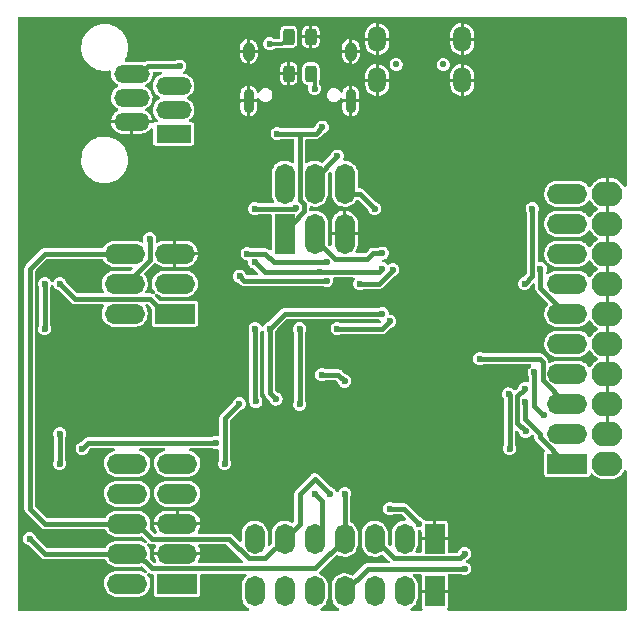
<source format=gbl>
G04 #@! TF.GenerationSoftware,KiCad,Pcbnew,6.0.5-a6ca702e91~116~ubuntu20.04.1*
G04 #@! TF.CreationDate,2022-05-18T13:30:29-07:00*
G04 #@! TF.ProjectId,tag-connect-breakout,7461672d-636f-46e6-9e65-63742d627265,rev?*
G04 #@! TF.SameCoordinates,Original*
G04 #@! TF.FileFunction,Copper,L2,Bot*
G04 #@! TF.FilePolarity,Positive*
%FSLAX46Y46*%
G04 Gerber Fmt 4.6, Leading zero omitted, Abs format (unit mm)*
G04 Created by KiCad (PCBNEW 6.0.5-a6ca702e91~116~ubuntu20.04.1) date 2022-05-18 13:30:29*
%MOMM*%
%LPD*%
G01*
G04 APERTURE LIST*
G04 Aperture macros list*
%AMRoundRect*
0 Rectangle with rounded corners*
0 $1 Rounding radius*
0 $2 $3 $4 $5 $6 $7 $8 $9 X,Y pos of 4 corners*
0 Add a 4 corners polygon primitive as box body*
4,1,4,$2,$3,$4,$5,$6,$7,$8,$9,$2,$3,0*
0 Add four circle primitives for the rounded corners*
1,1,$1+$1,$2,$3*
1,1,$1+$1,$4,$5*
1,1,$1+$1,$6,$7*
1,1,$1+$1,$8,$9*
0 Add four rect primitives between the rounded corners*
20,1,$1+$1,$2,$3,$4,$5,0*
20,1,$1+$1,$4,$5,$6,$7,0*
20,1,$1+$1,$6,$7,$8,$9,0*
20,1,$1+$1,$8,$9,$2,$3,0*%
G04 Aperture macros list end*
G04 #@! TA.AperFunction,ComponentPad*
%ADD10O,1.700000X3.400000*%
G04 #@! TD*
G04 #@! TA.AperFunction,ComponentPad*
%ADD11R,1.700000X3.400000*%
G04 #@! TD*
G04 #@! TA.AperFunction,ComponentPad*
%ADD12O,3.000000X1.500000*%
G04 #@! TD*
G04 #@! TA.AperFunction,ComponentPad*
%ADD13R,3.000000X1.500000*%
G04 #@! TD*
G04 #@! TA.AperFunction,ComponentPad*
%ADD14O,1.700000X2.550000*%
G04 #@! TD*
G04 #@! TA.AperFunction,ComponentPad*
%ADD15R,1.700000X2.550000*%
G04 #@! TD*
G04 #@! TA.AperFunction,ComponentPad*
%ADD16R,3.400000X1.700000*%
G04 #@! TD*
G04 #@! TA.AperFunction,ComponentPad*
%ADD17O,3.400000X1.700000*%
G04 #@! TD*
G04 #@! TA.AperFunction,SMDPad,CuDef*
%ADD18RoundRect,0.243750X0.243750X0.456250X-0.243750X0.456250X-0.243750X-0.456250X0.243750X-0.456250X0*%
G04 #@! TD*
G04 #@! TA.AperFunction,ComponentPad*
%ADD19O,0.900000X2.100000*%
G04 #@! TD*
G04 #@! TA.AperFunction,ComponentPad*
%ADD20O,1.000000X1.600000*%
G04 #@! TD*
G04 #@! TA.AperFunction,ComponentPad*
%ADD21C,0.550000*%
G04 #@! TD*
G04 #@! TA.AperFunction,ComponentPad*
%ADD22O,1.500000X2.200000*%
G04 #@! TD*
G04 #@! TA.AperFunction,ComponentPad*
%ADD23O,2.600000X2.100000*%
G04 #@! TD*
G04 #@! TA.AperFunction,ViaPad*
%ADD24C,0.600000*%
G04 #@! TD*
G04 #@! TA.AperFunction,Conductor*
%ADD25C,0.400000*%
G04 #@! TD*
G04 #@! TA.AperFunction,Conductor*
%ADD26C,0.300000*%
G04 #@! TD*
G04 APERTURE END LIST*
D10*
G04 #@! TO.P,J7,6,Pin_6*
G04 #@! TO.N,10-6*
X63500000Y-95670000D03*
G04 #@! TO.P,J7,5,Pin_5*
G04 #@! TO.N,10-3*
X63500000Y-99910000D03*
G04 #@! TO.P,J7,4,Pin_4*
G04 #@! TO.N,10-4*
X60960000Y-95670000D03*
G04 #@! TO.P,J7,3,Pin_3*
G04 #@! TO.N,6-3*
X60960000Y-99910000D03*
G04 #@! TO.P,J7,2,Pin_2*
G04 #@! TO.N,10-2*
X58420000Y-95670000D03*
D11*
G04 #@! TO.P,J7,1,Pin_1*
G04 #@! TO.N,10-1*
X58420000Y-99910000D03*
G04 #@! TD*
D12*
G04 #@! TO.P,J1,6,P6*
G04 #@! TO.N,10-1*
X45480000Y-86360000D03*
G04 #@! TO.P,J1,5,P5*
G04 #@! TO.N,10-2*
X49010000Y-87376000D03*
G04 #@! TO.P,J1,4,P4*
G04 #@! TO.N,6-3*
X45478000Y-88392000D03*
G04 #@! TO.P,J1,3,P3*
G04 #@! TO.N,10-4*
X49010000Y-89408000D03*
G04 #@! TO.P,J1,2,P2*
G04 #@! TO.N,10-3*
X45480000Y-90424000D03*
D13*
G04 #@! TO.P,J1,1,P1*
G04 #@! TO.N,10-6*
X49010000Y-91440000D03*
G04 #@! TD*
D14*
G04 #@! TO.P,J11,7,Pin_7*
G04 #@! TO.N,UART_DTR*
X55880000Y-125730000D03*
G04 #@! TO.P,J11,6,Pin_6*
G04 #@! TO.N,10-6*
X58420000Y-125730000D03*
G04 #@! TO.P,J11,5,Pin_5*
G04 #@! TO.N,6-3*
X60960000Y-125730000D03*
G04 #@! TO.P,J11,4,Pin_4*
G04 #@! TO.N,10-4*
X63500000Y-125730000D03*
G04 #@! TO.P,J11,3,Pin_3*
G04 #@! TO.N,/UART_VCC_SW*
X66040000Y-125730000D03*
G04 #@! TO.P,J11,2,Pin_2*
G04 #@! TO.N,UART_CTS*
X68580000Y-125730000D03*
D15*
G04 #@! TO.P,J11,1,Pin_1*
G04 #@! TO.N,10-3*
X71120000Y-125730000D03*
G04 #@! TD*
D16*
G04 #@! TO.P,J2,1,Pin_1*
G04 #@! TO.N,10-1*
X49317500Y-129540000D03*
D17*
G04 #@! TO.P,J2,2,Pin_2*
G04 #@! TO.N,10-2*
X45077500Y-129540000D03*
G04 #@! TO.P,J2,3,Pin_3*
G04 #@! TO.N,10-3*
X49317500Y-127000000D03*
G04 #@! TO.P,J2,4,Pin_4*
G04 #@! TO.N,10-4*
X45077500Y-127000000D03*
G04 #@! TO.P,J2,5,Pin_5*
G04 #@! TO.N,10-3*
X49317500Y-124460000D03*
G04 #@! TO.P,J2,6,Pin_6*
G04 #@! TO.N,10-6*
X45077500Y-124460000D03*
G04 #@! TO.P,J2,7,Pin_7*
G04 #@! TO.N,10-7*
X49317500Y-121920000D03*
G04 #@! TO.P,J2,8,Pin_8*
G04 #@! TO.N,10-8*
X45077500Y-121920000D03*
G04 #@! TO.P,J2,9,Pin_9*
G04 #@! TO.N,10-9*
X49317500Y-119380000D03*
G04 #@! TO.P,J2,10,Pin_10*
G04 #@! TO.N,10-10*
X45077500Y-119380000D03*
G04 #@! TD*
D18*
G04 #@! TO.P,R2,2*
G04 #@! TO.N,10-3*
X58752500Y-86360000D03*
G04 #@! TO.P,R2,1*
G04 #@! TO.N,/USB_CC1*
X60627500Y-86360000D03*
G04 #@! TD*
G04 #@! TO.P,R1,2*
G04 #@! TO.N,/USB_CC2*
X58752500Y-83240000D03*
G04 #@! TO.P,R1,1*
G04 #@! TO.N,10-3*
X60627500Y-83240000D03*
G04 #@! TD*
D14*
G04 #@! TO.P,J9,7,Pin_7*
G04 #@! TO.N,UART_DTR*
X55880000Y-130200000D03*
G04 #@! TO.P,J9,6,Pin_6*
G04 #@! TO.N,10-6*
X58420000Y-130200000D03*
G04 #@! TO.P,J9,5,Pin_5*
G04 #@! TO.N,6-3*
X60960000Y-130200000D03*
G04 #@! TO.P,J9,4,Pin_4*
G04 #@! TO.N,10-4*
X63500000Y-130200000D03*
G04 #@! TO.P,J9,3,Pin_3*
G04 #@! TO.N,/UART_VCC_SW*
X66040000Y-130200000D03*
G04 #@! TO.P,J9,2,Pin_2*
G04 #@! TO.N,UART_CTS*
X68580000Y-130200000D03*
D15*
G04 #@! TO.P,J9,1,Pin_1*
G04 #@! TO.N,10-3*
X71120000Y-130200000D03*
G04 #@! TD*
D19*
G04 #@! TO.P,J8,S1,SHIELD*
G04 #@! TO.N,10-3*
X55370000Y-88670000D03*
X64010000Y-88670000D03*
D20*
X55370000Y-84490000D03*
X64010000Y-84490000D03*
G04 #@! TD*
D21*
G04 #@! TO.P,J6,LOCATE*
G04 #@! TO.N,N/C*
X71850000Y-85580000D03*
X67850000Y-85580000D03*
D22*
G04 #@! TO.P,J6,6,Shield*
G04 #@! TO.N,10-3*
X73450000Y-83430000D03*
X66250000Y-83430000D03*
X66250000Y-86900000D03*
X73450000Y-86900000D03*
G04 #@! TD*
D17*
G04 #@! TO.P,J5,6,Pin_6*
G04 #@! TO.N,10-6*
X44870000Y-101600000D03*
G04 #@! TO.P,J5,5,Pin_5*
G04 #@! TO.N,10-3*
X49110000Y-101600000D03*
G04 #@! TO.P,J5,4,Pin_4*
G04 #@! TO.N,10-4*
X44870000Y-104140000D03*
G04 #@! TO.P,J5,3,Pin_3*
G04 #@! TO.N,6-3*
X49110000Y-104140000D03*
G04 #@! TO.P,J5,2,Pin_2*
G04 #@! TO.N,10-2*
X44870000Y-106680000D03*
D16*
G04 #@! TO.P,J5,1,Pin_1*
G04 #@! TO.N,10-1*
X49110000Y-106680000D03*
G04 #@! TD*
D23*
G04 #@! TO.P,J3,20,Pin_20*
G04 #@! TO.N,10-3*
X85740000Y-96520000D03*
D17*
G04 #@! TO.P,J3,19,Pin_19*
G04 #@! TO.N,unconnected-(J3-Pad19)*
X82350000Y-96520000D03*
D23*
G04 #@! TO.P,J3,18,Pin_18*
G04 #@! TO.N,10-3*
X85740000Y-99060000D03*
D17*
G04 #@! TO.P,J3,17,Pin_17*
G04 #@! TO.N,unconnected-(J3-Pad17)*
X82350000Y-99060000D03*
D23*
G04 #@! TO.P,J3,16,Pin_16*
G04 #@! TO.N,10-3*
X85740000Y-101600000D03*
D17*
G04 #@! TO.P,J3,15,Pin_15*
G04 #@! TO.N,10-10*
X82350000Y-101600000D03*
D23*
G04 #@! TO.P,J3,14,Pin_14*
G04 #@! TO.N,10-3*
X85740000Y-104140000D03*
D17*
G04 #@! TO.P,J3,13,Pin_13*
G04 #@! TO.N,10-6*
X82350000Y-104140000D03*
D23*
G04 #@! TO.P,J3,12,Pin_12*
G04 #@! TO.N,10-3*
X85740000Y-106680000D03*
D17*
G04 #@! TO.P,J3,11,Pin_11*
G04 #@! TO.N,10-7*
X82350000Y-106680000D03*
D23*
G04 #@! TO.P,J3,10,Pin_10*
G04 #@! TO.N,10-3*
X85740000Y-109220000D03*
D17*
G04 #@! TO.P,J3,9,Pin_9*
G04 #@! TO.N,10-4*
X82350000Y-109220000D03*
D23*
G04 #@! TO.P,J3,8,Pin_8*
G04 #@! TO.N,10-3*
X85740000Y-111760000D03*
D17*
G04 #@! TO.P,J3,7,Pin_7*
G04 #@! TO.N,10-2*
X82350000Y-111760000D03*
D23*
G04 #@! TO.P,J3,6,Pin_6*
G04 #@! TO.N,10-3*
X85740000Y-114300000D03*
D17*
G04 #@! TO.P,J3,5,Pin_5*
G04 #@! TO.N,10-8*
X82350000Y-114300000D03*
D23*
G04 #@! TO.P,J3,4,Pin_4*
G04 #@! TO.N,10-3*
X85740000Y-116840000D03*
D17*
G04 #@! TO.P,J3,3,Pin_3*
G04 #@! TO.N,unconnected-(J3-Pad3)*
X82350000Y-116840000D03*
D23*
G04 #@! TO.P,J3,2,Pin_2*
G04 #@! TO.N,unconnected-(J3-Pad2)*
X85740000Y-119380000D03*
D16*
G04 #@! TO.P,J3,1,Pin_1*
G04 #@! TO.N,JTAG_VCC*
X82350000Y-119380000D03*
G04 #@! TD*
D24*
G04 #@! TO.N,10-3*
X55880000Y-90424000D03*
X67564000Y-87884000D03*
G04 #@! TO.N,10-6*
X66675000Y-106680000D03*
G04 #@! TO.N,10-3*
X63500000Y-90805000D03*
G04 #@! TO.N,JTAG_VCC*
X63500000Y-112395000D03*
X61564044Y-111852869D03*
G04 #@! TO.N,10-1*
X78740000Y-104140000D03*
X79375000Y-97790000D03*
G04 #@! TO.N,10-3*
X56515000Y-119659400D03*
X64770000Y-111695500D03*
G04 #@! TO.N,10-10*
X66675000Y-102870000D03*
G04 #@! TO.N,6-3*
X59355464Y-97710498D03*
X55880000Y-97790000D03*
G04 #@! TO.N,10-1*
X62865000Y-107950000D03*
X67310000Y-107315000D03*
X49530000Y-85725000D03*
G04 #@! TO.N,6-3*
X66675000Y-101535500D03*
G04 #@! TO.N,10-4*
X62865000Y-93345000D03*
G04 #@! TO.N,10-1*
X61595946Y-90884466D03*
X57785000Y-91440000D03*
G04 #@! TO.N,6-3*
X59690000Y-114350902D03*
X59690000Y-107950000D03*
G04 #@! TO.N,10-8*
X61979297Y-102338540D03*
X55245000Y-101600000D03*
G04 #@! TO.N,10-9*
X54610000Y-103505000D03*
X61965913Y-103875913D03*
G04 #@! TO.N,10-10*
X61425726Y-103154918D03*
X55880000Y-102299500D03*
G04 #@! TO.N,10-2*
X41275000Y-118110000D03*
X52578000Y-117602000D03*
G04 #@! TO.N,10-7*
X78758758Y-113025707D03*
X67310000Y-123190000D03*
X69770498Y-124460000D03*
X78831474Y-116650717D03*
G04 #@! TO.N,10-3*
X54610000Y-107950000D03*
G04 #@! TO.N,10-6*
X57688899Y-113906017D03*
X57150000Y-107950000D03*
G04 #@! TO.N,10-4*
X55979990Y-114100015D03*
X55916961Y-107935881D03*
G04 #@! TO.N,JTAG_VCC*
X53340000Y-119380000D03*
X54580990Y-114300000D03*
G04 #@! TO.N,10-6*
X62230000Y-121920000D03*
G04 #@! TO.N,6-3*
X60960000Y-121920000D03*
G04 #@! TO.N,10-4*
X63500000Y-121920000D03*
G04 #@! TO.N,10-7*
X64770000Y-104140000D03*
X80074500Y-102870000D03*
X67569373Y-102964871D03*
G04 #@! TO.N,10-6*
X66040000Y-97790000D03*
G04 #@! TO.N,/USB_CC2*
X57150000Y-83820000D03*
G04 #@! TO.N,/USB_CC1*
X60960000Y-87630000D03*
G04 #@! TO.N,10-4*
X46990000Y-100330000D03*
G04 #@! TO.N,10-2*
X38100000Y-107950000D03*
X38100000Y-104140000D03*
G04 #@! TO.N,10-1*
X39370000Y-104140000D03*
X39370000Y-119380000D03*
X39370000Y-116840000D03*
G04 #@! TO.N,10-4*
X36830000Y-125730000D03*
G04 #@! TO.N,/UART_VCC_SW*
X77377385Y-113471499D03*
X77470000Y-118110000D03*
X73660000Y-127000000D03*
G04 #@! TO.N,10-8*
X74930000Y-110490000D03*
G04 #@! TO.N,JTAG_VCC*
X78804500Y-114170999D03*
G04 #@! TO.N,10-4*
X73660000Y-128270000D03*
X80333062Y-115227144D03*
X79550980Y-111643199D03*
G04 #@! TD*
D25*
G04 #@! TO.N,10-6*
X66675000Y-106680000D02*
X58420000Y-106680000D01*
X58420000Y-106680000D02*
X57150000Y-107950000D01*
G04 #@! TO.N,10-1*
X66675000Y-107950000D02*
X67310000Y-107315000D01*
X62865000Y-107950000D02*
X66675000Y-107950000D01*
G04 #@! TO.N,10-8*
X82272912Y-114300000D02*
X80250480Y-112277568D01*
X80250480Y-112277568D02*
X80250480Y-110730480D01*
X83200000Y-114300000D02*
X82272912Y-114300000D01*
X80250480Y-110730480D02*
X80010000Y-110490000D01*
X80010000Y-110490000D02*
X74930000Y-110490000D01*
G04 #@! TO.N,10-7*
X78105000Y-115924243D02*
X78831474Y-116650717D01*
G04 #@! TO.N,JTAG_VCC*
X80010000Y-117117088D02*
X82272912Y-119380000D01*
G04 #@! TO.N,10-7*
X78105000Y-113679465D02*
X78105000Y-115924243D01*
X78758758Y-113025707D02*
X78105000Y-113679465D01*
G04 #@! TO.N,JTAG_VCC*
X78804500Y-114170999D02*
X78804500Y-115634500D01*
X78804500Y-115634500D02*
X80010000Y-116840000D01*
X80010000Y-116840000D02*
X80010000Y-117117088D01*
X82272912Y-119380000D02*
X83200000Y-119380000D01*
X61564044Y-111852869D02*
X62957869Y-111852869D01*
G04 #@! TO.N,10-4*
X55880000Y-114000025D02*
X55979990Y-114100015D01*
X79550980Y-114519176D02*
X80258948Y-115227144D01*
X80258948Y-115227144D02*
X80333062Y-115227144D01*
G04 #@! TO.N,/UART_VCC_SW*
X77470000Y-113564114D02*
X77377385Y-113471499D01*
G04 #@! TO.N,10-4*
X55880000Y-107972842D02*
X55880000Y-114000025D01*
G04 #@! TO.N,/UART_VCC_SW*
X77470000Y-118110000D02*
X77470000Y-113564114D01*
G04 #@! TO.N,10-4*
X55916961Y-107935881D02*
X55880000Y-107972842D01*
X79550980Y-111643199D02*
X79550980Y-114519176D01*
G04 #@! TO.N,10-6*
X57150000Y-113367118D02*
X57688899Y-113906017D01*
X57150000Y-107950000D02*
X57150000Y-113367118D01*
G04 #@! TO.N,6-3*
X59690000Y-107950000D02*
X59690000Y-114350902D01*
G04 #@! TO.N,JTAG_VCC*
X62957869Y-111852869D02*
X63500000Y-112395000D01*
G04 #@! TO.N,10-7*
X82272912Y-106680000D02*
X80074500Y-104481588D01*
G04 #@! TO.N,10-1*
X79375000Y-103505000D02*
X78740000Y-104140000D01*
G04 #@! TO.N,10-7*
X83200000Y-106680000D02*
X82272912Y-106680000D01*
G04 #@! TO.N,10-1*
X79375000Y-97790000D02*
X79375000Y-103505000D01*
G04 #@! TO.N,10-7*
X80074500Y-104481588D02*
X80074500Y-102870000D01*
X64770000Y-104140000D02*
X66394245Y-104140000D01*
X66394245Y-104140000D02*
X67569373Y-102964871D01*
G04 #@! TO.N,6-3*
X60960000Y-99060000D02*
X60960000Y-100330000D01*
X65891664Y-101535500D02*
X66675000Y-101535500D01*
X62639520Y-102009520D02*
X65417644Y-102009520D01*
X65417644Y-102009520D02*
X65891664Y-101535500D01*
G04 #@! TO.N,10-10*
X66390082Y-103154918D02*
X66675000Y-102870000D01*
X61425726Y-103154918D02*
X66390082Y-103154918D01*
G04 #@! TO.N,6-3*
X60960000Y-100330000D02*
X62639520Y-102009520D01*
G04 #@! TO.N,10-1*
X60054965Y-97420754D02*
X59690000Y-97055789D01*
X60054965Y-98000242D02*
X60054965Y-97420754D01*
X59690000Y-97055789D02*
X59690000Y-91440000D01*
X58995207Y-99060000D02*
X60054965Y-98000242D01*
X58420000Y-99060000D02*
X58995207Y-99060000D01*
G04 #@! TO.N,6-3*
X55880000Y-97790000D02*
X59275962Y-97790000D01*
X59275962Y-97790000D02*
X59355464Y-97710498D01*
G04 #@! TO.N,10-1*
X57785000Y-91440000D02*
X61040412Y-91440000D01*
X61040412Y-91440000D02*
X61595946Y-90884466D01*
X46230000Y-86360000D02*
X46865000Y-85725000D01*
X46865000Y-85725000D02*
X49530000Y-85725000D01*
G04 #@! TO.N,10-8*
X56760978Y-101600000D02*
X57499518Y-102338540D01*
X55245000Y-101600000D02*
X56760978Y-101600000D01*
X57499518Y-102338540D02*
X61979297Y-102338540D01*
G04 #@! TO.N,10-10*
X56735418Y-103154918D02*
X61425726Y-103154918D01*
X55880000Y-102299500D02*
X56735418Y-103154918D01*
G04 #@! TO.N,10-4*
X62865000Y-93345000D02*
X60960000Y-95250000D01*
X60960000Y-95250000D02*
X60960000Y-96520000D01*
G04 #@! TO.N,10-9*
X54980913Y-103875913D02*
X61965913Y-103875913D01*
X54610000Y-103505000D02*
X54980913Y-103875913D01*
G04 #@! TO.N,10-2*
X52578000Y-117602000D02*
X41783000Y-117602000D01*
X41783000Y-117602000D02*
X41275000Y-118110000D01*
G04 #@! TO.N,10-7*
X68500498Y-123190000D02*
X69770498Y-124460000D01*
X67310000Y-123190000D02*
X68500498Y-123190000D01*
G04 #@! TO.N,6-3*
X61559511Y-125130489D02*
X61559511Y-122519511D01*
X60960000Y-125730000D02*
X61559511Y-125130489D01*
X61559511Y-122519511D02*
X60960000Y-121920000D01*
G04 #@! TO.N,10-6*
X62230000Y-121920000D02*
X60960000Y-120650000D01*
X59690000Y-121920000D02*
X59690000Y-123190000D01*
X60960000Y-120650000D02*
X59690000Y-121920000D01*
G04 #@! TO.N,10-4*
X63500000Y-125730000D02*
X63500000Y-121920000D01*
G04 #@! TO.N,JTAG_VCC*
X53340000Y-115540990D02*
X54580990Y-114300000D01*
X53340000Y-119380000D02*
X53340000Y-115540990D01*
G04 #@! TO.N,10-6*
X58420000Y-125730000D02*
X59690000Y-124460000D01*
X59690000Y-124460000D02*
X59690000Y-123190000D01*
X63500000Y-96520000D02*
X64770000Y-96520000D01*
X64770000Y-96520000D02*
X66040000Y-97790000D01*
D26*
G04 #@! TO.N,/USB_CC2*
X57150000Y-83820000D02*
X58172500Y-83820000D01*
X58172500Y-83820000D02*
X58752500Y-83240000D01*
G04 #@! TO.N,/USB_CC1*
X60960000Y-87630000D02*
X60960000Y-86692500D01*
X60960000Y-86692500D02*
X60627500Y-86360000D01*
D25*
G04 #@! TO.N,10-4*
X46990000Y-100330000D02*
X46990000Y-102097088D01*
X46990000Y-102097088D02*
X45720000Y-103367088D01*
X45720000Y-103367088D02*
X45720000Y-104140000D01*
G04 #@! TO.N,10-2*
X38100000Y-104140000D02*
X38100000Y-107950000D01*
G04 #@! TO.N,10-1*
X46990000Y-105410000D02*
X48260000Y-106680000D01*
X39370000Y-104140000D02*
X40640000Y-105410000D01*
X40640000Y-105410000D02*
X46990000Y-105410000D01*
X39370000Y-118110000D02*
X39370000Y-119380000D01*
X39370000Y-116840000D02*
X39370000Y-118110000D01*
G04 #@! TO.N,10-4*
X45927500Y-127000000D02*
X38100000Y-127000000D01*
X38100000Y-127000000D02*
X36830000Y-125730000D01*
G04 #@! TO.N,10-6*
X45927500Y-124460000D02*
X38100000Y-124460000D01*
X36830000Y-102870000D02*
X38100000Y-101600000D01*
X38100000Y-124460000D02*
X36830000Y-123190000D01*
X36830000Y-123190000D02*
X36830000Y-102870000D01*
X38100000Y-101600000D02*
X45720000Y-101600000D01*
X45927500Y-124460000D02*
X47217980Y-125750480D01*
X55362432Y-127404520D02*
X56745480Y-127404520D01*
X47217980Y-125750480D02*
X53708392Y-125750480D01*
X53708392Y-125750480D02*
X55362432Y-127404520D01*
X56745480Y-127404520D02*
X58420000Y-125730000D01*
G04 #@! TO.N,10-4*
X45927500Y-127000000D02*
X47177020Y-128249520D01*
X47177020Y-128249520D02*
X60980480Y-128249520D01*
X60980480Y-128249520D02*
X63500000Y-125730000D01*
G04 #@! TO.N,/UART_VCC_SW*
X73660000Y-127000000D02*
X73255489Y-127404511D01*
X67714511Y-127404511D02*
X66040000Y-125730000D01*
X73255489Y-127404511D02*
X67714511Y-127404511D01*
G04 #@! TO.N,10-4*
X65430000Y-128270000D02*
X63500000Y-130200000D01*
X73660000Y-128270000D02*
X65430000Y-128270000D01*
G04 #@! TD*
G04 #@! TA.AperFunction,Conductor*
G04 #@! TO.N,10-3*
G36*
X87317621Y-81554502D02*
G01*
X87364114Y-81608158D01*
X87375500Y-81660500D01*
X87375500Y-95837338D01*
X87355498Y-95905459D01*
X87301842Y-95951952D01*
X87231568Y-95962056D01*
X87166988Y-95932562D01*
X87135305Y-95890588D01*
X87125934Y-95870491D01*
X87120456Y-95861005D01*
X86995897Y-95683115D01*
X86988843Y-95674708D01*
X86835292Y-95521157D01*
X86826885Y-95514103D01*
X86648995Y-95389544D01*
X86639509Y-95384066D01*
X86442680Y-95292283D01*
X86432388Y-95288537D01*
X86222615Y-95232329D01*
X86211822Y-95230426D01*
X86049659Y-95216238D01*
X86044194Y-95216000D01*
X85885115Y-95216000D01*
X85869876Y-95220475D01*
X85868671Y-95221865D01*
X85867000Y-95229548D01*
X85867000Y-116841000D01*
X85846998Y-116909121D01*
X85793342Y-116955614D01*
X85741000Y-116967000D01*
X85739000Y-116967000D01*
X85670879Y-116946998D01*
X85624386Y-116893342D01*
X85613000Y-116841000D01*
X85613000Y-95234115D01*
X85608525Y-95218876D01*
X85607135Y-95217671D01*
X85599452Y-95216000D01*
X85435806Y-95216000D01*
X85430341Y-95216238D01*
X85268178Y-95230426D01*
X85257385Y-95232329D01*
X85047612Y-95288537D01*
X85037320Y-95292283D01*
X84840491Y-95384066D01*
X84831005Y-95389544D01*
X84653115Y-95514103D01*
X84644708Y-95521157D01*
X84491159Y-95674706D01*
X84484103Y-95683114D01*
X84359546Y-95861000D01*
X84354059Y-95870504D01*
X84342279Y-95895767D01*
X84295363Y-95949053D01*
X84227086Y-95968515D01*
X84159126Y-95947974D01*
X84125315Y-95915419D01*
X84043376Y-95799907D01*
X84043370Y-95799900D01*
X84039904Y-95795014D01*
X83887660Y-95649272D01*
X83839165Y-95617959D01*
X83715640Y-95538200D01*
X83715637Y-95538199D01*
X83710603Y-95534948D01*
X83515122Y-95456166D01*
X83380739Y-95429923D01*
X83312717Y-95416639D01*
X83312714Y-95416639D01*
X83308271Y-95415771D01*
X83302730Y-95415500D01*
X81447341Y-95415500D01*
X81290194Y-95430493D01*
X81284434Y-95432183D01*
X81284433Y-95432183D01*
X81241815Y-95444686D01*
X81087958Y-95489823D01*
X81082619Y-95492573D01*
X80905921Y-95583578D01*
X80905918Y-95583580D01*
X80900590Y-95586324D01*
X80895875Y-95590028D01*
X80739568Y-95712808D01*
X80739564Y-95712812D01*
X80734851Y-95716514D01*
X80730920Y-95721044D01*
X80730919Y-95721045D01*
X80600650Y-95871165D01*
X80600646Y-95871170D01*
X80596719Y-95875696D01*
X80491181Y-96058126D01*
X80422043Y-96257222D01*
X80391801Y-96465800D01*
X80401545Y-96676333D01*
X80414432Y-96729806D01*
X80441154Y-96840685D01*
X80450924Y-96881226D01*
X80453406Y-96886684D01*
X80453407Y-96886688D01*
X80476456Y-96937381D01*
X80538157Y-97073084D01*
X80602864Y-97164304D01*
X80650738Y-97231793D01*
X80660096Y-97244986D01*
X80812340Y-97390728D01*
X80817375Y-97393979D01*
X80984360Y-97501800D01*
X80984363Y-97501801D01*
X80989397Y-97505052D01*
X81184878Y-97583834D01*
X81307688Y-97607817D01*
X81387283Y-97623361D01*
X81387286Y-97623361D01*
X81391729Y-97624229D01*
X81397270Y-97624500D01*
X83252659Y-97624500D01*
X83409806Y-97609507D01*
X83446242Y-97598818D01*
X83606278Y-97551868D01*
X83612042Y-97550177D01*
X83695304Y-97507294D01*
X83794079Y-97456422D01*
X83794082Y-97456420D01*
X83799410Y-97453676D01*
X83850328Y-97413679D01*
X83960432Y-97327192D01*
X83960436Y-97327188D01*
X83965149Y-97323486D01*
X83976268Y-97310673D01*
X84099350Y-97168835D01*
X84099354Y-97168830D01*
X84103281Y-97164304D01*
X84119720Y-97135888D01*
X84171145Y-97086939D01*
X84240870Y-97073564D01*
X84306758Y-97100008D01*
X84342978Y-97145732D01*
X84354063Y-97169504D01*
X84359544Y-97178995D01*
X84484103Y-97356885D01*
X84491157Y-97365292D01*
X84644708Y-97518843D01*
X84653115Y-97525897D01*
X84831005Y-97650456D01*
X84840491Y-97655934D01*
X84883105Y-97675805D01*
X84936390Y-97722722D01*
X84955851Y-97791000D01*
X84935309Y-97858960D01*
X84883105Y-97904195D01*
X84840491Y-97924066D01*
X84831005Y-97929544D01*
X84653115Y-98054103D01*
X84644708Y-98061157D01*
X84491159Y-98214706D01*
X84484103Y-98223114D01*
X84359546Y-98401000D01*
X84354059Y-98410504D01*
X84342279Y-98435767D01*
X84295363Y-98489053D01*
X84227086Y-98508515D01*
X84159126Y-98487974D01*
X84125315Y-98455419D01*
X84043376Y-98339907D01*
X84043370Y-98339900D01*
X84039904Y-98335014D01*
X83923012Y-98223114D01*
X83891990Y-98193417D01*
X83887660Y-98189272D01*
X83785918Y-98123578D01*
X83715640Y-98078200D01*
X83715637Y-98078199D01*
X83710603Y-98074948D01*
X83515122Y-97996166D01*
X83380739Y-97969923D01*
X83312717Y-97956639D01*
X83312714Y-97956639D01*
X83308271Y-97955771D01*
X83302730Y-97955500D01*
X81447341Y-97955500D01*
X81290194Y-97970493D01*
X81284434Y-97972183D01*
X81284433Y-97972183D01*
X81093722Y-98028132D01*
X81087958Y-98029823D01*
X81039767Y-98054643D01*
X80905921Y-98123578D01*
X80905918Y-98123580D01*
X80900590Y-98126324D01*
X80895875Y-98130028D01*
X80739568Y-98252808D01*
X80739564Y-98252812D01*
X80734851Y-98256514D01*
X80730920Y-98261044D01*
X80730919Y-98261045D01*
X80600650Y-98411165D01*
X80600646Y-98411170D01*
X80596719Y-98415696D01*
X80491181Y-98598126D01*
X80422043Y-98797222D01*
X80421183Y-98803155D01*
X80421182Y-98803158D01*
X80413496Y-98856171D01*
X80391801Y-99005800D01*
X80401545Y-99216333D01*
X80450924Y-99421226D01*
X80538157Y-99613084D01*
X80602864Y-99704304D01*
X80650738Y-99771793D01*
X80660096Y-99784986D01*
X80812340Y-99930728D01*
X80817375Y-99933979D01*
X80984360Y-100041800D01*
X80984363Y-100041801D01*
X80989397Y-100045052D01*
X81184878Y-100123834D01*
X81307688Y-100147817D01*
X81387283Y-100163361D01*
X81387286Y-100163361D01*
X81391729Y-100164229D01*
X81397270Y-100164500D01*
X83252659Y-100164500D01*
X83409806Y-100149507D01*
X83612042Y-100090177D01*
X83695304Y-100047294D01*
X83794079Y-99996422D01*
X83794082Y-99996420D01*
X83799410Y-99993676D01*
X83850328Y-99953680D01*
X83960432Y-99867192D01*
X83960436Y-99867188D01*
X83965149Y-99863486D01*
X83976268Y-99850673D01*
X84099350Y-99708835D01*
X84099354Y-99708830D01*
X84103281Y-99704304D01*
X84119720Y-99675888D01*
X84171145Y-99626939D01*
X84240870Y-99613564D01*
X84306758Y-99640008D01*
X84342978Y-99685732D01*
X84354063Y-99709504D01*
X84359544Y-99718995D01*
X84484103Y-99896885D01*
X84491157Y-99905292D01*
X84644708Y-100058843D01*
X84653115Y-100065897D01*
X84831005Y-100190456D01*
X84840491Y-100195934D01*
X84883105Y-100215805D01*
X84936390Y-100262722D01*
X84955851Y-100331000D01*
X84935309Y-100398960D01*
X84883105Y-100444195D01*
X84840491Y-100464066D01*
X84831005Y-100469544D01*
X84653115Y-100594103D01*
X84644708Y-100601157D01*
X84491159Y-100754706D01*
X84484103Y-100763114D01*
X84359546Y-100941000D01*
X84354059Y-100950504D01*
X84342279Y-100975767D01*
X84295363Y-101029053D01*
X84227086Y-101048515D01*
X84159126Y-101027974D01*
X84125315Y-100995419D01*
X84043376Y-100879907D01*
X84043370Y-100879900D01*
X84039904Y-100875014D01*
X83898397Y-100739550D01*
X83891990Y-100733417D01*
X83887660Y-100729272D01*
X83774874Y-100656447D01*
X83715640Y-100618200D01*
X83715637Y-100618199D01*
X83710603Y-100614948D01*
X83515122Y-100536166D01*
X83339477Y-100501865D01*
X83312717Y-100496639D01*
X83312714Y-100496639D01*
X83308271Y-100495771D01*
X83302730Y-100495500D01*
X81447341Y-100495500D01*
X81290194Y-100510493D01*
X81284434Y-100512183D01*
X81284433Y-100512183D01*
X81206600Y-100535017D01*
X81087958Y-100569823D01*
X81040816Y-100594103D01*
X80905921Y-100663578D01*
X80905918Y-100663580D01*
X80900590Y-100666324D01*
X80895875Y-100670028D01*
X80739568Y-100792808D01*
X80739564Y-100792812D01*
X80734851Y-100796514D01*
X80730920Y-100801044D01*
X80730919Y-100801045D01*
X80600650Y-100951165D01*
X80600646Y-100951170D01*
X80596719Y-100955696D01*
X80491181Y-101138126D01*
X80422043Y-101337222D01*
X80421183Y-101343155D01*
X80421182Y-101343158D01*
X80394225Y-101529081D01*
X80391801Y-101545800D01*
X80401545Y-101756333D01*
X80402949Y-101762158D01*
X80442055Y-101924423D01*
X80450924Y-101961226D01*
X80453406Y-101966684D01*
X80453407Y-101966688D01*
X80493333Y-102054500D01*
X80538157Y-102153084D01*
X80541623Y-102157971D01*
X80541627Y-102157977D01*
X80636510Y-102291738D01*
X80653487Y-102341080D01*
X80688421Y-102353639D01*
X80701244Y-102364377D01*
X80756800Y-102417560D01*
X80805938Y-102464599D01*
X80812340Y-102470728D01*
X80817375Y-102473979D01*
X80984360Y-102581800D01*
X80984363Y-102581801D01*
X80989397Y-102585052D01*
X81184878Y-102663834D01*
X81307688Y-102687817D01*
X81387283Y-102703361D01*
X81387286Y-102703361D01*
X81391729Y-102704229D01*
X81397270Y-102704500D01*
X83252659Y-102704500D01*
X83409806Y-102689507D01*
X83422153Y-102685885D01*
X83606278Y-102631868D01*
X83612042Y-102630177D01*
X83695304Y-102587294D01*
X83794079Y-102536422D01*
X83794082Y-102536420D01*
X83799410Y-102533676D01*
X83850328Y-102493680D01*
X83960432Y-102407192D01*
X83960436Y-102407188D01*
X83965149Y-102403486D01*
X83976268Y-102390673D01*
X84099350Y-102248835D01*
X84099354Y-102248830D01*
X84103281Y-102244304D01*
X84119720Y-102215888D01*
X84171145Y-102166939D01*
X84240870Y-102153564D01*
X84306758Y-102180008D01*
X84342978Y-102225732D01*
X84354063Y-102249504D01*
X84359544Y-102258995D01*
X84484103Y-102436885D01*
X84491157Y-102445292D01*
X84644708Y-102598843D01*
X84653115Y-102605897D01*
X84831005Y-102730456D01*
X84840491Y-102735934D01*
X84883105Y-102755805D01*
X84936390Y-102802722D01*
X84955851Y-102871000D01*
X84935309Y-102938960D01*
X84883105Y-102984195D01*
X84840491Y-103004066D01*
X84831005Y-103009544D01*
X84653115Y-103134103D01*
X84644708Y-103141157D01*
X84491159Y-103294706D01*
X84484103Y-103303114D01*
X84359546Y-103481000D01*
X84354059Y-103490504D01*
X84342279Y-103515767D01*
X84295363Y-103569053D01*
X84227086Y-103588515D01*
X84159126Y-103567974D01*
X84125315Y-103535419D01*
X84043376Y-103419907D01*
X84043370Y-103419900D01*
X84039904Y-103415014D01*
X83887660Y-103269272D01*
X83837501Y-103236885D01*
X83715640Y-103158200D01*
X83715637Y-103158199D01*
X83710603Y-103154948D01*
X83515122Y-103076166D01*
X83341853Y-103042329D01*
X83312717Y-103036639D01*
X83312714Y-103036639D01*
X83308271Y-103035771D01*
X83302730Y-103035500D01*
X81447341Y-103035500D01*
X81290194Y-103050493D01*
X81284434Y-103052183D01*
X81284433Y-103052183D01*
X81106092Y-103104503D01*
X81087958Y-103109823D01*
X81073536Y-103117251D01*
X80905921Y-103203578D01*
X80905918Y-103203580D01*
X80900590Y-103206324D01*
X80734851Y-103336514D01*
X80733566Y-103334879D01*
X80678776Y-103363086D01*
X80608105Y-103356298D01*
X80552322Y-103312380D01*
X80529000Y-103239350D01*
X80529000Y-103231322D01*
X80549002Y-103163201D01*
X80553363Y-103156999D01*
X80553829Y-103156192D01*
X80558855Y-103149642D01*
X80572761Y-103116072D01*
X80605663Y-103036639D01*
X80614728Y-103014754D01*
X80616856Y-102998595D01*
X80632707Y-102878188D01*
X80633785Y-102870000D01*
X80626214Y-102812491D01*
X80615806Y-102733432D01*
X80615805Y-102733430D01*
X80614728Y-102725246D01*
X80585599Y-102654924D01*
X80562015Y-102597986D01*
X80562014Y-102597984D01*
X80558855Y-102590358D01*
X80527526Y-102549529D01*
X80514154Y-102532102D01*
X80493641Y-102479040D01*
X80457039Y-102464601D01*
X80354143Y-102385645D01*
X80237279Y-102337238D01*
X80226883Y-102332932D01*
X80219254Y-102329772D01*
X80177052Y-102324216D01*
X80082688Y-102311793D01*
X80074500Y-102310715D01*
X80066312Y-102311793D01*
X80066311Y-102311793D01*
X79971946Y-102324216D01*
X79901797Y-102313276D01*
X79848699Y-102266148D01*
X79829500Y-102199294D01*
X79829500Y-98151322D01*
X79849502Y-98083201D01*
X79853863Y-98076999D01*
X79854329Y-98076192D01*
X79859355Y-98069642D01*
X79884132Y-98009827D01*
X79903549Y-97962949D01*
X79915228Y-97934754D01*
X79916424Y-97925675D01*
X79933207Y-97798188D01*
X79934285Y-97790000D01*
X79915228Y-97645246D01*
X79888861Y-97581592D01*
X79862515Y-97517986D01*
X79862514Y-97517984D01*
X79859355Y-97510358D01*
X79794844Y-97426285D01*
X79775501Y-97401077D01*
X79775500Y-97401076D01*
X79770474Y-97394526D01*
X79763924Y-97389500D01*
X79763921Y-97389497D01*
X79661196Y-97310673D01*
X79661194Y-97310672D01*
X79654643Y-97305645D01*
X79519754Y-97249772D01*
X79495334Y-97246557D01*
X79383188Y-97231793D01*
X79375000Y-97230715D01*
X79366812Y-97231793D01*
X79238432Y-97248694D01*
X79238430Y-97248695D01*
X79230246Y-97249772D01*
X79187933Y-97267299D01*
X79102986Y-97302485D01*
X79102984Y-97302486D01*
X79095358Y-97305645D01*
X79017622Y-97365294D01*
X78989878Y-97386583D01*
X78979526Y-97394526D01*
X78890645Y-97510358D01*
X78887486Y-97517984D01*
X78887485Y-97517986D01*
X78861139Y-97581592D01*
X78834772Y-97645246D01*
X78815715Y-97790000D01*
X78816793Y-97798188D01*
X78833577Y-97925675D01*
X78834772Y-97934754D01*
X78846451Y-97962949D01*
X78865869Y-98009827D01*
X78890645Y-98069642D01*
X78895671Y-98076192D01*
X78899801Y-98083345D01*
X78898196Y-98084272D01*
X78920063Y-98140842D01*
X78920500Y-98151322D01*
X78920500Y-103264550D01*
X78900498Y-103332671D01*
X78883595Y-103353645D01*
X78674114Y-103563126D01*
X78611802Y-103597152D01*
X78604325Y-103598455D01*
X78603431Y-103598694D01*
X78595246Y-103599772D01*
X78587624Y-103602929D01*
X78587621Y-103602930D01*
X78467986Y-103652485D01*
X78467984Y-103652486D01*
X78460358Y-103655645D01*
X78344526Y-103744526D01*
X78255645Y-103860358D01*
X78252486Y-103867984D01*
X78252485Y-103867986D01*
X78246201Y-103883158D01*
X78199772Y-103995246D01*
X78198695Y-104003430D01*
X78198694Y-104003432D01*
X78192533Y-104050232D01*
X78180715Y-104140000D01*
X78181793Y-104148188D01*
X78196420Y-104259289D01*
X78199772Y-104284754D01*
X78202931Y-104292380D01*
X78251006Y-104408442D01*
X78255645Y-104419642D01*
X78266871Y-104434272D01*
X78335897Y-104524228D01*
X78344526Y-104535474D01*
X78351076Y-104540500D01*
X78351079Y-104540503D01*
X78450731Y-104616969D01*
X78460357Y-104624355D01*
X78595246Y-104680228D01*
X78603434Y-104681306D01*
X78643328Y-104686558D01*
X78740000Y-104699285D01*
X78748188Y-104698207D01*
X78876566Y-104681306D01*
X78884754Y-104680228D01*
X79019643Y-104624355D01*
X79029269Y-104616969D01*
X79128921Y-104540503D01*
X79128924Y-104540500D01*
X79135474Y-104535474D01*
X79144104Y-104524228D01*
X79213129Y-104434272D01*
X79224355Y-104419642D01*
X79227515Y-104412014D01*
X79277070Y-104292379D01*
X79277071Y-104292376D01*
X79280228Y-104284754D01*
X79281306Y-104276568D01*
X79283443Y-104268591D01*
X79285232Y-104269070D01*
X79309774Y-104213602D01*
X79316874Y-104205886D01*
X79404905Y-104117855D01*
X79467217Y-104083829D01*
X79538032Y-104088894D01*
X79594868Y-104131441D01*
X79619679Y-104197961D01*
X79620000Y-104206950D01*
X79620000Y-104447132D01*
X79619127Y-104461941D01*
X79615093Y-104496026D01*
X79616785Y-104505290D01*
X79616785Y-104505293D01*
X79625729Y-104554268D01*
X79626378Y-104558170D01*
X79633731Y-104607070D01*
X79635185Y-104616739D01*
X79638338Y-104623306D01*
X79639647Y-104630471D01*
X79666962Y-104683055D01*
X79668705Y-104686545D01*
X79694346Y-104739941D01*
X79699241Y-104745236D01*
X79699334Y-104745375D01*
X79702648Y-104751754D01*
X79706994Y-104756842D01*
X79744576Y-104794424D01*
X79748006Y-104797989D01*
X79787117Y-104840300D01*
X79793517Y-104844018D01*
X79799777Y-104849625D01*
X80694498Y-105744346D01*
X80728524Y-105806658D01*
X80723459Y-105877473D01*
X80700569Y-105916020D01*
X80596719Y-106035696D01*
X80491181Y-106218126D01*
X80422043Y-106417222D01*
X80421183Y-106423155D01*
X80421182Y-106423158D01*
X80392662Y-106619860D01*
X80391801Y-106625800D01*
X80401545Y-106836333D01*
X80450924Y-107041226D01*
X80538157Y-107233084D01*
X80602864Y-107324304D01*
X80650738Y-107391793D01*
X80660096Y-107404986D01*
X80751641Y-107492621D01*
X80801559Y-107540407D01*
X80812340Y-107550728D01*
X80817375Y-107553979D01*
X80984360Y-107661800D01*
X80984363Y-107661801D01*
X80989397Y-107665052D01*
X81184878Y-107743834D01*
X81307688Y-107767817D01*
X81387283Y-107783361D01*
X81387286Y-107783361D01*
X81391729Y-107784229D01*
X81397270Y-107784500D01*
X83252659Y-107784500D01*
X83409806Y-107769507D01*
X83432539Y-107762838D01*
X83606278Y-107711868D01*
X83612042Y-107710177D01*
X83695304Y-107667294D01*
X83794079Y-107616422D01*
X83794082Y-107616420D01*
X83799410Y-107613676D01*
X83866298Y-107561135D01*
X83960432Y-107487192D01*
X83960436Y-107487188D01*
X83965149Y-107483486D01*
X83976268Y-107470673D01*
X84099350Y-107328835D01*
X84099354Y-107328830D01*
X84103281Y-107324304D01*
X84119720Y-107295888D01*
X84171145Y-107246939D01*
X84240870Y-107233564D01*
X84306758Y-107260008D01*
X84342978Y-107305732D01*
X84354063Y-107329504D01*
X84359544Y-107338995D01*
X84484103Y-107516885D01*
X84491157Y-107525292D01*
X84644708Y-107678843D01*
X84653115Y-107685897D01*
X84831005Y-107810456D01*
X84840491Y-107815934D01*
X84883105Y-107835805D01*
X84936390Y-107882722D01*
X84955851Y-107951000D01*
X84935309Y-108018960D01*
X84883105Y-108064195D01*
X84840491Y-108084066D01*
X84831005Y-108089544D01*
X84653115Y-108214103D01*
X84644708Y-108221157D01*
X84491159Y-108374706D01*
X84484103Y-108383114D01*
X84359546Y-108561000D01*
X84354059Y-108570504D01*
X84342279Y-108595767D01*
X84295363Y-108649053D01*
X84227086Y-108668515D01*
X84159126Y-108647974D01*
X84125315Y-108615419D01*
X84043376Y-108499907D01*
X84043370Y-108499900D01*
X84039904Y-108495014D01*
X83887660Y-108349272D01*
X83762823Y-108268666D01*
X83715640Y-108238200D01*
X83715637Y-108238199D01*
X83710603Y-108234948D01*
X83515122Y-108156166D01*
X83352473Y-108124403D01*
X83312717Y-108116639D01*
X83312714Y-108116639D01*
X83308271Y-108115771D01*
X83302730Y-108115500D01*
X81447341Y-108115500D01*
X81290194Y-108130493D01*
X81284434Y-108132183D01*
X81284433Y-108132183D01*
X81105942Y-108184547D01*
X81087958Y-108189823D01*
X81027119Y-108221157D01*
X80905921Y-108283578D01*
X80905918Y-108283580D01*
X80900590Y-108286324D01*
X80895875Y-108290028D01*
X80739568Y-108412808D01*
X80739564Y-108412812D01*
X80734851Y-108416514D01*
X80730920Y-108421044D01*
X80730919Y-108421045D01*
X80600650Y-108571165D01*
X80600646Y-108571170D01*
X80596719Y-108575696D01*
X80491181Y-108758126D01*
X80422043Y-108957222D01*
X80391801Y-109165800D01*
X80401545Y-109376333D01*
X80450924Y-109581226D01*
X80538157Y-109773084D01*
X80602864Y-109864304D01*
X80650738Y-109931793D01*
X80660096Y-109944986D01*
X80769194Y-110049424D01*
X80805094Y-110083791D01*
X80812340Y-110090728D01*
X80817375Y-110093979D01*
X80984360Y-110201800D01*
X80984363Y-110201801D01*
X80989397Y-110205052D01*
X81184878Y-110283834D01*
X81307688Y-110307817D01*
X81387283Y-110323361D01*
X81387286Y-110323361D01*
X81391729Y-110324229D01*
X81397270Y-110324500D01*
X83252659Y-110324500D01*
X83409806Y-110309507D01*
X83612042Y-110250177D01*
X83695304Y-110207294D01*
X83794079Y-110156422D01*
X83794082Y-110156420D01*
X83799410Y-110153676D01*
X83875408Y-110093979D01*
X83960432Y-110027192D01*
X83960436Y-110027188D01*
X83965149Y-110023486D01*
X83975865Y-110011137D01*
X84099350Y-109868835D01*
X84099354Y-109868830D01*
X84103281Y-109864304D01*
X84119720Y-109835888D01*
X84171145Y-109786939D01*
X84240870Y-109773564D01*
X84306758Y-109800008D01*
X84342978Y-109845732D01*
X84354063Y-109869504D01*
X84359544Y-109878995D01*
X84484103Y-110056885D01*
X84491157Y-110065292D01*
X84644708Y-110218843D01*
X84653115Y-110225897D01*
X84831005Y-110350456D01*
X84840491Y-110355934D01*
X84883105Y-110375805D01*
X84936390Y-110422722D01*
X84955851Y-110491000D01*
X84935309Y-110558960D01*
X84883105Y-110604195D01*
X84840491Y-110624066D01*
X84831005Y-110629544D01*
X84653115Y-110754103D01*
X84644708Y-110761157D01*
X84491159Y-110914706D01*
X84484103Y-110923114D01*
X84359546Y-111101000D01*
X84354059Y-111110504D01*
X84342279Y-111135767D01*
X84295363Y-111189053D01*
X84227086Y-111208515D01*
X84159126Y-111187974D01*
X84125315Y-111155419D01*
X84043376Y-111039907D01*
X84043370Y-111039900D01*
X84039904Y-111035014D01*
X83887660Y-110889272D01*
X83790078Y-110826264D01*
X83715640Y-110778200D01*
X83715637Y-110778199D01*
X83710603Y-110774948D01*
X83515122Y-110696166D01*
X83380739Y-110669923D01*
X83312717Y-110656639D01*
X83312714Y-110656639D01*
X83308271Y-110655771D01*
X83302730Y-110655500D01*
X81447341Y-110655500D01*
X81290194Y-110670493D01*
X81087958Y-110729823D01*
X81082619Y-110732573D01*
X80905917Y-110823580D01*
X80905914Y-110823582D01*
X80900590Y-110826324D01*
X80900559Y-110826264D01*
X80834592Y-110845596D01*
X80766482Y-110825557D01*
X80720018Y-110771877D01*
X80708905Y-110724337D01*
X80709887Y-110716042D01*
X80699248Y-110657787D01*
X80698598Y-110653884D01*
X80691195Y-110604641D01*
X80689795Y-110595329D01*
X80686642Y-110588763D01*
X80685333Y-110581596D01*
X80658040Y-110529054D01*
X80656272Y-110525517D01*
X80654850Y-110522556D01*
X80630634Y-110472127D01*
X80625738Y-110466831D01*
X80625646Y-110466695D01*
X80622332Y-110460314D01*
X80617986Y-110455226D01*
X80580404Y-110417644D01*
X80576974Y-110414078D01*
X80544254Y-110378682D01*
X80537863Y-110371768D01*
X80531463Y-110368050D01*
X80525203Y-110362443D01*
X80355749Y-110192989D01*
X80345894Y-110181900D01*
X80344835Y-110180556D01*
X80324641Y-110154941D01*
X80299762Y-110137746D01*
X80275906Y-110121258D01*
X80272713Y-110118976D01*
X80225076Y-110083791D01*
X80218203Y-110081377D01*
X80212211Y-110077236D01*
X80155722Y-110059371D01*
X80152001Y-110058129D01*
X80096126Y-110038507D01*
X80088922Y-110038224D01*
X80088751Y-110038191D01*
X80081903Y-110036025D01*
X80075232Y-110035500D01*
X80022062Y-110035500D01*
X80017116Y-110035403D01*
X80016224Y-110035368D01*
X79959563Y-110033142D01*
X79952408Y-110035039D01*
X79944033Y-110035500D01*
X75291322Y-110035500D01*
X75223201Y-110015498D01*
X75217000Y-110011137D01*
X75216193Y-110010671D01*
X75209643Y-110005645D01*
X75202017Y-110002486D01*
X75202015Y-110002485D01*
X75082383Y-109952932D01*
X75074754Y-109949772D01*
X74930000Y-109930715D01*
X74921812Y-109931793D01*
X74793432Y-109948694D01*
X74793430Y-109948695D01*
X74785246Y-109949772D01*
X74737430Y-109969578D01*
X74657986Y-110002485D01*
X74657984Y-110002486D01*
X74650358Y-110005645D01*
X74572622Y-110065294D01*
X74544878Y-110086583D01*
X74534526Y-110094526D01*
X74445645Y-110210358D01*
X74389772Y-110345246D01*
X74370715Y-110490000D01*
X74371793Y-110498188D01*
X74385808Y-110604641D01*
X74389772Y-110634754D01*
X74398509Y-110655846D01*
X74440617Y-110757503D01*
X74445645Y-110769642D01*
X74450672Y-110776193D01*
X74503927Y-110845596D01*
X74534526Y-110885474D01*
X74541076Y-110890500D01*
X74541079Y-110890503D01*
X74643804Y-110969327D01*
X74650357Y-110974355D01*
X74785246Y-111030228D01*
X74930000Y-111049285D01*
X74938188Y-111048207D01*
X75066566Y-111031306D01*
X75074754Y-111030228D01*
X75082383Y-111027068D01*
X75202015Y-110977515D01*
X75202017Y-110977514D01*
X75209643Y-110974355D01*
X75216192Y-110969330D01*
X75223348Y-110965198D01*
X75224276Y-110966805D01*
X75280833Y-110944937D01*
X75291322Y-110944500D01*
X79179492Y-110944500D01*
X79247613Y-110964502D01*
X79294106Y-111018158D01*
X79304210Y-111088432D01*
X79274716Y-111153012D01*
X79256197Y-111170462D01*
X79155506Y-111247725D01*
X79066625Y-111363557D01*
X79063466Y-111371183D01*
X79063465Y-111371185D01*
X79050164Y-111403297D01*
X79010752Y-111498445D01*
X79009675Y-111506629D01*
X79009674Y-111506631D01*
X79001769Y-111566676D01*
X78991695Y-111643199D01*
X79010752Y-111787953D01*
X79013911Y-111795579D01*
X79039739Y-111857932D01*
X79066625Y-111922841D01*
X79071651Y-111929391D01*
X79075781Y-111936544D01*
X79074176Y-111937471D01*
X79096043Y-111994041D01*
X79096480Y-112004521D01*
X79096480Y-112376837D01*
X79076478Y-112444958D01*
X79022822Y-112491451D01*
X78952548Y-112501555D01*
X78922264Y-112493246D01*
X78903512Y-112485479D01*
X78758758Y-112466422D01*
X78750570Y-112467500D01*
X78622190Y-112484401D01*
X78622188Y-112484402D01*
X78614004Y-112485479D01*
X78566188Y-112505285D01*
X78486744Y-112538192D01*
X78486742Y-112538193D01*
X78479116Y-112541352D01*
X78363284Y-112630233D01*
X78274403Y-112746065D01*
X78271244Y-112753691D01*
X78271243Y-112753693D01*
X78225178Y-112864904D01*
X78218530Y-112880953D01*
X78217453Y-112889137D01*
X78215315Y-112897116D01*
X78213526Y-112896637D01*
X78188984Y-112952105D01*
X78181884Y-112959821D01*
X78001588Y-113140117D01*
X77939276Y-113174143D01*
X77868461Y-113169078D01*
X77812530Y-113127725D01*
X77777889Y-113082579D01*
X77777885Y-113082575D01*
X77772859Y-113076025D01*
X77766309Y-113070999D01*
X77766306Y-113070996D01*
X77663581Y-112992172D01*
X77663579Y-112992171D01*
X77657028Y-112987144D01*
X77522139Y-112931271D01*
X77377385Y-112912214D01*
X77369197Y-112913292D01*
X77240817Y-112930193D01*
X77240815Y-112930194D01*
X77232631Y-112931271D01*
X77223078Y-112935228D01*
X77105371Y-112983984D01*
X77105369Y-112983985D01*
X77097743Y-112987144D01*
X76981911Y-113076025D01*
X76893030Y-113191857D01*
X76889871Y-113199483D01*
X76889870Y-113199485D01*
X76875152Y-113235017D01*
X76837157Y-113326745D01*
X76836080Y-113334929D01*
X76836079Y-113334931D01*
X76822273Y-113439798D01*
X76818100Y-113471499D01*
X76819178Y-113479687D01*
X76831343Y-113572088D01*
X76837157Y-113616253D01*
X76847976Y-113642372D01*
X76889267Y-113742056D01*
X76893030Y-113751141D01*
X76979574Y-113863928D01*
X76979575Y-113863929D01*
X76981911Y-113866973D01*
X76981436Y-113867337D01*
X77012621Y-113924446D01*
X77015500Y-113951229D01*
X77015500Y-117748678D01*
X76995498Y-117816799D01*
X76991137Y-117823001D01*
X76990672Y-117823807D01*
X76985645Y-117830358D01*
X76929772Y-117965246D01*
X76910715Y-118110000D01*
X76911793Y-118118188D01*
X76925713Y-118223919D01*
X76929772Y-118254754D01*
X76932931Y-118262380D01*
X76972055Y-118356832D01*
X76985645Y-118389642D01*
X76990672Y-118396193D01*
X77069455Y-118498865D01*
X77074526Y-118505474D01*
X77081076Y-118510500D01*
X77081079Y-118510503D01*
X77167106Y-118576514D01*
X77190357Y-118594355D01*
X77325246Y-118650228D01*
X77470000Y-118669285D01*
X77478188Y-118668207D01*
X77606566Y-118651306D01*
X77614754Y-118650228D01*
X77749643Y-118594355D01*
X77772894Y-118576514D01*
X77858921Y-118510503D01*
X77858924Y-118510500D01*
X77865474Y-118505474D01*
X77870546Y-118498865D01*
X77949328Y-118396193D01*
X77954355Y-118389642D01*
X77967946Y-118356832D01*
X78007069Y-118262380D01*
X78010228Y-118254754D01*
X78014288Y-118223919D01*
X78028207Y-118118188D01*
X78029285Y-118110000D01*
X78010228Y-117965246D01*
X77954355Y-117830358D01*
X77949328Y-117823807D01*
X77945199Y-117816655D01*
X77946804Y-117815728D01*
X77924937Y-117759158D01*
X77924500Y-117748678D01*
X77924500Y-116690693D01*
X77944502Y-116622572D01*
X77998158Y-116576079D01*
X78068432Y-116565975D01*
X78133012Y-116595469D01*
X78139595Y-116601598D01*
X78254600Y-116716603D01*
X78288626Y-116778915D01*
X78289929Y-116786392D01*
X78290168Y-116787286D01*
X78291246Y-116795471D01*
X78294403Y-116803093D01*
X78294404Y-116803096D01*
X78342015Y-116918038D01*
X78347119Y-116930359D01*
X78436000Y-117046191D01*
X78442550Y-117051217D01*
X78442553Y-117051220D01*
X78538960Y-117125196D01*
X78551831Y-117135072D01*
X78686720Y-117190945D01*
X78694908Y-117192023D01*
X78726697Y-117196208D01*
X78831474Y-117210002D01*
X78839662Y-117208924D01*
X78968040Y-117192023D01*
X78976228Y-117190945D01*
X79111117Y-117135072D01*
X79123988Y-117125196D01*
X79220395Y-117051220D01*
X79220398Y-117051217D01*
X79226948Y-117046191D01*
X79231975Y-117039640D01*
X79231979Y-117039636D01*
X79289919Y-116964127D01*
X79347257Y-116922260D01*
X79418127Y-116918038D01*
X79478976Y-116951736D01*
X79518595Y-116991355D01*
X79552621Y-117053667D01*
X79555500Y-117080450D01*
X79555500Y-117082632D01*
X79554627Y-117097441D01*
X79550593Y-117131526D01*
X79552285Y-117140790D01*
X79552285Y-117140793D01*
X79561229Y-117189768D01*
X79561878Y-117193670D01*
X79568281Y-117236252D01*
X79570685Y-117252239D01*
X79573838Y-117258806D01*
X79575147Y-117265971D01*
X79602462Y-117318555D01*
X79604205Y-117322045D01*
X79629846Y-117375441D01*
X79634741Y-117380736D01*
X79634834Y-117380875D01*
X79638148Y-117387254D01*
X79642494Y-117392342D01*
X79680076Y-117429924D01*
X79683506Y-117433489D01*
X79722617Y-117475800D01*
X79729017Y-117479518D01*
X79735277Y-117485125D01*
X80445529Y-118195377D01*
X80479555Y-118257689D01*
X80474490Y-118328504D01*
X80461198Y-118354474D01*
X80410266Y-118430699D01*
X80395500Y-118504933D01*
X80395501Y-120255066D01*
X80399433Y-120274833D01*
X80407819Y-120316996D01*
X80410266Y-120329301D01*
X80417161Y-120339620D01*
X80417162Y-120339622D01*
X80448339Y-120386281D01*
X80466516Y-120413484D01*
X80550699Y-120469734D01*
X80624933Y-120484500D01*
X82349721Y-120484500D01*
X84075066Y-120484499D01*
X84110818Y-120477388D01*
X84137126Y-120472156D01*
X84137128Y-120472155D01*
X84149301Y-120469734D01*
X84159621Y-120462839D01*
X84159622Y-120462838D01*
X84223168Y-120420377D01*
X84233484Y-120413484D01*
X84289734Y-120329301D01*
X84294303Y-120306331D01*
X84327211Y-120243421D01*
X84388906Y-120208290D01*
X84459801Y-120212091D01*
X84506977Y-120241818D01*
X84648281Y-120383122D01*
X84652789Y-120386279D01*
X84652792Y-120386281D01*
X84682992Y-120407427D01*
X84835259Y-120514046D01*
X84840241Y-120516369D01*
X84840246Y-120516372D01*
X85037148Y-120608189D01*
X85042130Y-120610512D01*
X85047438Y-120611934D01*
X85047440Y-120611935D01*
X85257296Y-120668165D01*
X85262611Y-120669589D01*
X85361972Y-120678282D01*
X85430320Y-120684262D01*
X85430327Y-120684262D01*
X85433044Y-120684500D01*
X86046956Y-120684500D01*
X86049673Y-120684262D01*
X86049680Y-120684262D01*
X86118028Y-120678282D01*
X86217389Y-120669589D01*
X86222704Y-120668165D01*
X86432560Y-120611935D01*
X86432562Y-120611934D01*
X86437870Y-120610512D01*
X86442852Y-120608189D01*
X86639754Y-120516372D01*
X86639759Y-120516369D01*
X86644741Y-120514046D01*
X86797008Y-120407427D01*
X86827208Y-120386281D01*
X86827211Y-120386279D01*
X86831719Y-120383122D01*
X86993122Y-120221719D01*
X86998910Y-120213454D01*
X87120889Y-120039250D01*
X87124046Y-120034742D01*
X87126369Y-120029760D01*
X87126372Y-120029755D01*
X87135305Y-120010597D01*
X87182222Y-119957312D01*
X87250500Y-119937851D01*
X87318460Y-119958393D01*
X87364525Y-120012416D01*
X87375500Y-120063847D01*
X87375500Y-131699500D01*
X87355498Y-131767621D01*
X87301842Y-131814114D01*
X87249500Y-131825500D01*
X72277016Y-131825500D01*
X72208895Y-131805498D01*
X72162402Y-131751842D01*
X72152298Y-131681568D01*
X72172251Y-131629498D01*
X72202368Y-131584425D01*
X72211684Y-131561934D01*
X72222793Y-131506085D01*
X72224000Y-131493830D01*
X72224000Y-130345115D01*
X72219525Y-130329876D01*
X72218135Y-130328671D01*
X72210452Y-130327000D01*
X70034116Y-130327000D01*
X70018877Y-130331475D01*
X70017672Y-130332865D01*
X70016001Y-130340548D01*
X70016001Y-131493828D01*
X70017209Y-131506088D01*
X70028315Y-131561931D01*
X70037633Y-131584427D01*
X70067749Y-131629498D01*
X70088964Y-131697251D01*
X70070181Y-131765718D01*
X70017364Y-131813161D01*
X69962984Y-131825500D01*
X69188790Y-131825500D01*
X69120669Y-131805498D01*
X69074176Y-131751842D01*
X69064072Y-131681568D01*
X69093566Y-131616988D01*
X69125980Y-131590271D01*
X69127626Y-131589325D01*
X69133084Y-131586843D01*
X69137972Y-131583376D01*
X69137975Y-131583374D01*
X69300100Y-131468370D01*
X69300101Y-131468369D01*
X69304986Y-131464904D01*
X69450728Y-131312660D01*
X69507710Y-131224410D01*
X69561800Y-131140640D01*
X69561801Y-131140637D01*
X69565052Y-131135603D01*
X69643834Y-130940122D01*
X69684229Y-130733271D01*
X69684500Y-130727730D01*
X69684500Y-129722341D01*
X69669507Y-129565194D01*
X69610177Y-129362958D01*
X69559415Y-129264397D01*
X69516422Y-129180921D01*
X69516420Y-129180918D01*
X69513676Y-129175590D01*
X69441569Y-129083794D01*
X69387192Y-129014568D01*
X69387188Y-129014564D01*
X69383486Y-129009851D01*
X69309519Y-128945665D01*
X69271178Y-128885911D01*
X69271229Y-128814915D01*
X69309656Y-128755216D01*
X69374258Y-128725770D01*
X69392100Y-128724500D01*
X69897374Y-128724500D01*
X69965495Y-128744502D01*
X70011988Y-128798158D01*
X70020953Y-128875080D01*
X70017207Y-128893912D01*
X70016000Y-128906170D01*
X70016000Y-130054885D01*
X70020475Y-130070124D01*
X70021865Y-130071329D01*
X70029548Y-130073000D01*
X72205884Y-130073000D01*
X72221123Y-130068525D01*
X72222328Y-130067135D01*
X72223999Y-130059452D01*
X72223999Y-128906172D01*
X72222792Y-128893917D01*
X72219045Y-128875077D01*
X72225376Y-128804363D01*
X72268932Y-128748298D01*
X72342625Y-128724500D01*
X73298678Y-128724500D01*
X73366799Y-128744502D01*
X73373000Y-128748863D01*
X73373807Y-128749329D01*
X73380357Y-128754355D01*
X73387983Y-128757514D01*
X73387985Y-128757515D01*
X73501087Y-128804363D01*
X73515246Y-128810228D01*
X73660000Y-128829285D01*
X73668188Y-128828207D01*
X73796566Y-128811306D01*
X73804754Y-128810228D01*
X73939643Y-128754355D01*
X73946196Y-128749327D01*
X74048921Y-128670503D01*
X74048924Y-128670500D01*
X74055474Y-128665474D01*
X74061100Y-128658143D01*
X74139328Y-128556193D01*
X74144355Y-128549642D01*
X74159962Y-128511965D01*
X74191163Y-128436639D01*
X74200228Y-128414754D01*
X74219285Y-128270000D01*
X74200228Y-128125246D01*
X74144355Y-127990358D01*
X74068928Y-127892060D01*
X74060501Y-127881077D01*
X74060500Y-127881076D01*
X74055474Y-127874526D01*
X74048924Y-127869500D01*
X74048921Y-127869497D01*
X73946196Y-127790673D01*
X73946194Y-127790672D01*
X73939643Y-127785645D01*
X73856990Y-127751409D01*
X73801709Y-127706861D01*
X73779288Y-127639497D01*
X73796846Y-127570706D01*
X73848808Y-127522328D01*
X73856990Y-127518591D01*
X73939643Y-127484355D01*
X73952484Y-127474502D01*
X74048921Y-127400503D01*
X74048924Y-127400500D01*
X74055474Y-127395474D01*
X74064064Y-127384280D01*
X74139328Y-127286193D01*
X74144355Y-127279642D01*
X74151341Y-127262778D01*
X74197069Y-127152380D01*
X74200228Y-127144754D01*
X74202566Y-127127000D01*
X74218207Y-127008188D01*
X74219285Y-127000000D01*
X74203007Y-126876353D01*
X74201306Y-126863432D01*
X74201305Y-126863430D01*
X74200228Y-126855246D01*
X74144355Y-126720358D01*
X74086229Y-126644607D01*
X74060501Y-126611077D01*
X74060500Y-126611076D01*
X74055474Y-126604526D01*
X74048924Y-126599500D01*
X74048921Y-126599497D01*
X73946196Y-126520673D01*
X73946194Y-126520672D01*
X73939643Y-126515645D01*
X73804754Y-126459772D01*
X73660000Y-126440715D01*
X73651812Y-126441793D01*
X73523432Y-126458694D01*
X73523430Y-126458695D01*
X73515246Y-126459772D01*
X73504469Y-126464236D01*
X73387986Y-126512485D01*
X73387984Y-126512486D01*
X73380358Y-126515645D01*
X73264526Y-126604526D01*
X73175645Y-126720358D01*
X73119772Y-126855246D01*
X73119335Y-126858562D01*
X73083573Y-126917241D01*
X73019713Y-126948265D01*
X72998813Y-126950011D01*
X72350000Y-126950011D01*
X72281879Y-126930009D01*
X72235386Y-126876353D01*
X72224000Y-126824011D01*
X72224000Y-125875115D01*
X72219525Y-125859876D01*
X72218135Y-125858671D01*
X72210452Y-125857000D01*
X70034116Y-125857000D01*
X70018877Y-125861475D01*
X70017672Y-125862865D01*
X70016001Y-125870548D01*
X70016001Y-126824011D01*
X69995999Y-126892132D01*
X69942343Y-126938625D01*
X69890001Y-126950011D01*
X69612753Y-126950011D01*
X69544632Y-126930009D01*
X69498139Y-126876353D01*
X69488035Y-126806079D01*
X69506901Y-126755663D01*
X69561800Y-126670640D01*
X69561801Y-126670637D01*
X69565052Y-126665603D01*
X69643834Y-126470122D01*
X69675457Y-126308190D01*
X69683361Y-126267717D01*
X69683361Y-126267714D01*
X69684229Y-126263271D01*
X69684500Y-126257730D01*
X69684500Y-125252341D01*
X69678770Y-125192283D01*
X69675154Y-125154377D01*
X69688596Y-125084665D01*
X69737593Y-125033286D01*
X69784138Y-125017489D01*
X69803232Y-125014976D01*
X69873555Y-125005718D01*
X69943704Y-125016658D01*
X69996802Y-125063786D01*
X70016000Y-125130640D01*
X70016000Y-125584885D01*
X70020475Y-125600124D01*
X70021865Y-125601329D01*
X70029548Y-125603000D01*
X70974885Y-125603000D01*
X70990124Y-125598525D01*
X70991329Y-125597135D01*
X70993000Y-125589452D01*
X70993000Y-125584885D01*
X71247000Y-125584885D01*
X71251475Y-125600124D01*
X71252865Y-125601329D01*
X71260548Y-125603000D01*
X72205884Y-125603000D01*
X72221123Y-125598525D01*
X72222328Y-125597135D01*
X72223999Y-125589452D01*
X72223999Y-124436172D01*
X72222791Y-124423912D01*
X72211685Y-124368069D01*
X72202367Y-124345573D01*
X72160017Y-124282192D01*
X72142808Y-124264983D01*
X72079425Y-124222632D01*
X72056934Y-124213316D01*
X72001085Y-124202207D01*
X71988830Y-124201000D01*
X71265115Y-124201000D01*
X71249876Y-124205475D01*
X71248671Y-124206865D01*
X71247000Y-124214548D01*
X71247000Y-125584885D01*
X70993000Y-125584885D01*
X70993000Y-124219116D01*
X70988525Y-124203877D01*
X70987135Y-124202672D01*
X70979452Y-124201001D01*
X70332830Y-124201001D01*
X70264709Y-124180999D01*
X70232868Y-124151705D01*
X70171003Y-124071081D01*
X70170998Y-124071076D01*
X70165972Y-124064526D01*
X70159422Y-124059500D01*
X70159419Y-124059497D01*
X70056694Y-123980673D01*
X70056692Y-123980672D01*
X70050141Y-123975645D01*
X69915252Y-123919772D01*
X69907064Y-123918694D01*
X69899088Y-123916557D01*
X69899567Y-123914768D01*
X69844100Y-123890226D01*
X69836384Y-123883126D01*
X68846247Y-122892989D01*
X68836392Y-122881900D01*
X68835333Y-122880556D01*
X68815139Y-122854941D01*
X68790260Y-122837746D01*
X68766404Y-122821258D01*
X68763211Y-122818976D01*
X68715574Y-122783791D01*
X68708701Y-122781377D01*
X68702709Y-122777236D01*
X68646220Y-122759371D01*
X68642499Y-122758129D01*
X68586624Y-122738507D01*
X68579420Y-122738224D01*
X68579249Y-122738191D01*
X68572401Y-122736025D01*
X68565730Y-122735500D01*
X68512560Y-122735500D01*
X68507614Y-122735403D01*
X68506722Y-122735368D01*
X68450061Y-122733142D01*
X68442906Y-122735039D01*
X68434531Y-122735500D01*
X67671322Y-122735500D01*
X67603201Y-122715498D01*
X67597000Y-122711137D01*
X67596193Y-122710671D01*
X67589643Y-122705645D01*
X67582017Y-122702486D01*
X67582015Y-122702485D01*
X67462383Y-122652932D01*
X67454754Y-122649772D01*
X67310000Y-122630715D01*
X67301812Y-122631793D01*
X67173432Y-122648694D01*
X67173430Y-122648695D01*
X67165246Y-122649772D01*
X67117430Y-122669578D01*
X67037986Y-122702485D01*
X67037984Y-122702486D01*
X67030358Y-122705645D01*
X66985028Y-122740428D01*
X66924878Y-122786583D01*
X66914526Y-122794526D01*
X66825645Y-122910358D01*
X66769772Y-123045246D01*
X66750715Y-123190000D01*
X66751793Y-123198188D01*
X66768508Y-123325151D01*
X66769772Y-123334754D01*
X66778600Y-123356066D01*
X66817373Y-123449671D01*
X66825645Y-123469642D01*
X66830672Y-123476193D01*
X66886318Y-123548712D01*
X66914526Y-123585474D01*
X66921076Y-123590500D01*
X66921079Y-123590503D01*
X67023804Y-123669327D01*
X67030357Y-123674355D01*
X67165246Y-123730228D01*
X67310000Y-123749285D01*
X67318188Y-123748207D01*
X67446566Y-123731306D01*
X67454754Y-123730228D01*
X67462383Y-123727068D01*
X67582015Y-123677515D01*
X67582017Y-123677514D01*
X67589643Y-123674355D01*
X67596192Y-123669330D01*
X67603348Y-123665198D01*
X67604276Y-123666805D01*
X67660833Y-123644937D01*
X67671322Y-123644500D01*
X68260048Y-123644500D01*
X68328169Y-123664502D01*
X68349143Y-123681405D01*
X68652582Y-123984844D01*
X68686608Y-124047156D01*
X68681543Y-124117971D01*
X68638996Y-124174807D01*
X68569313Y-124199804D01*
X68510704Y-124202517D01*
X68423667Y-124206545D01*
X68417843Y-124207949D01*
X68417840Y-124207949D01*
X68224607Y-124254518D01*
X68224605Y-124254519D01*
X68218774Y-124255924D01*
X68213316Y-124258406D01*
X68213312Y-124258407D01*
X68148950Y-124287671D01*
X68026916Y-124343157D01*
X67855014Y-124465096D01*
X67850872Y-124469423D01*
X67733828Y-124591689D01*
X67709272Y-124617340D01*
X67706021Y-124622375D01*
X67611928Y-124768100D01*
X67594948Y-124794397D01*
X67516166Y-124989878D01*
X67496724Y-125089433D01*
X67477130Y-125189772D01*
X67475771Y-125196729D01*
X67475500Y-125202270D01*
X67475500Y-126207659D01*
X67475785Y-126210643D01*
X67475902Y-126213097D01*
X67459165Y-126282093D01*
X67407784Y-126331087D01*
X67338071Y-126344525D01*
X67272159Y-126318139D01*
X67260950Y-126308190D01*
X67181405Y-126228645D01*
X67147379Y-126166333D01*
X67144500Y-126139550D01*
X67144500Y-125252341D01*
X67129507Y-125095194D01*
X67103818Y-125007627D01*
X67071868Y-124898722D01*
X67070177Y-124892958D01*
X67019415Y-124794397D01*
X66976422Y-124710921D01*
X66976420Y-124710918D01*
X66973676Y-124705590D01*
X66908310Y-124622375D01*
X66847192Y-124544568D01*
X66847188Y-124544564D01*
X66843486Y-124539851D01*
X66826639Y-124525232D01*
X66688835Y-124405650D01*
X66688830Y-124405646D01*
X66684304Y-124401719D01*
X66501874Y-124296181D01*
X66302778Y-124227043D01*
X66296845Y-124226183D01*
X66296842Y-124226182D01*
X66100140Y-124197662D01*
X66100137Y-124197662D01*
X66094200Y-124196801D01*
X65883667Y-124206545D01*
X65877843Y-124207949D01*
X65877840Y-124207949D01*
X65684607Y-124254518D01*
X65684605Y-124254519D01*
X65678774Y-124255924D01*
X65673316Y-124258406D01*
X65673312Y-124258407D01*
X65608950Y-124287671D01*
X65486916Y-124343157D01*
X65315014Y-124465096D01*
X65310872Y-124469423D01*
X65193828Y-124591689D01*
X65169272Y-124617340D01*
X65166021Y-124622375D01*
X65071928Y-124768100D01*
X65054948Y-124794397D01*
X64976166Y-124989878D01*
X64956724Y-125089433D01*
X64937130Y-125189772D01*
X64935771Y-125196729D01*
X64935500Y-125202270D01*
X64935500Y-126207659D01*
X64950493Y-126364806D01*
X65009823Y-126567042D01*
X65026542Y-126599503D01*
X65100591Y-126743278D01*
X65106324Y-126754410D01*
X65110028Y-126759125D01*
X65232808Y-126915432D01*
X65232812Y-126915436D01*
X65236514Y-126920149D01*
X65241044Y-126924080D01*
X65241045Y-126924081D01*
X65391165Y-127054350D01*
X65391170Y-127054354D01*
X65395696Y-127058281D01*
X65578126Y-127163819D01*
X65777222Y-127232957D01*
X65783155Y-127233817D01*
X65783158Y-127233818D01*
X65979860Y-127262338D01*
X65979863Y-127262338D01*
X65985800Y-127263199D01*
X66196333Y-127253455D01*
X66202157Y-127252051D01*
X66202160Y-127252051D01*
X66395393Y-127205482D01*
X66395395Y-127205481D01*
X66401226Y-127204076D01*
X66406684Y-127201594D01*
X66406688Y-127201593D01*
X66560432Y-127131689D01*
X66593084Y-127116843D01*
X66618052Y-127099132D01*
X66685187Y-127076034D01*
X66754151Y-127092898D01*
X66780047Y-127112807D01*
X67267645Y-127600405D01*
X67301671Y-127662717D01*
X67296606Y-127733532D01*
X67254059Y-127790368D01*
X67187539Y-127815179D01*
X67178550Y-127815500D01*
X65464456Y-127815500D01*
X65449647Y-127814627D01*
X65424915Y-127811700D01*
X65415562Y-127810593D01*
X65406298Y-127812285D01*
X65406297Y-127812285D01*
X65357310Y-127821232D01*
X65353406Y-127821882D01*
X65294849Y-127830685D01*
X65288283Y-127833838D01*
X65281116Y-127835147D01*
X65233311Y-127859979D01*
X65228574Y-127862440D01*
X65225037Y-127864208D01*
X65171647Y-127889846D01*
X65166351Y-127894742D01*
X65166215Y-127894834D01*
X65159834Y-127898148D01*
X65154746Y-127902494D01*
X65117164Y-127940076D01*
X65113599Y-127943506D01*
X65071288Y-127982617D01*
X65067570Y-127989017D01*
X65061963Y-127995277D01*
X64238842Y-128818398D01*
X64176530Y-128852424D01*
X64105715Y-128847359D01*
X64086656Y-128838369D01*
X63961874Y-128766181D01*
X63762778Y-128697043D01*
X63756845Y-128696183D01*
X63756842Y-128696182D01*
X63560140Y-128667662D01*
X63560137Y-128667662D01*
X63554200Y-128666801D01*
X63343667Y-128676545D01*
X63337843Y-128677949D01*
X63337840Y-128677949D01*
X63144607Y-128724518D01*
X63144605Y-128724519D01*
X63138774Y-128725924D01*
X63133316Y-128728406D01*
X63133312Y-128728407D01*
X63054564Y-128764212D01*
X62946916Y-128813157D01*
X62868993Y-128868432D01*
X62785431Y-128927707D01*
X62775014Y-128935096D01*
X62629272Y-129087340D01*
X62626021Y-129092375D01*
X62566468Y-129184607D01*
X62514948Y-129264397D01*
X62436166Y-129459878D01*
X62435017Y-129465764D01*
X62404437Y-129622355D01*
X62395771Y-129666729D01*
X62395500Y-129672270D01*
X62395500Y-130677659D01*
X62410493Y-130834806D01*
X62469823Y-131037042D01*
X62472573Y-131042381D01*
X62523180Y-131140640D01*
X62566324Y-131224410D01*
X62570028Y-131229125D01*
X62692808Y-131385432D01*
X62692812Y-131385436D01*
X62696514Y-131390149D01*
X62701044Y-131394080D01*
X62701045Y-131394081D01*
X62851165Y-131524350D01*
X62851170Y-131524354D01*
X62855696Y-131528281D01*
X62860889Y-131531285D01*
X62963135Y-131590436D01*
X63012084Y-131641861D01*
X63025459Y-131711587D01*
X62999015Y-131777474D01*
X62941147Y-131818606D01*
X62900040Y-131825500D01*
X61568790Y-131825500D01*
X61500669Y-131805498D01*
X61454176Y-131751842D01*
X61444072Y-131681568D01*
X61473566Y-131616988D01*
X61505980Y-131590271D01*
X61507626Y-131589325D01*
X61513084Y-131586843D01*
X61517972Y-131583376D01*
X61517975Y-131583374D01*
X61680100Y-131468370D01*
X61680101Y-131468369D01*
X61684986Y-131464904D01*
X61830728Y-131312660D01*
X61887710Y-131224410D01*
X61941800Y-131140640D01*
X61941801Y-131140637D01*
X61945052Y-131135603D01*
X62023834Y-130940122D01*
X62064229Y-130733271D01*
X62064500Y-130727730D01*
X62064500Y-129722341D01*
X62049507Y-129565194D01*
X61990177Y-129362958D01*
X61939415Y-129264397D01*
X61896422Y-129180921D01*
X61896420Y-129180918D01*
X61893676Y-129175590D01*
X61821569Y-129083794D01*
X61767192Y-129014568D01*
X61767188Y-129014564D01*
X61763486Y-129009851D01*
X61737056Y-128986916D01*
X61608835Y-128875650D01*
X61608830Y-128875646D01*
X61604304Y-128871719D01*
X61421874Y-128766181D01*
X61379960Y-128751626D01*
X61322170Y-128710385D01*
X61295850Y-128644447D01*
X61309358Y-128574747D01*
X61327210Y-128551304D01*
X61326388Y-128550646D01*
X61332278Y-128543294D01*
X61339192Y-128536903D01*
X61342910Y-128530503D01*
X61348517Y-128524243D01*
X62761158Y-127111602D01*
X62823470Y-127077576D01*
X62894285Y-127082641D01*
X62913344Y-127091631D01*
X63038126Y-127163819D01*
X63237222Y-127232957D01*
X63243155Y-127233817D01*
X63243158Y-127233818D01*
X63439860Y-127262338D01*
X63439863Y-127262338D01*
X63445800Y-127263199D01*
X63656333Y-127253455D01*
X63662157Y-127252051D01*
X63662160Y-127252051D01*
X63855393Y-127205482D01*
X63855395Y-127205481D01*
X63861226Y-127204076D01*
X63866684Y-127201594D01*
X63866688Y-127201593D01*
X64020432Y-127131689D01*
X64053084Y-127116843D01*
X64224986Y-126994904D01*
X64345968Y-126868525D01*
X64366583Y-126846990D01*
X64370728Y-126842660D01*
X64427710Y-126754410D01*
X64481800Y-126670640D01*
X64481801Y-126670637D01*
X64485052Y-126665603D01*
X64563834Y-126470122D01*
X64595457Y-126308190D01*
X64603361Y-126267717D01*
X64603361Y-126267714D01*
X64604229Y-126263271D01*
X64604500Y-126257730D01*
X64604500Y-125252341D01*
X64589507Y-125095194D01*
X64563818Y-125007627D01*
X64531868Y-124898722D01*
X64530177Y-124892958D01*
X64479415Y-124794397D01*
X64436422Y-124710921D01*
X64436420Y-124710918D01*
X64433676Y-124705590D01*
X64368310Y-124622375D01*
X64307192Y-124544568D01*
X64307188Y-124544564D01*
X64303486Y-124539851D01*
X64286639Y-124525232D01*
X64148835Y-124405650D01*
X64148830Y-124405646D01*
X64144304Y-124401719D01*
X64052135Y-124348398D01*
X64017405Y-124328306D01*
X63968456Y-124276881D01*
X63954500Y-124219242D01*
X63954500Y-122281322D01*
X63974502Y-122213201D01*
X63978863Y-122206999D01*
X63979329Y-122206192D01*
X63984355Y-122199642D01*
X63988995Y-122188442D01*
X64037069Y-122072380D01*
X64040228Y-122064754D01*
X64042461Y-122047798D01*
X64058207Y-121928188D01*
X64059285Y-121920000D01*
X64051368Y-121859860D01*
X64041306Y-121783432D01*
X64041305Y-121783430D01*
X64040228Y-121775246D01*
X64011099Y-121704924D01*
X63987515Y-121647986D01*
X63987514Y-121647984D01*
X63984355Y-121640358D01*
X63926229Y-121564607D01*
X63900501Y-121531077D01*
X63900500Y-121531076D01*
X63895474Y-121524526D01*
X63888924Y-121519500D01*
X63888921Y-121519497D01*
X63786196Y-121440673D01*
X63786194Y-121440672D01*
X63779643Y-121435645D01*
X63644754Y-121379772D01*
X63620334Y-121376557D01*
X63508188Y-121361793D01*
X63500000Y-121360715D01*
X63491812Y-121361793D01*
X63363432Y-121378694D01*
X63363430Y-121378695D01*
X63355246Y-121379772D01*
X63307430Y-121399578D01*
X63227986Y-121432485D01*
X63227984Y-121432486D01*
X63220358Y-121435645D01*
X63104526Y-121524526D01*
X63015645Y-121640358D01*
X63012486Y-121647984D01*
X63012485Y-121647986D01*
X62981409Y-121723010D01*
X62936860Y-121778290D01*
X62869497Y-121800711D01*
X62800706Y-121783153D01*
X62752327Y-121731190D01*
X62748591Y-121723010D01*
X62717515Y-121647986D01*
X62717514Y-121647984D01*
X62714355Y-121640358D01*
X62656229Y-121564607D01*
X62630501Y-121531077D01*
X62630500Y-121531076D01*
X62625474Y-121524526D01*
X62618924Y-121519500D01*
X62618921Y-121519497D01*
X62516196Y-121440673D01*
X62516194Y-121440672D01*
X62509643Y-121435645D01*
X62374754Y-121379772D01*
X62366566Y-121378694D01*
X62358590Y-121376557D01*
X62359069Y-121374768D01*
X62303602Y-121350226D01*
X62295886Y-121343126D01*
X61328411Y-120375651D01*
X61320993Y-120366317D01*
X61320609Y-120366645D01*
X61314492Y-120359482D01*
X61309508Y-120351491D01*
X61302395Y-120345319D01*
X61302392Y-120345315D01*
X61273113Y-120319908D01*
X61266598Y-120313838D01*
X61257233Y-120304473D01*
X61248391Y-120297942D01*
X61240675Y-120291760D01*
X61213403Y-120268095D01*
X61213401Y-120268094D01*
X61206284Y-120261918D01*
X61197665Y-120258108D01*
X61190318Y-120253445D01*
X61182649Y-120249384D01*
X61175076Y-120243791D01*
X61132120Y-120228706D01*
X61122922Y-120225064D01*
X61115356Y-120221719D01*
X61081285Y-120206656D01*
X61071931Y-120205549D01*
X61063558Y-120203258D01*
X61055013Y-120201628D01*
X61046126Y-120198507D01*
X61036715Y-120198137D01*
X61036713Y-120198137D01*
X61000639Y-120196720D01*
X60990776Y-120195944D01*
X60954918Y-120191700D01*
X60954915Y-120191700D01*
X60945562Y-120190593D01*
X60936296Y-120192286D01*
X60927599Y-120192559D01*
X60918969Y-120193512D01*
X60909563Y-120193142D01*
X60900463Y-120195555D01*
X60900461Y-120195555D01*
X60865559Y-120204809D01*
X60855905Y-120206967D01*
X60820384Y-120213454D01*
X60820382Y-120213455D01*
X60811116Y-120215147D01*
X60802755Y-120219490D01*
X60794530Y-120222306D01*
X60786561Y-120225754D01*
X60777458Y-120228168D01*
X60769469Y-120233150D01*
X60769465Y-120233152D01*
X60738831Y-120252258D01*
X60730236Y-120257160D01*
X60696213Y-120274833D01*
X60696204Y-120274839D01*
X60689834Y-120278148D01*
X60684746Y-120282494D01*
X60682991Y-120284249D01*
X60682315Y-120284874D01*
X60676547Y-120289277D01*
X60676644Y-120289391D01*
X60669480Y-120295510D01*
X60661491Y-120300492D01*
X60655321Y-120307602D01*
X60655320Y-120307603D01*
X60629908Y-120336888D01*
X60623838Y-120343402D01*
X59392989Y-121574251D01*
X59381900Y-121584106D01*
X59354941Y-121605359D01*
X59349587Y-121613106D01*
X59321258Y-121654094D01*
X59318976Y-121657287D01*
X59283791Y-121704924D01*
X59281377Y-121711797D01*
X59277236Y-121717789D01*
X59274396Y-121726770D01*
X59259374Y-121774270D01*
X59258129Y-121777999D01*
X59238507Y-121833874D01*
X59238224Y-121841078D01*
X59238191Y-121841249D01*
X59236025Y-121848097D01*
X59235500Y-121854768D01*
X59235500Y-121907938D01*
X59235403Y-121912884D01*
X59233142Y-121970437D01*
X59235039Y-121977592D01*
X59235500Y-121985967D01*
X59235500Y-124219550D01*
X59215498Y-124287671D01*
X59198595Y-124308645D01*
X59158842Y-124348398D01*
X59096530Y-124382424D01*
X59025715Y-124377359D01*
X59006656Y-124368369D01*
X58881874Y-124296181D01*
X58682778Y-124227043D01*
X58676845Y-124226183D01*
X58676842Y-124226182D01*
X58480140Y-124197662D01*
X58480137Y-124197662D01*
X58474200Y-124196801D01*
X58263667Y-124206545D01*
X58257843Y-124207949D01*
X58257840Y-124207949D01*
X58064607Y-124254518D01*
X58064605Y-124254519D01*
X58058774Y-124255924D01*
X58053316Y-124258406D01*
X58053312Y-124258407D01*
X57988950Y-124287671D01*
X57866916Y-124343157D01*
X57695014Y-124465096D01*
X57690872Y-124469423D01*
X57573828Y-124591689D01*
X57549272Y-124617340D01*
X57546021Y-124622375D01*
X57451928Y-124768100D01*
X57434948Y-124794397D01*
X57356166Y-124989878D01*
X57336724Y-125089433D01*
X57317130Y-125189772D01*
X57315771Y-125196729D01*
X57315500Y-125202270D01*
X57315500Y-126139550D01*
X57295498Y-126207671D01*
X57278595Y-126228645D01*
X57199595Y-126307645D01*
X57137283Y-126341671D01*
X57066468Y-126336606D01*
X57009632Y-126294059D01*
X56984821Y-126227539D01*
X56984500Y-126218550D01*
X56984500Y-125252341D01*
X56969507Y-125095194D01*
X56943818Y-125007627D01*
X56911868Y-124898722D01*
X56910177Y-124892958D01*
X56859415Y-124794397D01*
X56816422Y-124710921D01*
X56816420Y-124710918D01*
X56813676Y-124705590D01*
X56748310Y-124622375D01*
X56687192Y-124544568D01*
X56687188Y-124544564D01*
X56683486Y-124539851D01*
X56666639Y-124525232D01*
X56528835Y-124405650D01*
X56528830Y-124405646D01*
X56524304Y-124401719D01*
X56341874Y-124296181D01*
X56142778Y-124227043D01*
X56136845Y-124226183D01*
X56136842Y-124226182D01*
X55940140Y-124197662D01*
X55940137Y-124197662D01*
X55934200Y-124196801D01*
X55723667Y-124206545D01*
X55717843Y-124207949D01*
X55717840Y-124207949D01*
X55524607Y-124254518D01*
X55524605Y-124254519D01*
X55518774Y-124255924D01*
X55513316Y-124258406D01*
X55513312Y-124258407D01*
X55448950Y-124287671D01*
X55326916Y-124343157D01*
X55155014Y-124465096D01*
X55150872Y-124469423D01*
X55033828Y-124591689D01*
X55009272Y-124617340D01*
X55006021Y-124622375D01*
X54911928Y-124768100D01*
X54894948Y-124794397D01*
X54816166Y-124989878D01*
X54796724Y-125089433D01*
X54777130Y-125189772D01*
X54775771Y-125196729D01*
X54775500Y-125202270D01*
X54775500Y-125870638D01*
X54755498Y-125938759D01*
X54701842Y-125985252D01*
X54631568Y-125995356D01*
X54566988Y-125965862D01*
X54560405Y-125959733D01*
X54054141Y-125453469D01*
X54044286Y-125442380D01*
X54043227Y-125441036D01*
X54023033Y-125415421D01*
X53998154Y-125398226D01*
X53974298Y-125381738D01*
X53971105Y-125379456D01*
X53923468Y-125344271D01*
X53916595Y-125341857D01*
X53910603Y-125337716D01*
X53854114Y-125319851D01*
X53850393Y-125318609D01*
X53794518Y-125298987D01*
X53787314Y-125298704D01*
X53787143Y-125298671D01*
X53780295Y-125296505D01*
X53773624Y-125295980D01*
X53720454Y-125295980D01*
X53715508Y-125295883D01*
X53714616Y-125295848D01*
X53657955Y-125293622D01*
X53650800Y-125295519D01*
X53642425Y-125295980D01*
X51177387Y-125295980D01*
X51109266Y-125275978D01*
X51062773Y-125222322D01*
X51052669Y-125152048D01*
X51071629Y-125104739D01*
X51070372Y-125104012D01*
X51172857Y-124926861D01*
X51177831Y-124915997D01*
X51243002Y-124728324D01*
X51245830Y-124716722D01*
X51262039Y-124604929D01*
X51260053Y-124590993D01*
X51246485Y-124587000D01*
X47386303Y-124587000D01*
X47371064Y-124591475D01*
X47370878Y-124591689D01*
X47368882Y-124602007D01*
X47369265Y-124610273D01*
X47370946Y-124622087D01*
X47417493Y-124815229D01*
X47421382Y-124826524D01*
X47503612Y-125007379D01*
X47509559Y-125017721D01*
X47565852Y-125097080D01*
X47588950Y-125164214D01*
X47572086Y-125233179D01*
X47520614Y-125282078D01*
X47463082Y-125295980D01*
X47458430Y-125295980D01*
X47390309Y-125275978D01*
X47369335Y-125259075D01*
X47016852Y-124906592D01*
X46982826Y-124844280D01*
X46986919Y-124776165D01*
X47003489Y-124728447D01*
X47003490Y-124728441D01*
X47005457Y-124722778D01*
X47020057Y-124622087D01*
X47034838Y-124520140D01*
X47034838Y-124520137D01*
X47035699Y-124514200D01*
X47026483Y-124315071D01*
X47372961Y-124315071D01*
X47374947Y-124329007D01*
X47388515Y-124333000D01*
X49172385Y-124333000D01*
X49187624Y-124328525D01*
X49188829Y-124327135D01*
X49190500Y-124319452D01*
X49190500Y-124314885D01*
X49444500Y-124314885D01*
X49448975Y-124330124D01*
X49450365Y-124331329D01*
X49458048Y-124333000D01*
X51248697Y-124333000D01*
X51263936Y-124328525D01*
X51264122Y-124328311D01*
X51266118Y-124317993D01*
X51265735Y-124309727D01*
X51264054Y-124297910D01*
X51217507Y-124104771D01*
X51213618Y-124093476D01*
X51131388Y-123912621D01*
X51125441Y-123902279D01*
X51010490Y-123740228D01*
X51002697Y-123731200D01*
X50859179Y-123593811D01*
X50849814Y-123586415D01*
X50682910Y-123478646D01*
X50672306Y-123473150D01*
X50488048Y-123398892D01*
X50476589Y-123395498D01*
X50280168Y-123357139D01*
X50271332Y-123356066D01*
X50268629Y-123356000D01*
X49462615Y-123356000D01*
X49447376Y-123360475D01*
X49446171Y-123361865D01*
X49444500Y-123369548D01*
X49444500Y-124314885D01*
X49190500Y-124314885D01*
X49190500Y-123374115D01*
X49186025Y-123358876D01*
X49184635Y-123357671D01*
X49176952Y-123356000D01*
X48417856Y-123356000D01*
X48411879Y-123356285D01*
X48263766Y-123370416D01*
X48252028Y-123372676D01*
X48061409Y-123428598D01*
X48050306Y-123433039D01*
X47873693Y-123524000D01*
X47863647Y-123530450D01*
X47707414Y-123653171D01*
X47698765Y-123661408D01*
X47568560Y-123811457D01*
X47561623Y-123821183D01*
X47462143Y-123993139D01*
X47457169Y-124004003D01*
X47391998Y-124191676D01*
X47389170Y-124203278D01*
X47372961Y-124315071D01*
X47026483Y-124315071D01*
X47025955Y-124303667D01*
X47015048Y-124258407D01*
X46977982Y-124104607D01*
X46977981Y-124104605D01*
X46976576Y-124098774D01*
X46961005Y-124064526D01*
X46895188Y-123919772D01*
X46889343Y-123906916D01*
X46777527Y-123749285D01*
X46770870Y-123739900D01*
X46770869Y-123739899D01*
X46767404Y-123735014D01*
X46658306Y-123630576D01*
X46619490Y-123593417D01*
X46615160Y-123589272D01*
X46517671Y-123526324D01*
X46443140Y-123478200D01*
X46443137Y-123478199D01*
X46438103Y-123474948D01*
X46418412Y-123467012D01*
X46248185Y-123398408D01*
X46242622Y-123396166D01*
X46066977Y-123361865D01*
X46040217Y-123356639D01*
X46040214Y-123356639D01*
X46035771Y-123355771D01*
X46030230Y-123355500D01*
X44174841Y-123355500D01*
X44017694Y-123370493D01*
X44011934Y-123372183D01*
X44011933Y-123372183D01*
X43934260Y-123394970D01*
X43815458Y-123429823D01*
X43810119Y-123432573D01*
X43633421Y-123523578D01*
X43633418Y-123523580D01*
X43628090Y-123526324D01*
X43608391Y-123541798D01*
X43467068Y-123652808D01*
X43467064Y-123652812D01*
X43462351Y-123656514D01*
X43458420Y-123661044D01*
X43458419Y-123661045D01*
X43328150Y-123811165D01*
X43328146Y-123811170D01*
X43324219Y-123815696D01*
X43321215Y-123820889D01*
X43250806Y-123942595D01*
X43199381Y-123991544D01*
X43141742Y-124005500D01*
X38340450Y-124005500D01*
X38272329Y-123985498D01*
X38251355Y-123968595D01*
X37321405Y-123038645D01*
X37287379Y-122976333D01*
X37284500Y-122949550D01*
X37284500Y-121865800D01*
X43119301Y-121865800D01*
X43129045Y-122076333D01*
X43178424Y-122281226D01*
X43180906Y-122286684D01*
X43180907Y-122286688D01*
X43196282Y-122320503D01*
X43265657Y-122473084D01*
X43330364Y-122564304D01*
X43378238Y-122631793D01*
X43387596Y-122644986D01*
X43496694Y-122749424D01*
X43532594Y-122783791D01*
X43539840Y-122790728D01*
X43544875Y-122793979D01*
X43711860Y-122901800D01*
X43711863Y-122901801D01*
X43716897Y-122905052D01*
X43912378Y-122983834D01*
X44035188Y-123007817D01*
X44114783Y-123023361D01*
X44114786Y-123023361D01*
X44119229Y-123024229D01*
X44124770Y-123024500D01*
X45980159Y-123024500D01*
X46137306Y-123009507D01*
X46339542Y-122950177D01*
X46422804Y-122907294D01*
X46521579Y-122856422D01*
X46521582Y-122856420D01*
X46526910Y-122853676D01*
X46602908Y-122793979D01*
X46687932Y-122727192D01*
X46687936Y-122727188D01*
X46692649Y-122723486D01*
X46703365Y-122711137D01*
X46826850Y-122568835D01*
X46826854Y-122568830D01*
X46830781Y-122564304D01*
X46936319Y-122381874D01*
X47005457Y-122182778D01*
X47008695Y-122160450D01*
X47034838Y-121980140D01*
X47034838Y-121980137D01*
X47035699Y-121974200D01*
X47030682Y-121865800D01*
X47359301Y-121865800D01*
X47369045Y-122076333D01*
X47418424Y-122281226D01*
X47420906Y-122286684D01*
X47420907Y-122286688D01*
X47436282Y-122320503D01*
X47505657Y-122473084D01*
X47570364Y-122564304D01*
X47618238Y-122631793D01*
X47627596Y-122644986D01*
X47736694Y-122749424D01*
X47772594Y-122783791D01*
X47779840Y-122790728D01*
X47784875Y-122793979D01*
X47951860Y-122901800D01*
X47951863Y-122901801D01*
X47956897Y-122905052D01*
X48152378Y-122983834D01*
X48275188Y-123007817D01*
X48354783Y-123023361D01*
X48354786Y-123023361D01*
X48359229Y-123024229D01*
X48364770Y-123024500D01*
X50220159Y-123024500D01*
X50377306Y-123009507D01*
X50579542Y-122950177D01*
X50662804Y-122907294D01*
X50761579Y-122856422D01*
X50761582Y-122856420D01*
X50766910Y-122853676D01*
X50842908Y-122793979D01*
X50927932Y-122727192D01*
X50927936Y-122727188D01*
X50932649Y-122723486D01*
X50943365Y-122711137D01*
X51066850Y-122568835D01*
X51066854Y-122568830D01*
X51070781Y-122564304D01*
X51176319Y-122381874D01*
X51245457Y-122182778D01*
X51248695Y-122160450D01*
X51274838Y-121980140D01*
X51274838Y-121980137D01*
X51275699Y-121974200D01*
X51265955Y-121763667D01*
X51254899Y-121717789D01*
X51217982Y-121564607D01*
X51217981Y-121564605D01*
X51216576Y-121558774D01*
X51201005Y-121524526D01*
X51136625Y-121382932D01*
X51129343Y-121366916D01*
X51007404Y-121195014D01*
X50855160Y-121049272D01*
X50753418Y-120983578D01*
X50683140Y-120938200D01*
X50683137Y-120938199D01*
X50678103Y-120934948D01*
X50482622Y-120856166D01*
X50348239Y-120829923D01*
X50280217Y-120816639D01*
X50280214Y-120816639D01*
X50275771Y-120815771D01*
X50270230Y-120815500D01*
X48414841Y-120815500D01*
X48257694Y-120830493D01*
X48055458Y-120889823D01*
X48050119Y-120892573D01*
X47873421Y-120983578D01*
X47873418Y-120983580D01*
X47868090Y-120986324D01*
X47863375Y-120990028D01*
X47707068Y-121112808D01*
X47707064Y-121112812D01*
X47702351Y-121116514D01*
X47698420Y-121121044D01*
X47698419Y-121121045D01*
X47568150Y-121271165D01*
X47568146Y-121271170D01*
X47564219Y-121275696D01*
X47458681Y-121458126D01*
X47389543Y-121657222D01*
X47388683Y-121663155D01*
X47388682Y-121663158D01*
X47360542Y-121857239D01*
X47359301Y-121865800D01*
X47030682Y-121865800D01*
X47025955Y-121763667D01*
X47014899Y-121717789D01*
X46977982Y-121564607D01*
X46977981Y-121564605D01*
X46976576Y-121558774D01*
X46961005Y-121524526D01*
X46896625Y-121382932D01*
X46889343Y-121366916D01*
X46767404Y-121195014D01*
X46615160Y-121049272D01*
X46513418Y-120983578D01*
X46443140Y-120938200D01*
X46443137Y-120938199D01*
X46438103Y-120934948D01*
X46242622Y-120856166D01*
X46108239Y-120829923D01*
X46040217Y-120816639D01*
X46040214Y-120816639D01*
X46035771Y-120815771D01*
X46030230Y-120815500D01*
X44174841Y-120815500D01*
X44017694Y-120830493D01*
X43815458Y-120889823D01*
X43810119Y-120892573D01*
X43633421Y-120983578D01*
X43633418Y-120983580D01*
X43628090Y-120986324D01*
X43623375Y-120990028D01*
X43467068Y-121112808D01*
X43467064Y-121112812D01*
X43462351Y-121116514D01*
X43458420Y-121121044D01*
X43458419Y-121121045D01*
X43328150Y-121271165D01*
X43328146Y-121271170D01*
X43324219Y-121275696D01*
X43218681Y-121458126D01*
X43149543Y-121657222D01*
X43148683Y-121663155D01*
X43148682Y-121663158D01*
X43120542Y-121857239D01*
X43119301Y-121865800D01*
X37284500Y-121865800D01*
X37284500Y-119380000D01*
X38810715Y-119380000D01*
X38829772Y-119524754D01*
X38832931Y-119532380D01*
X38881006Y-119648442D01*
X38885645Y-119659642D01*
X38890672Y-119666193D01*
X38948247Y-119741226D01*
X38974526Y-119775474D01*
X38981076Y-119780500D01*
X38981079Y-119780503D01*
X39083804Y-119859327D01*
X39090357Y-119864355D01*
X39225246Y-119920228D01*
X39233434Y-119921306D01*
X39281463Y-119927629D01*
X39370000Y-119939285D01*
X39378188Y-119938207D01*
X39506566Y-119921306D01*
X39514754Y-119920228D01*
X39649643Y-119864355D01*
X39656196Y-119859327D01*
X39758921Y-119780503D01*
X39758924Y-119780500D01*
X39765474Y-119775474D01*
X39791754Y-119741226D01*
X39849328Y-119666193D01*
X39854355Y-119659642D01*
X39858995Y-119648442D01*
X39907069Y-119532380D01*
X39910228Y-119524754D01*
X39929285Y-119380000D01*
X39910228Y-119235246D01*
X39863799Y-119123158D01*
X39857515Y-119107986D01*
X39857514Y-119107984D01*
X39854355Y-119100358D01*
X39849329Y-119093808D01*
X39845199Y-119086655D01*
X39846804Y-119085728D01*
X39824937Y-119029158D01*
X39824500Y-119018678D01*
X39824500Y-118110000D01*
X40715715Y-118110000D01*
X40716793Y-118118188D01*
X40730713Y-118223919D01*
X40734772Y-118254754D01*
X40737931Y-118262380D01*
X40777055Y-118356832D01*
X40790645Y-118389642D01*
X40795672Y-118396193D01*
X40874455Y-118498865D01*
X40879526Y-118505474D01*
X40886076Y-118510500D01*
X40886079Y-118510503D01*
X40972106Y-118576514D01*
X40995357Y-118594355D01*
X41130246Y-118650228D01*
X41275000Y-118669285D01*
X41283188Y-118668207D01*
X41411566Y-118651306D01*
X41419754Y-118650228D01*
X41554643Y-118594355D01*
X41577894Y-118576514D01*
X41663921Y-118510503D01*
X41663924Y-118510500D01*
X41670474Y-118505474D01*
X41675546Y-118498865D01*
X41754328Y-118396193D01*
X41759355Y-118389642D01*
X41765951Y-118373719D01*
X41812070Y-118262379D01*
X41812071Y-118262376D01*
X41815228Y-118254754D01*
X41816306Y-118246568D01*
X41818443Y-118238591D01*
X41820232Y-118239070D01*
X41844774Y-118183602D01*
X41851874Y-118175886D01*
X41934355Y-118093405D01*
X41996667Y-118059379D01*
X42023450Y-118056500D01*
X43938215Y-118056500D01*
X44006336Y-118076502D01*
X44052829Y-118130158D01*
X44062933Y-118200432D01*
X44033439Y-118265012D01*
X43973688Y-118303403D01*
X43815458Y-118349823D01*
X43769061Y-118373719D01*
X43633421Y-118443578D01*
X43633418Y-118443580D01*
X43628090Y-118446324D01*
X43577172Y-118486320D01*
X43467068Y-118572808D01*
X43467064Y-118572812D01*
X43462351Y-118576514D01*
X43458420Y-118581044D01*
X43458419Y-118581045D01*
X43328150Y-118731165D01*
X43328146Y-118731170D01*
X43324219Y-118735696D01*
X43218681Y-118918126D01*
X43149543Y-119117222D01*
X43148683Y-119123155D01*
X43148682Y-119123158D01*
X43120162Y-119319860D01*
X43119301Y-119325800D01*
X43129045Y-119536333D01*
X43178424Y-119741226D01*
X43180906Y-119746684D01*
X43180907Y-119746688D01*
X43196282Y-119780503D01*
X43265657Y-119933084D01*
X43387596Y-120104986D01*
X43477022Y-120190593D01*
X43532594Y-120243791D01*
X43539840Y-120250728D01*
X43544875Y-120253979D01*
X43711860Y-120361800D01*
X43711863Y-120361801D01*
X43716897Y-120365052D01*
X43912378Y-120443834D01*
X44035188Y-120467817D01*
X44114783Y-120483361D01*
X44114786Y-120483361D01*
X44119229Y-120484229D01*
X44124770Y-120484500D01*
X45980159Y-120484500D01*
X46137306Y-120469507D01*
X46160039Y-120462838D01*
X46333778Y-120411868D01*
X46339542Y-120410177D01*
X46422804Y-120367294D01*
X46521579Y-120316422D01*
X46521582Y-120316420D01*
X46526910Y-120313676D01*
X46598858Y-120257160D01*
X46687932Y-120187192D01*
X46687936Y-120187188D01*
X46692649Y-120183486D01*
X46757174Y-120109128D01*
X46826850Y-120028835D01*
X46826854Y-120028830D01*
X46830781Y-120024304D01*
X46936319Y-119841874D01*
X47005457Y-119642778D01*
X47022570Y-119524754D01*
X47034838Y-119440140D01*
X47034838Y-119440137D01*
X47035699Y-119434200D01*
X47025955Y-119223667D01*
X47001733Y-119123158D01*
X46977982Y-119024607D01*
X46977981Y-119024605D01*
X46976576Y-119018774D01*
X46889343Y-118826916D01*
X46777527Y-118669285D01*
X46770870Y-118659900D01*
X46770869Y-118659899D01*
X46767404Y-118655014D01*
X46615160Y-118509272D01*
X46588471Y-118492039D01*
X46443140Y-118398200D01*
X46443137Y-118398199D01*
X46438103Y-118394948D01*
X46242622Y-118316166D01*
X46236741Y-118315018D01*
X46236736Y-118315016D01*
X46191405Y-118306164D01*
X46128381Y-118273476D01*
X46093034Y-118211904D01*
X46096587Y-118140997D01*
X46137911Y-118083266D01*
X46203887Y-118057041D01*
X46215555Y-118056500D01*
X48178215Y-118056500D01*
X48246336Y-118076502D01*
X48292829Y-118130158D01*
X48302933Y-118200432D01*
X48273439Y-118265012D01*
X48213688Y-118303403D01*
X48055458Y-118349823D01*
X48009061Y-118373719D01*
X47873421Y-118443578D01*
X47873418Y-118443580D01*
X47868090Y-118446324D01*
X47817172Y-118486320D01*
X47707068Y-118572808D01*
X47707064Y-118572812D01*
X47702351Y-118576514D01*
X47698420Y-118581044D01*
X47698419Y-118581045D01*
X47568150Y-118731165D01*
X47568146Y-118731170D01*
X47564219Y-118735696D01*
X47458681Y-118918126D01*
X47389543Y-119117222D01*
X47388683Y-119123155D01*
X47388682Y-119123158D01*
X47360162Y-119319860D01*
X47359301Y-119325800D01*
X47369045Y-119536333D01*
X47418424Y-119741226D01*
X47420906Y-119746684D01*
X47420907Y-119746688D01*
X47436282Y-119780503D01*
X47505657Y-119933084D01*
X47627596Y-120104986D01*
X47717022Y-120190593D01*
X47772594Y-120243791D01*
X47779840Y-120250728D01*
X47784875Y-120253979D01*
X47951860Y-120361800D01*
X47951863Y-120361801D01*
X47956897Y-120365052D01*
X48152378Y-120443834D01*
X48275188Y-120467817D01*
X48354783Y-120483361D01*
X48354786Y-120483361D01*
X48359229Y-120484229D01*
X48364770Y-120484500D01*
X50220159Y-120484500D01*
X50377306Y-120469507D01*
X50400039Y-120462838D01*
X50573778Y-120411868D01*
X50579542Y-120410177D01*
X50662804Y-120367294D01*
X50761579Y-120316422D01*
X50761582Y-120316420D01*
X50766910Y-120313676D01*
X50838858Y-120257160D01*
X50927932Y-120187192D01*
X50927936Y-120187188D01*
X50932649Y-120183486D01*
X50997174Y-120109128D01*
X51066850Y-120028835D01*
X51066854Y-120028830D01*
X51070781Y-120024304D01*
X51176319Y-119841874D01*
X51245457Y-119642778D01*
X51262570Y-119524754D01*
X51274838Y-119440140D01*
X51274838Y-119440137D01*
X51275699Y-119434200D01*
X51265955Y-119223667D01*
X51241733Y-119123158D01*
X51217982Y-119024607D01*
X51217981Y-119024605D01*
X51216576Y-119018774D01*
X51129343Y-118826916D01*
X51017527Y-118669285D01*
X51010870Y-118659900D01*
X51010869Y-118659899D01*
X51007404Y-118655014D01*
X50855160Y-118509272D01*
X50828471Y-118492039D01*
X50683140Y-118398200D01*
X50683137Y-118398199D01*
X50678103Y-118394948D01*
X50482622Y-118316166D01*
X50476741Y-118315018D01*
X50476736Y-118315016D01*
X50431405Y-118306164D01*
X50368381Y-118273476D01*
X50333034Y-118211904D01*
X50336587Y-118140997D01*
X50377911Y-118083266D01*
X50443887Y-118057041D01*
X50455555Y-118056500D01*
X52216678Y-118056500D01*
X52284799Y-118076502D01*
X52291000Y-118080863D01*
X52291807Y-118081329D01*
X52298357Y-118086355D01*
X52305983Y-118089514D01*
X52305985Y-118089515D01*
X52425617Y-118139068D01*
X52433246Y-118142228D01*
X52578000Y-118161285D01*
X52586188Y-118160207D01*
X52714568Y-118143306D01*
X52714570Y-118143305D01*
X52722754Y-118142228D01*
X52728056Y-118140032D01*
X52797867Y-118141695D01*
X52856662Y-118181490D01*
X52884609Y-118246755D01*
X52885500Y-118261711D01*
X52885500Y-119018678D01*
X52865498Y-119086799D01*
X52861137Y-119093001D01*
X52860671Y-119093808D01*
X52855645Y-119100358D01*
X52852486Y-119107984D01*
X52852485Y-119107986D01*
X52846201Y-119123158D01*
X52799772Y-119235246D01*
X52780715Y-119380000D01*
X52799772Y-119524754D01*
X52802931Y-119532380D01*
X52851006Y-119648442D01*
X52855645Y-119659642D01*
X52860672Y-119666193D01*
X52918247Y-119741226D01*
X52944526Y-119775474D01*
X52951076Y-119780500D01*
X52951079Y-119780503D01*
X53053804Y-119859327D01*
X53060357Y-119864355D01*
X53195246Y-119920228D01*
X53203434Y-119921306D01*
X53251463Y-119927629D01*
X53340000Y-119939285D01*
X53348188Y-119938207D01*
X53476566Y-119921306D01*
X53484754Y-119920228D01*
X53619643Y-119864355D01*
X53626196Y-119859327D01*
X53728921Y-119780503D01*
X53728924Y-119780500D01*
X53735474Y-119775474D01*
X53761754Y-119741226D01*
X53819328Y-119666193D01*
X53824355Y-119659642D01*
X53828995Y-119648442D01*
X53877069Y-119532380D01*
X53880228Y-119524754D01*
X53899285Y-119380000D01*
X53880228Y-119235246D01*
X53833799Y-119123158D01*
X53827515Y-119107986D01*
X53827514Y-119107984D01*
X53824355Y-119100358D01*
X53819329Y-119093808D01*
X53815199Y-119086655D01*
X53816804Y-119085728D01*
X53794937Y-119029158D01*
X53794500Y-119018678D01*
X53794500Y-115781440D01*
X53814502Y-115713319D01*
X53831405Y-115692345D01*
X54646876Y-114876874D01*
X54709188Y-114842848D01*
X54716662Y-114841546D01*
X54717560Y-114841305D01*
X54725744Y-114840228D01*
X54860633Y-114784355D01*
X54889931Y-114761874D01*
X54969911Y-114700503D01*
X54969914Y-114700500D01*
X54976464Y-114695474D01*
X55002744Y-114661226D01*
X55021269Y-114637083D01*
X55065345Y-114579642D01*
X55072331Y-114562778D01*
X55118059Y-114452380D01*
X55121218Y-114444754D01*
X55127962Y-114393532D01*
X55139197Y-114308188D01*
X55140275Y-114300000D01*
X55127619Y-114203869D01*
X55122296Y-114163432D01*
X55122295Y-114163430D01*
X55121218Y-114155246D01*
X55083382Y-114063903D01*
X55068505Y-114027986D01*
X55068504Y-114027984D01*
X55065345Y-114020358D01*
X55015394Y-113955261D01*
X54981491Y-113911077D01*
X54981490Y-113911076D01*
X54976464Y-113904526D01*
X54969914Y-113899500D01*
X54969911Y-113899497D01*
X54867186Y-113820673D01*
X54867184Y-113820672D01*
X54860633Y-113815645D01*
X54725744Y-113759772D01*
X54679144Y-113753637D01*
X54589178Y-113741793D01*
X54580990Y-113740715D01*
X54572802Y-113741793D01*
X54444422Y-113758694D01*
X54444420Y-113758695D01*
X54436236Y-113759772D01*
X54412874Y-113769449D01*
X54308976Y-113812485D01*
X54308974Y-113812486D01*
X54301348Y-113815645D01*
X54185516Y-113904526D01*
X54096635Y-114020358D01*
X54093476Y-114027984D01*
X54093475Y-114027986D01*
X54043921Y-114147620D01*
X54040762Y-114155246D01*
X54039685Y-114163430D01*
X54037547Y-114171409D01*
X54035758Y-114170930D01*
X54011216Y-114226398D01*
X54004116Y-114234114D01*
X53042989Y-115195241D01*
X53031900Y-115205096D01*
X53004941Y-115226349D01*
X52999587Y-115234096D01*
X52971258Y-115275084D01*
X52968976Y-115278277D01*
X52933791Y-115325914D01*
X52931377Y-115332787D01*
X52927236Y-115338779D01*
X52918949Y-115364983D01*
X52909374Y-115395260D01*
X52908129Y-115398989D01*
X52888507Y-115454864D01*
X52888224Y-115462068D01*
X52888191Y-115462239D01*
X52886025Y-115469087D01*
X52885500Y-115475758D01*
X52885500Y-115528928D01*
X52885403Y-115533874D01*
X52883142Y-115591427D01*
X52885039Y-115598582D01*
X52885500Y-115606957D01*
X52885500Y-116942289D01*
X52865498Y-117010410D01*
X52811842Y-117056903D01*
X52741568Y-117067007D01*
X52729332Y-117064497D01*
X52722754Y-117061772D01*
X52714570Y-117060695D01*
X52714568Y-117060694D01*
X52586188Y-117043793D01*
X52578000Y-117042715D01*
X52569812Y-117043793D01*
X52441432Y-117060694D01*
X52441430Y-117060695D01*
X52433246Y-117061772D01*
X52425619Y-117064931D01*
X52425620Y-117064931D01*
X52305986Y-117114485D01*
X52305984Y-117114486D01*
X52298358Y-117117645D01*
X52291808Y-117122671D01*
X52284655Y-117126801D01*
X52283728Y-117125196D01*
X52227158Y-117147063D01*
X52216678Y-117147500D01*
X41817456Y-117147500D01*
X41802647Y-117146627D01*
X41777915Y-117143700D01*
X41768562Y-117142593D01*
X41759298Y-117144285D01*
X41759297Y-117144285D01*
X41710310Y-117153232D01*
X41706406Y-117153882D01*
X41647849Y-117162685D01*
X41641283Y-117165838D01*
X41634116Y-117167147D01*
X41594386Y-117187785D01*
X41581574Y-117194440D01*
X41578037Y-117196208D01*
X41524647Y-117221846D01*
X41519351Y-117226742D01*
X41519215Y-117226834D01*
X41512834Y-117230148D01*
X41507746Y-117234494D01*
X41470164Y-117272076D01*
X41466599Y-117275506D01*
X41424288Y-117314617D01*
X41420570Y-117321017D01*
X41414963Y-117327277D01*
X41209114Y-117533126D01*
X41146802Y-117567152D01*
X41139325Y-117568455D01*
X41138431Y-117568694D01*
X41130246Y-117569772D01*
X41122624Y-117572929D01*
X41122621Y-117572930D01*
X41002986Y-117622485D01*
X41002984Y-117622486D01*
X40995358Y-117625645D01*
X40879526Y-117714526D01*
X40790645Y-117830358D01*
X40734772Y-117965246D01*
X40715715Y-118110000D01*
X39824500Y-118110000D01*
X39824500Y-117201322D01*
X39844502Y-117133201D01*
X39848863Y-117126999D01*
X39849329Y-117126192D01*
X39854355Y-117119642D01*
X39861341Y-117102778D01*
X39907069Y-116992380D01*
X39910228Y-116984754D01*
X39912566Y-116967000D01*
X39928207Y-116848188D01*
X39929285Y-116840000D01*
X39923423Y-116795471D01*
X39911306Y-116703432D01*
X39911305Y-116703430D01*
X39910228Y-116695246D01*
X39880125Y-116622572D01*
X39857515Y-116567986D01*
X39857514Y-116567984D01*
X39854355Y-116560358D01*
X39793990Y-116481689D01*
X39770501Y-116451077D01*
X39770500Y-116451076D01*
X39765474Y-116444526D01*
X39758924Y-116439500D01*
X39758921Y-116439497D01*
X39656196Y-116360673D01*
X39656194Y-116360672D01*
X39649643Y-116355645D01*
X39514754Y-116299772D01*
X39370000Y-116280715D01*
X39361812Y-116281793D01*
X39233432Y-116298694D01*
X39233430Y-116298695D01*
X39225246Y-116299772D01*
X39177430Y-116319578D01*
X39097986Y-116352485D01*
X39097984Y-116352486D01*
X39090358Y-116355645D01*
X38974526Y-116444526D01*
X38969503Y-116451072D01*
X38950168Y-116476270D01*
X38885645Y-116560358D01*
X38882486Y-116567984D01*
X38882485Y-116567986D01*
X38859875Y-116622572D01*
X38829772Y-116695246D01*
X38828695Y-116703430D01*
X38828694Y-116703432D01*
X38816577Y-116795471D01*
X38810715Y-116840000D01*
X38811793Y-116848188D01*
X38827435Y-116967000D01*
X38829772Y-116984754D01*
X38832931Y-116992380D01*
X38878660Y-117102778D01*
X38885645Y-117119642D01*
X38890671Y-117126192D01*
X38894801Y-117133345D01*
X38893196Y-117134272D01*
X38915063Y-117190842D01*
X38915500Y-117201322D01*
X38915500Y-119018678D01*
X38895498Y-119086799D01*
X38891137Y-119093001D01*
X38890671Y-119093808D01*
X38885645Y-119100358D01*
X38882486Y-119107984D01*
X38882485Y-119107986D01*
X38876201Y-119123158D01*
X38829772Y-119235246D01*
X38810715Y-119380000D01*
X37284500Y-119380000D01*
X37284500Y-103110450D01*
X37304502Y-103042329D01*
X37321405Y-103021355D01*
X38251355Y-102091405D01*
X38313667Y-102057379D01*
X38340450Y-102054500D01*
X42932210Y-102054500D01*
X43000331Y-102074502D01*
X43046910Y-102128348D01*
X43058157Y-102153084D01*
X43061620Y-102157967D01*
X43061623Y-102157971D01*
X43171001Y-102312165D01*
X43180096Y-102324986D01*
X43268426Y-102409544D01*
X43325938Y-102464599D01*
X43332340Y-102470728D01*
X43337375Y-102473979D01*
X43504360Y-102581800D01*
X43504363Y-102581801D01*
X43509397Y-102585052D01*
X43704878Y-102663834D01*
X43827688Y-102687817D01*
X43907283Y-102703361D01*
X43907286Y-102703361D01*
X43911729Y-102704229D01*
X43917270Y-102704500D01*
X45435638Y-102704500D01*
X45503759Y-102724502D01*
X45550252Y-102778158D01*
X45560356Y-102848432D01*
X45530862Y-102913012D01*
X45524733Y-102919595D01*
X45445733Y-102998595D01*
X45383421Y-103032621D01*
X45356638Y-103035500D01*
X43967341Y-103035500D01*
X43810194Y-103050493D01*
X43804434Y-103052183D01*
X43804433Y-103052183D01*
X43626092Y-103104503D01*
X43607958Y-103109823D01*
X43593536Y-103117251D01*
X43425921Y-103203578D01*
X43425918Y-103203580D01*
X43420590Y-103206324D01*
X43396359Y-103225358D01*
X43259568Y-103332808D01*
X43259564Y-103332812D01*
X43254851Y-103336514D01*
X43250920Y-103341044D01*
X43250919Y-103341045D01*
X43120650Y-103491165D01*
X43120646Y-103491170D01*
X43116719Y-103495696D01*
X43011181Y-103678126D01*
X42942043Y-103877222D01*
X42941183Y-103883155D01*
X42941182Y-103883158D01*
X42912662Y-104079860D01*
X42911801Y-104085800D01*
X42921545Y-104296333D01*
X42929758Y-104330413D01*
X42962554Y-104466494D01*
X42970924Y-104501226D01*
X42973406Y-104506684D01*
X42973407Y-104506688D01*
X43010566Y-104588413D01*
X43058157Y-104693084D01*
X43075270Y-104717209D01*
X43103212Y-104756600D01*
X43126310Y-104823734D01*
X43109446Y-104892699D01*
X43057974Y-104941598D01*
X43000442Y-104955500D01*
X40880450Y-104955500D01*
X40812329Y-104935498D01*
X40791355Y-104918595D01*
X39946874Y-104074114D01*
X39912848Y-104011802D01*
X39911545Y-104004325D01*
X39911306Y-104003431D01*
X39910228Y-103995246D01*
X39907070Y-103987620D01*
X39857515Y-103867986D01*
X39857514Y-103867984D01*
X39854355Y-103860358D01*
X39796229Y-103784607D01*
X39770501Y-103751077D01*
X39770500Y-103751076D01*
X39765474Y-103744526D01*
X39758924Y-103739500D01*
X39758921Y-103739497D01*
X39656196Y-103660673D01*
X39656194Y-103660672D01*
X39649643Y-103655645D01*
X39514754Y-103599772D01*
X39504751Y-103598455D01*
X39378188Y-103581793D01*
X39370000Y-103580715D01*
X39361812Y-103581793D01*
X39233432Y-103598694D01*
X39233430Y-103598695D01*
X39225246Y-103599772D01*
X39177430Y-103619578D01*
X39097986Y-103652485D01*
X39097984Y-103652486D01*
X39090358Y-103655645D01*
X38974526Y-103744526D01*
X38885645Y-103860358D01*
X38882486Y-103867984D01*
X38882485Y-103867986D01*
X38851409Y-103943010D01*
X38806860Y-103998290D01*
X38739497Y-104020711D01*
X38670706Y-104003153D01*
X38622327Y-103951190D01*
X38618591Y-103943010D01*
X38587515Y-103867986D01*
X38587514Y-103867984D01*
X38584355Y-103860358D01*
X38526229Y-103784607D01*
X38500501Y-103751077D01*
X38500500Y-103751076D01*
X38495474Y-103744526D01*
X38488924Y-103739500D01*
X38488921Y-103739497D01*
X38386196Y-103660673D01*
X38386194Y-103660672D01*
X38379643Y-103655645D01*
X38244754Y-103599772D01*
X38234751Y-103598455D01*
X38108188Y-103581793D01*
X38100000Y-103580715D01*
X38091812Y-103581793D01*
X37963432Y-103598694D01*
X37963430Y-103598695D01*
X37955246Y-103599772D01*
X37907430Y-103619578D01*
X37827986Y-103652485D01*
X37827984Y-103652486D01*
X37820358Y-103655645D01*
X37704526Y-103744526D01*
X37615645Y-103860358D01*
X37612486Y-103867984D01*
X37612485Y-103867986D01*
X37606201Y-103883158D01*
X37559772Y-103995246D01*
X37558695Y-104003430D01*
X37558694Y-104003432D01*
X37552533Y-104050232D01*
X37540715Y-104140000D01*
X37541793Y-104148188D01*
X37556420Y-104259289D01*
X37559772Y-104284754D01*
X37562931Y-104292380D01*
X37611006Y-104408442D01*
X37615645Y-104419642D01*
X37620671Y-104426192D01*
X37624801Y-104433345D01*
X37623196Y-104434272D01*
X37645063Y-104490842D01*
X37645500Y-104501322D01*
X37645500Y-107588678D01*
X37625498Y-107656799D01*
X37621137Y-107663001D01*
X37620672Y-107663807D01*
X37615645Y-107670358D01*
X37612486Y-107677984D01*
X37612485Y-107677986D01*
X37601742Y-107703923D01*
X37559772Y-107805246D01*
X37540715Y-107950000D01*
X37559772Y-108094754D01*
X37574340Y-108129923D01*
X37609797Y-108215523D01*
X37615645Y-108229642D01*
X37620672Y-108236193D01*
X37695900Y-108334232D01*
X37704526Y-108345474D01*
X37711076Y-108350500D01*
X37711079Y-108350503D01*
X37813804Y-108429327D01*
X37820357Y-108434355D01*
X37955246Y-108490228D01*
X38100000Y-108509285D01*
X38108188Y-108508207D01*
X38236566Y-108491306D01*
X38244754Y-108490228D01*
X38379643Y-108434355D01*
X38386196Y-108429327D01*
X38488921Y-108350503D01*
X38488924Y-108350500D01*
X38495474Y-108345474D01*
X38504101Y-108334232D01*
X38579328Y-108236193D01*
X38584355Y-108229642D01*
X38590204Y-108215523D01*
X38625660Y-108129923D01*
X38640228Y-108094754D01*
X38659285Y-107950000D01*
X38657426Y-107935881D01*
X55357676Y-107935881D01*
X55358754Y-107944069D01*
X55372191Y-108046131D01*
X55376733Y-108080635D01*
X55415910Y-108175215D01*
X55425500Y-108223431D01*
X55425500Y-113965569D01*
X55424627Y-113980378D01*
X55420593Y-114014463D01*
X55422285Y-114023727D01*
X55422285Y-114023731D01*
X55423648Y-114031194D01*
X55424620Y-114070274D01*
X55423486Y-114078888D01*
X55420705Y-114100015D01*
X55421783Y-114108203D01*
X55434678Y-114206148D01*
X55439762Y-114244769D01*
X55442921Y-114252395D01*
X55487116Y-114359090D01*
X55495635Y-114379657D01*
X55500662Y-114386208D01*
X55560526Y-114464224D01*
X55584516Y-114495489D01*
X55591066Y-114500515D01*
X55591069Y-114500518D01*
X55684244Y-114572014D01*
X55700347Y-114584370D01*
X55835236Y-114640243D01*
X55979990Y-114659300D01*
X55988178Y-114658222D01*
X56116556Y-114641321D01*
X56124744Y-114640243D01*
X56259633Y-114584370D01*
X56275736Y-114572014D01*
X56368911Y-114500518D01*
X56368914Y-114500515D01*
X56375464Y-114495489D01*
X56399455Y-114464224D01*
X56459318Y-114386208D01*
X56464345Y-114379657D01*
X56472865Y-114359090D01*
X56517059Y-114252395D01*
X56520218Y-114244769D01*
X56525303Y-114206148D01*
X56538197Y-114108203D01*
X56539275Y-114100015D01*
X56520218Y-113955261D01*
X56480936Y-113860427D01*
X56467505Y-113828001D01*
X56467504Y-113827999D01*
X56464345Y-113820373D01*
X56413137Y-113753637D01*
X56380488Y-113711088D01*
X56380487Y-113711087D01*
X56375464Y-113704541D01*
X56370863Y-113701010D01*
X56337380Y-113639698D01*
X56334500Y-113612911D01*
X56334500Y-108345370D01*
X56354502Y-108277249D01*
X56360528Y-108268678D01*
X56401316Y-108215523D01*
X56404473Y-108207901D01*
X56404476Y-108207896D01*
X56414147Y-108184547D01*
X56458695Y-108129266D01*
X56526058Y-108106845D01*
X56594850Y-108124403D01*
X56643228Y-108176365D01*
X56646964Y-108184546D01*
X56662481Y-108222007D01*
X56662485Y-108222014D01*
X56665645Y-108229642D01*
X56670671Y-108236192D01*
X56674801Y-108243345D01*
X56673196Y-108244272D01*
X56695063Y-108300842D01*
X56695500Y-108311322D01*
X56695500Y-113332662D01*
X56694627Y-113347471D01*
X56690593Y-113381556D01*
X56692285Y-113390820D01*
X56692285Y-113390823D01*
X56701229Y-113439798D01*
X56701878Y-113443700D01*
X56709284Y-113492954D01*
X56710685Y-113502269D01*
X56713838Y-113508836D01*
X56715147Y-113516001D01*
X56742462Y-113568585D01*
X56744205Y-113572075D01*
X56769846Y-113625471D01*
X56774741Y-113630766D01*
X56774834Y-113630905D01*
X56778148Y-113637284D01*
X56782494Y-113642372D01*
X56820076Y-113679954D01*
X56823506Y-113683519D01*
X56862617Y-113725830D01*
X56869017Y-113729548D01*
X56875277Y-113735155D01*
X57112025Y-113971903D01*
X57146051Y-114034215D01*
X57147354Y-114041692D01*
X57147593Y-114042585D01*
X57148671Y-114050771D01*
X57151828Y-114058393D01*
X57151829Y-114058396D01*
X57188788Y-114147621D01*
X57204544Y-114185659D01*
X57293425Y-114301491D01*
X57299975Y-114306517D01*
X57299978Y-114306520D01*
X57379867Y-114367821D01*
X57409256Y-114390372D01*
X57544145Y-114446245D01*
X57552333Y-114447323D01*
X57616522Y-114455774D01*
X57688899Y-114465302D01*
X57697087Y-114464224D01*
X57825465Y-114447323D01*
X57833653Y-114446245D01*
X57968542Y-114390372D01*
X57997931Y-114367821D01*
X58019980Y-114350902D01*
X59130715Y-114350902D01*
X59131793Y-114359090D01*
X59148260Y-114484169D01*
X59149772Y-114495656D01*
X59205645Y-114630544D01*
X59226883Y-114658222D01*
X59255468Y-114695474D01*
X59294526Y-114746376D01*
X59301076Y-114751402D01*
X59301079Y-114751405D01*
X59403804Y-114830229D01*
X59410357Y-114835257D01*
X59545246Y-114891130D01*
X59690000Y-114910187D01*
X59698188Y-114909109D01*
X59826566Y-114892208D01*
X59834754Y-114891130D01*
X59969643Y-114835257D01*
X59976196Y-114830229D01*
X60078921Y-114751405D01*
X60078924Y-114751402D01*
X60085474Y-114746376D01*
X60124533Y-114695474D01*
X60153117Y-114658222D01*
X60174355Y-114630544D01*
X60230228Y-114495656D01*
X60231741Y-114484169D01*
X60248207Y-114359090D01*
X60249285Y-114350902D01*
X60239783Y-114278726D01*
X60231306Y-114214334D01*
X60231305Y-114214332D01*
X60230228Y-114206148D01*
X60210422Y-114158332D01*
X60177515Y-114078888D01*
X60177514Y-114078886D01*
X60174355Y-114071260D01*
X60169329Y-114064710D01*
X60165199Y-114057557D01*
X60166804Y-114056630D01*
X60144937Y-114000060D01*
X60144500Y-113989580D01*
X60144500Y-111852869D01*
X61004759Y-111852869D01*
X61023816Y-111997623D01*
X61026975Y-112005249D01*
X61075744Y-112122986D01*
X61079689Y-112132511D01*
X61084716Y-112139062D01*
X61148260Y-112221874D01*
X61168570Y-112248343D01*
X61175120Y-112253369D01*
X61175123Y-112253372D01*
X61277848Y-112332196D01*
X61284401Y-112337224D01*
X61419290Y-112393097D01*
X61564044Y-112412154D01*
X61572232Y-112411076D01*
X61589255Y-112408835D01*
X61708798Y-112393097D01*
X61750344Y-112375888D01*
X61836059Y-112340384D01*
X61836061Y-112340383D01*
X61843687Y-112337224D01*
X61850236Y-112332199D01*
X61857392Y-112328067D01*
X61858320Y-112329674D01*
X61914877Y-112307806D01*
X61925366Y-112307369D01*
X62717419Y-112307369D01*
X62785540Y-112327371D01*
X62806514Y-112344274D01*
X62923126Y-112460886D01*
X62957152Y-112523198D01*
X62958455Y-112530675D01*
X62958694Y-112531568D01*
X62959772Y-112539754D01*
X62962929Y-112547376D01*
X62962930Y-112547379D01*
X62995169Y-112625210D01*
X63015645Y-112674642D01*
X63104526Y-112790474D01*
X63111076Y-112795500D01*
X63111079Y-112795503D01*
X63213804Y-112874327D01*
X63220357Y-112879355D01*
X63355246Y-112935228D01*
X63500000Y-112954285D01*
X63508188Y-112953207D01*
X63636566Y-112936306D01*
X63644754Y-112935228D01*
X63779643Y-112879355D01*
X63786196Y-112874327D01*
X63888921Y-112795503D01*
X63888924Y-112795500D01*
X63895474Y-112790474D01*
X63984355Y-112674642D01*
X64040228Y-112539754D01*
X64041424Y-112530675D01*
X64058207Y-112403188D01*
X64059285Y-112395000D01*
X64051677Y-112337209D01*
X64041306Y-112258432D01*
X64041305Y-112258430D01*
X64040228Y-112250246D01*
X63991460Y-112132511D01*
X63987515Y-112122986D01*
X63987514Y-112122984D01*
X63984355Y-112115358D01*
X63895474Y-111999526D01*
X63888924Y-111994500D01*
X63888921Y-111994497D01*
X63786196Y-111915673D01*
X63786194Y-111915672D01*
X63779643Y-111910645D01*
X63644754Y-111854772D01*
X63636566Y-111853694D01*
X63628590Y-111851557D01*
X63629069Y-111849768D01*
X63573602Y-111825226D01*
X63565886Y-111818126D01*
X63303618Y-111555858D01*
X63293763Y-111544769D01*
X63292704Y-111543425D01*
X63272510Y-111517810D01*
X63233457Y-111490819D01*
X63223775Y-111484127D01*
X63220582Y-111481845D01*
X63172945Y-111446660D01*
X63166072Y-111444246D01*
X63160080Y-111440105D01*
X63103591Y-111422240D01*
X63099870Y-111420998D01*
X63043995Y-111401376D01*
X63036791Y-111401093D01*
X63036620Y-111401060D01*
X63029772Y-111398894D01*
X63023101Y-111398369D01*
X62969931Y-111398369D01*
X62964985Y-111398272D01*
X62964093Y-111398237D01*
X62907432Y-111396011D01*
X62900277Y-111397908D01*
X62891902Y-111398369D01*
X61925366Y-111398369D01*
X61857245Y-111378367D01*
X61851044Y-111374006D01*
X61850237Y-111373540D01*
X61843687Y-111368514D01*
X61836061Y-111365355D01*
X61836059Y-111365354D01*
X61716427Y-111315801D01*
X61708798Y-111312641D01*
X61564044Y-111293584D01*
X61555856Y-111294662D01*
X61427476Y-111311563D01*
X61427474Y-111311564D01*
X61419290Y-111312641D01*
X61371474Y-111332447D01*
X61292030Y-111365354D01*
X61292028Y-111365355D01*
X61284402Y-111368514D01*
X61239072Y-111403297D01*
X61179180Y-111449254D01*
X61168570Y-111457395D01*
X61079689Y-111573227D01*
X61023816Y-111708115D01*
X61004759Y-111852869D01*
X60144500Y-111852869D01*
X60144500Y-108311322D01*
X60164502Y-108243201D01*
X60168863Y-108236999D01*
X60169329Y-108236192D01*
X60174355Y-108229642D01*
X60180204Y-108215523D01*
X60215660Y-108129923D01*
X60230228Y-108094754D01*
X60249285Y-107950000D01*
X60230228Y-107805246D01*
X60188258Y-107703923D01*
X60177515Y-107677986D01*
X60177514Y-107677984D01*
X60174355Y-107670358D01*
X60090547Y-107561137D01*
X60090501Y-107561077D01*
X60090500Y-107561076D01*
X60085474Y-107554526D01*
X60078924Y-107549500D01*
X60078921Y-107549497D01*
X59976196Y-107470673D01*
X59976194Y-107470672D01*
X59969643Y-107465645D01*
X59834754Y-107409772D01*
X59824751Y-107408455D01*
X59751511Y-107398813D01*
X59690000Y-107390715D01*
X59681812Y-107391793D01*
X59553432Y-107408694D01*
X59553430Y-107408695D01*
X59545246Y-107409772D01*
X59517051Y-107421451D01*
X59417986Y-107462485D01*
X59417984Y-107462486D01*
X59410358Y-107465645D01*
X59332622Y-107525294D01*
X59304878Y-107546583D01*
X59294526Y-107554526D01*
X59205645Y-107670358D01*
X59202486Y-107677984D01*
X59202485Y-107677986D01*
X59191742Y-107703923D01*
X59149772Y-107805246D01*
X59130715Y-107950000D01*
X59149772Y-108094754D01*
X59164340Y-108129923D01*
X59199797Y-108215523D01*
X59205645Y-108229642D01*
X59210671Y-108236192D01*
X59214801Y-108243345D01*
X59213196Y-108244272D01*
X59235063Y-108300842D01*
X59235500Y-108311322D01*
X59235500Y-113989580D01*
X59215498Y-114057701D01*
X59211137Y-114063903D01*
X59210671Y-114064710D01*
X59205645Y-114071260D01*
X59202486Y-114078886D01*
X59202485Y-114078888D01*
X59169578Y-114158332D01*
X59149772Y-114206148D01*
X59148695Y-114214332D01*
X59148694Y-114214334D01*
X59140217Y-114278726D01*
X59130715Y-114350902D01*
X58019980Y-114350902D01*
X58077820Y-114306520D01*
X58077823Y-114306517D01*
X58084373Y-114301491D01*
X58173254Y-114185659D01*
X58189011Y-114147620D01*
X58220640Y-114071260D01*
X58229127Y-114050771D01*
X58230323Y-114041692D01*
X58247106Y-113914205D01*
X58248184Y-113906017D01*
X58237913Y-113828001D01*
X58230205Y-113769449D01*
X58230204Y-113769447D01*
X58229127Y-113761263D01*
X58201853Y-113695419D01*
X58176414Y-113634003D01*
X58176413Y-113634001D01*
X58173254Y-113626375D01*
X58103924Y-113536022D01*
X58089400Y-113517094D01*
X58089399Y-113517093D01*
X58084373Y-113510543D01*
X58077823Y-113505517D01*
X58077820Y-113505514D01*
X57975095Y-113426690D01*
X57975093Y-113426689D01*
X57968542Y-113421662D01*
X57833653Y-113365789D01*
X57825465Y-113364711D01*
X57817489Y-113362574D01*
X57817968Y-113360785D01*
X57762501Y-113336243D01*
X57754785Y-113329143D01*
X57641405Y-113215763D01*
X57607379Y-113153451D01*
X57604500Y-113126668D01*
X57604500Y-108311322D01*
X57624502Y-108243201D01*
X57628863Y-108236999D01*
X57629329Y-108236192D01*
X57634355Y-108229642D01*
X57637870Y-108221157D01*
X57687070Y-108102379D01*
X57687071Y-108102376D01*
X57690228Y-108094754D01*
X57691306Y-108086568D01*
X57693443Y-108078591D01*
X57695232Y-108079070D01*
X57719774Y-108023602D01*
X57726874Y-108015886D01*
X58571355Y-107171405D01*
X58633667Y-107137379D01*
X58660450Y-107134500D01*
X66313678Y-107134500D01*
X66381799Y-107154502D01*
X66388000Y-107158863D01*
X66388807Y-107159329D01*
X66395357Y-107164355D01*
X66402983Y-107167514D01*
X66402985Y-107167515D01*
X66452433Y-107187997D01*
X66519913Y-107215948D01*
X66575193Y-107260495D01*
X66597614Y-107327858D01*
X66580056Y-107396650D01*
X66560789Y-107421451D01*
X66523645Y-107458595D01*
X66461333Y-107492621D01*
X66434550Y-107495500D01*
X63226322Y-107495500D01*
X63158201Y-107475498D01*
X63152000Y-107471137D01*
X63151193Y-107470671D01*
X63144643Y-107465645D01*
X63137017Y-107462486D01*
X63137015Y-107462485D01*
X63017383Y-107412932D01*
X63009754Y-107409772D01*
X62999751Y-107408455D01*
X62926511Y-107398813D01*
X62865000Y-107390715D01*
X62856812Y-107391793D01*
X62728432Y-107408694D01*
X62728430Y-107408695D01*
X62720246Y-107409772D01*
X62692051Y-107421451D01*
X62592986Y-107462485D01*
X62592984Y-107462486D01*
X62585358Y-107465645D01*
X62507622Y-107525294D01*
X62479878Y-107546583D01*
X62469526Y-107554526D01*
X62380645Y-107670358D01*
X62377486Y-107677984D01*
X62377485Y-107677986D01*
X62366742Y-107703923D01*
X62324772Y-107805246D01*
X62305715Y-107950000D01*
X62324772Y-108094754D01*
X62339340Y-108129923D01*
X62374797Y-108215523D01*
X62380645Y-108229642D01*
X62385672Y-108236193D01*
X62460900Y-108334232D01*
X62469526Y-108345474D01*
X62476076Y-108350500D01*
X62476079Y-108350503D01*
X62578804Y-108429327D01*
X62585357Y-108434355D01*
X62720246Y-108490228D01*
X62865000Y-108509285D01*
X62873188Y-108508207D01*
X63001566Y-108491306D01*
X63009754Y-108490228D01*
X63017383Y-108487068D01*
X63137015Y-108437515D01*
X63137017Y-108437514D01*
X63144643Y-108434355D01*
X63151192Y-108429330D01*
X63158348Y-108425198D01*
X63159276Y-108426805D01*
X63215833Y-108404937D01*
X63226322Y-108404500D01*
X66640544Y-108404500D01*
X66655354Y-108405373D01*
X66689438Y-108409407D01*
X66698702Y-108407715D01*
X66698705Y-108407715D01*
X66747680Y-108398771D01*
X66751582Y-108398122D01*
X66800836Y-108390716D01*
X66800839Y-108390715D01*
X66810151Y-108389315D01*
X66816718Y-108386162D01*
X66823883Y-108384853D01*
X66876467Y-108357538D01*
X66879957Y-108355795D01*
X66933353Y-108330154D01*
X66938648Y-108325259D01*
X66938787Y-108325166D01*
X66945166Y-108321852D01*
X66950254Y-108317506D01*
X66987836Y-108279924D01*
X66991402Y-108276494D01*
X66999996Y-108268550D01*
X67033712Y-108237383D01*
X67037430Y-108230983D01*
X67043037Y-108224723D01*
X67375886Y-107891874D01*
X67438198Y-107857848D01*
X67445672Y-107856546D01*
X67446570Y-107856305D01*
X67454754Y-107855228D01*
X67589643Y-107799355D01*
X67600366Y-107791127D01*
X67698921Y-107715503D01*
X67698924Y-107715500D01*
X67705474Y-107710474D01*
X67712488Y-107701334D01*
X67777102Y-107617126D01*
X67794355Y-107594642D01*
X67808234Y-107561137D01*
X67840398Y-107483486D01*
X67850228Y-107459754D01*
X67851312Y-107451526D01*
X67868207Y-107323188D01*
X67869285Y-107315000D01*
X67861677Y-107257209D01*
X67851306Y-107178432D01*
X67851305Y-107178430D01*
X67850228Y-107170246D01*
X67794355Y-107035358D01*
X67705474Y-106919526D01*
X67698924Y-106914500D01*
X67698921Y-106914497D01*
X67596196Y-106835673D01*
X67596194Y-106835672D01*
X67589643Y-106830645D01*
X67454754Y-106774772D01*
X67397193Y-106767194D01*
X67338950Y-106759526D01*
X67274022Y-106730803D01*
X67234931Y-106671538D01*
X67230474Y-106651050D01*
X67216306Y-106543432D01*
X67216305Y-106543430D01*
X67215228Y-106535246D01*
X67168799Y-106423158D01*
X67162515Y-106407986D01*
X67162514Y-106407984D01*
X67159355Y-106400358D01*
X67101229Y-106324607D01*
X67075501Y-106291077D01*
X67075500Y-106291076D01*
X67070474Y-106284526D01*
X67063924Y-106279500D01*
X67063921Y-106279497D01*
X66961196Y-106200673D01*
X66961194Y-106200672D01*
X66954643Y-106195645D01*
X66819754Y-106139772D01*
X66675000Y-106120715D01*
X66666812Y-106121793D01*
X66538432Y-106138694D01*
X66538430Y-106138695D01*
X66530246Y-106139772D01*
X66482430Y-106159578D01*
X66402986Y-106192485D01*
X66402984Y-106192486D01*
X66395358Y-106195645D01*
X66388808Y-106200671D01*
X66381655Y-106204801D01*
X66380728Y-106203196D01*
X66324158Y-106225063D01*
X66313678Y-106225500D01*
X58454456Y-106225500D01*
X58439647Y-106224627D01*
X58414915Y-106221700D01*
X58405562Y-106220593D01*
X58396298Y-106222285D01*
X58396297Y-106222285D01*
X58347310Y-106231232D01*
X58343406Y-106231882D01*
X58284849Y-106240685D01*
X58278283Y-106243838D01*
X58271116Y-106245147D01*
X58223311Y-106269979D01*
X58218574Y-106272440D01*
X58215037Y-106274208D01*
X58161647Y-106299846D01*
X58156351Y-106304742D01*
X58156215Y-106304834D01*
X58149834Y-106308148D01*
X58144746Y-106312494D01*
X58107164Y-106350076D01*
X58103599Y-106353506D01*
X58061288Y-106392617D01*
X58057570Y-106399017D01*
X58051963Y-106405277D01*
X57084114Y-107373126D01*
X57021802Y-107407152D01*
X57014325Y-107408455D01*
X57013431Y-107408694D01*
X57005246Y-107409772D01*
X56997624Y-107412929D01*
X56997621Y-107412930D01*
X56877986Y-107462485D01*
X56877984Y-107462486D01*
X56870358Y-107465645D01*
X56792622Y-107525294D01*
X56764878Y-107546583D01*
X56754526Y-107554526D01*
X56665645Y-107670358D01*
X56662484Y-107677988D01*
X56662484Y-107677989D01*
X56652814Y-107701334D01*
X56608266Y-107756615D01*
X56540903Y-107779036D01*
X56472111Y-107761478D01*
X56423733Y-107709516D01*
X56419997Y-107701335D01*
X56404480Y-107663874D01*
X56404475Y-107663865D01*
X56401316Y-107656239D01*
X56312435Y-107540407D01*
X56305885Y-107535381D01*
X56305882Y-107535378D01*
X56203157Y-107456554D01*
X56203155Y-107456553D01*
X56196604Y-107451526D01*
X56061715Y-107395653D01*
X55916961Y-107376596D01*
X55908773Y-107377674D01*
X55780393Y-107394575D01*
X55780391Y-107394576D01*
X55772207Y-107395653D01*
X55744446Y-107407152D01*
X55644947Y-107448366D01*
X55644945Y-107448367D01*
X55637319Y-107451526D01*
X55521487Y-107540407D01*
X55432606Y-107656239D01*
X55429447Y-107663865D01*
X55429446Y-107663867D01*
X55423243Y-107678843D01*
X55376733Y-107791127D01*
X55375656Y-107799311D01*
X55375655Y-107799313D01*
X55367949Y-107857848D01*
X55357676Y-107935881D01*
X38657426Y-107935881D01*
X38640228Y-107805246D01*
X38598258Y-107703923D01*
X38587515Y-107677986D01*
X38587514Y-107677984D01*
X38584355Y-107670358D01*
X38579328Y-107663807D01*
X38575199Y-107656655D01*
X38576804Y-107655728D01*
X38554937Y-107599158D01*
X38554500Y-107588678D01*
X38554500Y-104501322D01*
X38574502Y-104433201D01*
X38578863Y-104426999D01*
X38579329Y-104426192D01*
X38584355Y-104419642D01*
X38588995Y-104408442D01*
X38618591Y-104336990D01*
X38663140Y-104281710D01*
X38730503Y-104259289D01*
X38799294Y-104276847D01*
X38847673Y-104328810D01*
X38851409Y-104336990D01*
X38881006Y-104408442D01*
X38885645Y-104419642D01*
X38896871Y-104434272D01*
X38965897Y-104524228D01*
X38974526Y-104535474D01*
X38981076Y-104540500D01*
X38981079Y-104540503D01*
X39080731Y-104616969D01*
X39090357Y-104624355D01*
X39225246Y-104680228D01*
X39233434Y-104681306D01*
X39241410Y-104683443D01*
X39240931Y-104685232D01*
X39296398Y-104709774D01*
X39304114Y-104716874D01*
X40294251Y-105707011D01*
X40304106Y-105718100D01*
X40325359Y-105745059D01*
X40333106Y-105750413D01*
X40333110Y-105750417D01*
X40374072Y-105778728D01*
X40377292Y-105781029D01*
X40417342Y-105810610D01*
X40417344Y-105810611D01*
X40424923Y-105816209D01*
X40431798Y-105818623D01*
X40437789Y-105822764D01*
X40446769Y-105825604D01*
X40494255Y-105840622D01*
X40498008Y-105841874D01*
X40553874Y-105861492D01*
X40561074Y-105861775D01*
X40561248Y-105861809D01*
X40568097Y-105863975D01*
X40574768Y-105864500D01*
X40627949Y-105864500D01*
X40632895Y-105864597D01*
X40690437Y-105866858D01*
X40697592Y-105864961D01*
X40705967Y-105864500D01*
X42997300Y-105864500D01*
X43065421Y-105884502D01*
X43111914Y-105938158D01*
X43122018Y-106008432D01*
X43106364Y-106053595D01*
X43100692Y-106063400D01*
X43011181Y-106218126D01*
X42942043Y-106417222D01*
X42941183Y-106423155D01*
X42941182Y-106423158D01*
X42912662Y-106619860D01*
X42911801Y-106625800D01*
X42921545Y-106836333D01*
X42970924Y-107041226D01*
X43058157Y-107233084D01*
X43122864Y-107324304D01*
X43170738Y-107391793D01*
X43180096Y-107404986D01*
X43271641Y-107492621D01*
X43321559Y-107540407D01*
X43332340Y-107550728D01*
X43337375Y-107553979D01*
X43504360Y-107661800D01*
X43504363Y-107661801D01*
X43509397Y-107665052D01*
X43704878Y-107743834D01*
X43827688Y-107767817D01*
X43907283Y-107783361D01*
X43907286Y-107783361D01*
X43911729Y-107784229D01*
X43917270Y-107784500D01*
X45772659Y-107784500D01*
X45929806Y-107769507D01*
X45952539Y-107762838D01*
X46126278Y-107711868D01*
X46132042Y-107710177D01*
X46215304Y-107667294D01*
X46314079Y-107616422D01*
X46314082Y-107616420D01*
X46319410Y-107613676D01*
X46386298Y-107561135D01*
X46480432Y-107487192D01*
X46480436Y-107487188D01*
X46485149Y-107483486D01*
X46496268Y-107470673D01*
X46619350Y-107328835D01*
X46619354Y-107328830D01*
X46623281Y-107324304D01*
X46728819Y-107141874D01*
X46797957Y-106942778D01*
X46801329Y-106919526D01*
X46827338Y-106740140D01*
X46827338Y-106740137D01*
X46828199Y-106734200D01*
X46818455Y-106523667D01*
X46794233Y-106423158D01*
X46770482Y-106324607D01*
X46770481Y-106324605D01*
X46769076Y-106318774D01*
X46753505Y-106284526D01*
X46689125Y-106142932D01*
X46681843Y-106126916D01*
X46645314Y-106075419D01*
X46636788Y-106063400D01*
X46613690Y-105996266D01*
X46630554Y-105927301D01*
X46682026Y-105878402D01*
X46739558Y-105864500D01*
X46749550Y-105864500D01*
X46817671Y-105884502D01*
X46838645Y-105901405D01*
X47118595Y-106181355D01*
X47152621Y-106243667D01*
X47155500Y-106270450D01*
X47155501Y-107555066D01*
X47161855Y-107587014D01*
X47166422Y-107609972D01*
X47170266Y-107629301D01*
X47177161Y-107639620D01*
X47177162Y-107639622D01*
X47193367Y-107663874D01*
X47226516Y-107713484D01*
X47310699Y-107769734D01*
X47384933Y-107784500D01*
X49109721Y-107784500D01*
X50835066Y-107784499D01*
X50870818Y-107777388D01*
X50897126Y-107772156D01*
X50897128Y-107772155D01*
X50909301Y-107769734D01*
X50919621Y-107762839D01*
X50919622Y-107762838D01*
X50983168Y-107720377D01*
X50993484Y-107713484D01*
X51049734Y-107629301D01*
X51064500Y-107555067D01*
X51064499Y-105804934D01*
X51053656Y-105750417D01*
X51052156Y-105742874D01*
X51052155Y-105742872D01*
X51049734Y-105730699D01*
X50993484Y-105646516D01*
X50909301Y-105590266D01*
X50835067Y-105575500D01*
X50513216Y-105575500D01*
X47850451Y-105575501D01*
X47782330Y-105555499D01*
X47761356Y-105538596D01*
X47453107Y-105230347D01*
X47419081Y-105168035D01*
X47424146Y-105097220D01*
X47466693Y-105040384D01*
X47533213Y-105015573D01*
X47602587Y-105030664D01*
X47610549Y-105035400D01*
X47744355Y-105121797D01*
X47744359Y-105121799D01*
X47749397Y-105125052D01*
X47944878Y-105203834D01*
X48067688Y-105227817D01*
X48147283Y-105243361D01*
X48147286Y-105243361D01*
X48151729Y-105244229D01*
X48157270Y-105244500D01*
X50012659Y-105244500D01*
X50169806Y-105229507D01*
X50372042Y-105170177D01*
X50455304Y-105127294D01*
X50554079Y-105076422D01*
X50554082Y-105076420D01*
X50559410Y-105073676D01*
X50633378Y-105015573D01*
X50720432Y-104947192D01*
X50720436Y-104947188D01*
X50725149Y-104943486D01*
X50732081Y-104935498D01*
X50859350Y-104788835D01*
X50859354Y-104788830D01*
X50863281Y-104784304D01*
X50968819Y-104601874D01*
X51037957Y-104402778D01*
X51043663Y-104363428D01*
X51067338Y-104200140D01*
X51067338Y-104200137D01*
X51068199Y-104194200D01*
X51058455Y-103983667D01*
X51038957Y-103902760D01*
X51010482Y-103784607D01*
X51010481Y-103784605D01*
X51009076Y-103778774D01*
X50997517Y-103753350D01*
X50929125Y-103602932D01*
X50921843Y-103586916D01*
X50863736Y-103505000D01*
X54050715Y-103505000D01*
X54053408Y-103525459D01*
X54063608Y-103602930D01*
X54069772Y-103649754D01*
X54074295Y-103660673D01*
X54111740Y-103751072D01*
X54125645Y-103784642D01*
X54130672Y-103791193D01*
X54201963Y-103884101D01*
X54214526Y-103900474D01*
X54221076Y-103905500D01*
X54221079Y-103905503D01*
X54315350Y-103977840D01*
X54330357Y-103989355D01*
X54465246Y-104045228D01*
X54473434Y-104046306D01*
X54481410Y-104048443D01*
X54480931Y-104050232D01*
X54536398Y-104074774D01*
X54544114Y-104081874D01*
X54635164Y-104172924D01*
X54645019Y-104184013D01*
X54666272Y-104210972D01*
X54674019Y-104216326D01*
X54674023Y-104216330D01*
X54714985Y-104244641D01*
X54718205Y-104246942D01*
X54758255Y-104276523D01*
X54758257Y-104276524D01*
X54765836Y-104282122D01*
X54772711Y-104284536D01*
X54778702Y-104288677D01*
X54787682Y-104291517D01*
X54835168Y-104306535D01*
X54838921Y-104307787D01*
X54894787Y-104327405D01*
X54901987Y-104327688D01*
X54902161Y-104327722D01*
X54909010Y-104329888D01*
X54915681Y-104330413D01*
X54968862Y-104330413D01*
X54973808Y-104330510D01*
X55031350Y-104332771D01*
X55038505Y-104330874D01*
X55046880Y-104330413D01*
X61604591Y-104330413D01*
X61672712Y-104350415D01*
X61678913Y-104354776D01*
X61679720Y-104355242D01*
X61686270Y-104360268D01*
X61693896Y-104363427D01*
X61693898Y-104363428D01*
X61813530Y-104412981D01*
X61821159Y-104416141D01*
X61965913Y-104435198D01*
X61974101Y-104434120D01*
X62025275Y-104427383D01*
X62110667Y-104416141D01*
X62120631Y-104412014D01*
X62142928Y-104402778D01*
X62245556Y-104360268D01*
X62252109Y-104355240D01*
X62354834Y-104276416D01*
X62354837Y-104276413D01*
X62361387Y-104271387D01*
X62450268Y-104155555D01*
X62460257Y-104131441D01*
X62502982Y-104028293D01*
X62506141Y-104020667D01*
X62508293Y-104004325D01*
X62524120Y-103884101D01*
X62525198Y-103875913D01*
X62513182Y-103784642D01*
X62508867Y-103751864D01*
X62519806Y-103681715D01*
X62566935Y-103628617D01*
X62633789Y-103609418D01*
X64222695Y-103609418D01*
X64290816Y-103629420D01*
X64337309Y-103683076D01*
X64347413Y-103753350D01*
X64322657Y-103812122D01*
X64290675Y-103853802D01*
X64290673Y-103853805D01*
X64285645Y-103860358D01*
X64282486Y-103867984D01*
X64282485Y-103867986D01*
X64276201Y-103883158D01*
X64229772Y-103995246D01*
X64228695Y-104003430D01*
X64228694Y-104003432D01*
X64222533Y-104050232D01*
X64210715Y-104140000D01*
X64211793Y-104148188D01*
X64226420Y-104259289D01*
X64229772Y-104284754D01*
X64232931Y-104292380D01*
X64281006Y-104408442D01*
X64285645Y-104419642D01*
X64296871Y-104434272D01*
X64365897Y-104524228D01*
X64374526Y-104535474D01*
X64381076Y-104540500D01*
X64381079Y-104540503D01*
X64480731Y-104616969D01*
X64490357Y-104624355D01*
X64625246Y-104680228D01*
X64633434Y-104681306D01*
X64673328Y-104686558D01*
X64770000Y-104699285D01*
X64778188Y-104698207D01*
X64906566Y-104681306D01*
X64914754Y-104680228D01*
X64922383Y-104677068D01*
X65042015Y-104627515D01*
X65042017Y-104627514D01*
X65049643Y-104624355D01*
X65056192Y-104619330D01*
X65063348Y-104615198D01*
X65064276Y-104616805D01*
X65120833Y-104594937D01*
X65131322Y-104594500D01*
X66359789Y-104594500D01*
X66374599Y-104595373D01*
X66408683Y-104599407D01*
X66417947Y-104597715D01*
X66417948Y-104597715D01*
X66466935Y-104588768D01*
X66470841Y-104588118D01*
X66520084Y-104580715D01*
X66529396Y-104579315D01*
X66535962Y-104576162D01*
X66543129Y-104574853D01*
X66595671Y-104547560D01*
X66599208Y-104545792D01*
X66610222Y-104540503D01*
X66652598Y-104520154D01*
X66657894Y-104515258D01*
X66658030Y-104515166D01*
X66664411Y-104511852D01*
X66669499Y-104507506D01*
X66707081Y-104469924D01*
X66710647Y-104466494D01*
X66744503Y-104435198D01*
X66752957Y-104427383D01*
X66756675Y-104420983D01*
X66762277Y-104414728D01*
X67193338Y-103983667D01*
X67635260Y-103541744D01*
X67697573Y-103507719D01*
X67705044Y-103506417D01*
X67705941Y-103506177D01*
X67714127Y-103505099D01*
X67849016Y-103449226D01*
X67855569Y-103444198D01*
X67958294Y-103365374D01*
X67958297Y-103365371D01*
X67964847Y-103360345D01*
X67979657Y-103341045D01*
X68048701Y-103251064D01*
X68053728Y-103244513D01*
X68058502Y-103232989D01*
X68106442Y-103117251D01*
X68109601Y-103109625D01*
X68120654Y-103025672D01*
X68127580Y-102973059D01*
X68128658Y-102964871D01*
X68116073Y-102869274D01*
X68110679Y-102828303D01*
X68110678Y-102828301D01*
X68109601Y-102820117D01*
X68069996Y-102724502D01*
X68056888Y-102692857D01*
X68056887Y-102692855D01*
X68053728Y-102685229D01*
X67993942Y-102607314D01*
X67969874Y-102575948D01*
X67969873Y-102575947D01*
X67964847Y-102569397D01*
X67958297Y-102564371D01*
X67958294Y-102564368D01*
X67855569Y-102485544D01*
X67855567Y-102485543D01*
X67849016Y-102480516D01*
X67714127Y-102424643D01*
X67569373Y-102405586D01*
X67557174Y-102407192D01*
X67432805Y-102423565D01*
X67432803Y-102423566D01*
X67424619Y-102424643D01*
X67387465Y-102440033D01*
X67297359Y-102477356D01*
X67297357Y-102477357D01*
X67289731Y-102480516D01*
X67274887Y-102491906D01*
X67254584Y-102507485D01*
X67188363Y-102533085D01*
X67118814Y-102518820D01*
X67077917Y-102484225D01*
X67075504Y-102481080D01*
X67075500Y-102481076D01*
X67070474Y-102474526D01*
X67063924Y-102469500D01*
X67063921Y-102469497D01*
X66961196Y-102390673D01*
X66961193Y-102390671D01*
X66954643Y-102385645D01*
X66837779Y-102337238D01*
X66827383Y-102332932D01*
X66819754Y-102329772D01*
X66803803Y-102327672D01*
X66738875Y-102298950D01*
X66699784Y-102239684D01*
X66698939Y-102168693D01*
X66736609Y-102108514D01*
X66803803Y-102077828D01*
X66806023Y-102077536D01*
X66819754Y-102075728D01*
X66954643Y-102019855D01*
X66961196Y-102014827D01*
X67063921Y-101936003D01*
X67063924Y-101936000D01*
X67070474Y-101930974D01*
X67159355Y-101815142D01*
X67186196Y-101750344D01*
X67212069Y-101687880D01*
X67215228Y-101680254D01*
X67221992Y-101628880D01*
X67233207Y-101543688D01*
X67234285Y-101535500D01*
X67224081Y-101457993D01*
X67216306Y-101398932D01*
X67216305Y-101398930D01*
X67215228Y-101390746D01*
X67167454Y-101275410D01*
X67162515Y-101263486D01*
X67162514Y-101263484D01*
X67159355Y-101255858D01*
X67107729Y-101188578D01*
X67075501Y-101146577D01*
X67075500Y-101146576D01*
X67070474Y-101140026D01*
X67063924Y-101135000D01*
X67063921Y-101134997D01*
X66961196Y-101056173D01*
X66961194Y-101056172D01*
X66954643Y-101051145D01*
X66819754Y-100995272D01*
X66675000Y-100976215D01*
X66666812Y-100977293D01*
X66538432Y-100994194D01*
X66538430Y-100994195D01*
X66530246Y-100995272D01*
X66488505Y-101012562D01*
X66402986Y-101047985D01*
X66402984Y-101047986D01*
X66395358Y-101051145D01*
X66388808Y-101056171D01*
X66381655Y-101060301D01*
X66380728Y-101058696D01*
X66324158Y-101080563D01*
X66313678Y-101081000D01*
X65926128Y-101081000D01*
X65911318Y-101080127D01*
X65891522Y-101077784D01*
X65877227Y-101076092D01*
X65818939Y-101086737D01*
X65815088Y-101087378D01*
X65756513Y-101096185D01*
X65749946Y-101099338D01*
X65742781Y-101100647D01*
X65734426Y-101104987D01*
X65690228Y-101127946D01*
X65686687Y-101129715D01*
X65641804Y-101151267D01*
X65641801Y-101151269D01*
X65633311Y-101155346D01*
X65628021Y-101160236D01*
X65627866Y-101160341D01*
X65621499Y-101163648D01*
X65616410Y-101167994D01*
X65578828Y-101205576D01*
X65575263Y-101209006D01*
X65532952Y-101248117D01*
X65529234Y-101254517D01*
X65523627Y-101260777D01*
X65266289Y-101518115D01*
X65203977Y-101552141D01*
X65177194Y-101555020D01*
X64532153Y-101555020D01*
X64464032Y-101535018D01*
X64417539Y-101481362D01*
X64407435Y-101411088D01*
X64426301Y-101360672D01*
X64481354Y-101275410D01*
X64486850Y-101264806D01*
X64561108Y-101080548D01*
X64564502Y-101069089D01*
X64602861Y-100872668D01*
X64603934Y-100863832D01*
X64604000Y-100861129D01*
X64604000Y-100055115D01*
X64599525Y-100039876D01*
X64598135Y-100038671D01*
X64590452Y-100037000D01*
X62414115Y-100037000D01*
X62398876Y-100041475D01*
X62397671Y-100042865D01*
X62396000Y-100050548D01*
X62396000Y-100809638D01*
X62396178Y-100813372D01*
X62379442Y-100882367D01*
X62328061Y-100931362D01*
X62258348Y-100944801D01*
X62192436Y-100918416D01*
X62181226Y-100908466D01*
X62101405Y-100828645D01*
X62067379Y-100766333D01*
X62064500Y-100739550D01*
X62064500Y-99764885D01*
X62396000Y-99764885D01*
X62400475Y-99780124D01*
X62401865Y-99781329D01*
X62409548Y-99783000D01*
X63354885Y-99783000D01*
X63370124Y-99778525D01*
X63371329Y-99777135D01*
X63373000Y-99769452D01*
X63373000Y-99764885D01*
X63627000Y-99764885D01*
X63631475Y-99780124D01*
X63632865Y-99781329D01*
X63640548Y-99783000D01*
X64585885Y-99783000D01*
X64601124Y-99778525D01*
X64602329Y-99777135D01*
X64604000Y-99769452D01*
X64604000Y-99010356D01*
X64603715Y-99004379D01*
X64589584Y-98856266D01*
X64587324Y-98844528D01*
X64531402Y-98653909D01*
X64526961Y-98642806D01*
X64436000Y-98466193D01*
X64429550Y-98456147D01*
X64306829Y-98299914D01*
X64298592Y-98291265D01*
X64148543Y-98161060D01*
X64138817Y-98154123D01*
X63966861Y-98054643D01*
X63955997Y-98049669D01*
X63768324Y-97984498D01*
X63756722Y-97981670D01*
X63644929Y-97965461D01*
X63630993Y-97967447D01*
X63627000Y-97981015D01*
X63627000Y-99764885D01*
X63373000Y-99764885D01*
X63373000Y-97978803D01*
X63368525Y-97963564D01*
X63368311Y-97963378D01*
X63357993Y-97961382D01*
X63349727Y-97961765D01*
X63337910Y-97963446D01*
X63144771Y-98009993D01*
X63133476Y-98013882D01*
X62952621Y-98096112D01*
X62942279Y-98102059D01*
X62780228Y-98217010D01*
X62771200Y-98224803D01*
X62633811Y-98368321D01*
X62626415Y-98377686D01*
X62518646Y-98544590D01*
X62513150Y-98555194D01*
X62438892Y-98739452D01*
X62435498Y-98750911D01*
X62397139Y-98947332D01*
X62396066Y-98956168D01*
X62396000Y-98958871D01*
X62396000Y-99764885D01*
X62064500Y-99764885D01*
X62064500Y-99007341D01*
X62049507Y-98850194D01*
X61990177Y-98647958D01*
X61918359Y-98508515D01*
X61896422Y-98465921D01*
X61896420Y-98465918D01*
X61893676Y-98460590D01*
X61805398Y-98348207D01*
X61767192Y-98299568D01*
X61767188Y-98299564D01*
X61763486Y-98294851D01*
X61739867Y-98274355D01*
X61608835Y-98160650D01*
X61608830Y-98160646D01*
X61604304Y-98156719D01*
X61421874Y-98051181D01*
X61222778Y-97982043D01*
X61216845Y-97981183D01*
X61216842Y-97981182D01*
X61020140Y-97952662D01*
X61020137Y-97952662D01*
X61014200Y-97951801D01*
X60803667Y-97961545D01*
X60797843Y-97962949D01*
X60797840Y-97962949D01*
X60664986Y-97994967D01*
X60594075Y-97991482D01*
X60536305Y-97950212D01*
X60510018Y-97884262D01*
X60509465Y-97872474D01*
X60509465Y-97709893D01*
X60529467Y-97641772D01*
X60583123Y-97595279D01*
X60653397Y-97585175D01*
X60676796Y-97590865D01*
X60691550Y-97595988D01*
X60691556Y-97595990D01*
X60697222Y-97597957D01*
X60703155Y-97598817D01*
X60703158Y-97598818D01*
X60899860Y-97627338D01*
X60899863Y-97627338D01*
X60905800Y-97628199D01*
X61116333Y-97618455D01*
X61122157Y-97617051D01*
X61122160Y-97617051D01*
X61315393Y-97570482D01*
X61315395Y-97570481D01*
X61321226Y-97569076D01*
X61326684Y-97566594D01*
X61326688Y-97566593D01*
X61469191Y-97501800D01*
X61513084Y-97481843D01*
X61684986Y-97359904D01*
X61818699Y-97220226D01*
X61826583Y-97211990D01*
X61830728Y-97207660D01*
X61870714Y-97145732D01*
X61941800Y-97035640D01*
X61941801Y-97035637D01*
X61945052Y-97030603D01*
X62023834Y-96835122D01*
X62064229Y-96628271D01*
X62064500Y-96622730D01*
X62064500Y-94840450D01*
X62084502Y-94772329D01*
X62101405Y-94751355D01*
X62180405Y-94672355D01*
X62242717Y-94638329D01*
X62313532Y-94643394D01*
X62370368Y-94685941D01*
X62395179Y-94752461D01*
X62395500Y-94761450D01*
X62395500Y-96572659D01*
X62410493Y-96729806D01*
X62469823Y-96932042D01*
X62472573Y-96937381D01*
X62554890Y-97097209D01*
X62566324Y-97119410D01*
X62570028Y-97124125D01*
X62692808Y-97280432D01*
X62692812Y-97280436D01*
X62696514Y-97285149D01*
X62701044Y-97289080D01*
X62701045Y-97289081D01*
X62851165Y-97419350D01*
X62851170Y-97419354D01*
X62855696Y-97423281D01*
X63038126Y-97528819D01*
X63237222Y-97597957D01*
X63243155Y-97598817D01*
X63243158Y-97598818D01*
X63439860Y-97627338D01*
X63439863Y-97627338D01*
X63445800Y-97628199D01*
X63656333Y-97618455D01*
X63662157Y-97617051D01*
X63662160Y-97617051D01*
X63855393Y-97570482D01*
X63855395Y-97570481D01*
X63861226Y-97569076D01*
X63866684Y-97566594D01*
X63866688Y-97566593D01*
X64009191Y-97501800D01*
X64053084Y-97481843D01*
X64224986Y-97359904D01*
X64358699Y-97220226D01*
X64366583Y-97211990D01*
X64370728Y-97207660D01*
X64410714Y-97145732D01*
X64460372Y-97068826D01*
X64514127Y-97022449D01*
X64584423Y-97012495D01*
X64648940Y-97042127D01*
X64655319Y-97048079D01*
X65463126Y-97855886D01*
X65497152Y-97918198D01*
X65498455Y-97925675D01*
X65498694Y-97926568D01*
X65499772Y-97934754D01*
X65502929Y-97942376D01*
X65502930Y-97942379D01*
X65547998Y-98051181D01*
X65555645Y-98069642D01*
X65585500Y-98108550D01*
X65622462Y-98156719D01*
X65644526Y-98185474D01*
X65651076Y-98190500D01*
X65651079Y-98190503D01*
X65753804Y-98269327D01*
X65760357Y-98274355D01*
X65895246Y-98330228D01*
X66040000Y-98349285D01*
X66048188Y-98348207D01*
X66176566Y-98331306D01*
X66184754Y-98330228D01*
X66319643Y-98274355D01*
X66326196Y-98269327D01*
X66428921Y-98190503D01*
X66428924Y-98190500D01*
X66435474Y-98185474D01*
X66457539Y-98156719D01*
X66494500Y-98108550D01*
X66524355Y-98069642D01*
X66549132Y-98009827D01*
X66568549Y-97962949D01*
X66580228Y-97934754D01*
X66581424Y-97925675D01*
X66598207Y-97798188D01*
X66599285Y-97790000D01*
X66580228Y-97645246D01*
X66553861Y-97581592D01*
X66527515Y-97517986D01*
X66527514Y-97517984D01*
X66524355Y-97510358D01*
X66459844Y-97426285D01*
X66440501Y-97401077D01*
X66440500Y-97401076D01*
X66435474Y-97394526D01*
X66428924Y-97389500D01*
X66428921Y-97389497D01*
X66326196Y-97310673D01*
X66326194Y-97310672D01*
X66319643Y-97305645D01*
X66184754Y-97249772D01*
X66176566Y-97248694D01*
X66168590Y-97246557D01*
X66169069Y-97244768D01*
X66113602Y-97220226D01*
X66105886Y-97213126D01*
X65115749Y-96222989D01*
X65105894Y-96211900D01*
X65104835Y-96210556D01*
X65084641Y-96184941D01*
X65059762Y-96167746D01*
X65035906Y-96151258D01*
X65032713Y-96148976D01*
X64985076Y-96113791D01*
X64978203Y-96111377D01*
X64972211Y-96107236D01*
X64915722Y-96089371D01*
X64912001Y-96088129D01*
X64856126Y-96068507D01*
X64848922Y-96068224D01*
X64848751Y-96068191D01*
X64841903Y-96066025D01*
X64835232Y-96065500D01*
X64782062Y-96065500D01*
X64777117Y-96065403D01*
X64771987Y-96065201D01*
X64725553Y-96063377D01*
X64658270Y-96040716D01*
X64613920Y-95985276D01*
X64604500Y-95937474D01*
X64604500Y-94767341D01*
X64589507Y-94610194D01*
X64530177Y-94407958D01*
X64479415Y-94309397D01*
X64436422Y-94225921D01*
X64436420Y-94225918D01*
X64433676Y-94220590D01*
X64364355Y-94132340D01*
X64307192Y-94059568D01*
X64307188Y-94059564D01*
X64303486Y-94054851D01*
X64298955Y-94050919D01*
X64148835Y-93920650D01*
X64148830Y-93920646D01*
X64144304Y-93916719D01*
X63961874Y-93811181D01*
X63762778Y-93742043D01*
X63756845Y-93741183D01*
X63756842Y-93741182D01*
X63560140Y-93712662D01*
X63560137Y-93712662D01*
X63554200Y-93711801D01*
X63517725Y-93713489D01*
X63506684Y-93714000D01*
X63437711Y-93697169D01*
X63388788Y-93645720D01*
X63375446Y-93575988D01*
X63384450Y-93539916D01*
X63402069Y-93497380D01*
X63405228Y-93489754D01*
X63415232Y-93413769D01*
X63423207Y-93353188D01*
X63424285Y-93345000D01*
X63405228Y-93200246D01*
X63354990Y-93078961D01*
X63352515Y-93072986D01*
X63352514Y-93072984D01*
X63349355Y-93065358D01*
X63260474Y-92949526D01*
X63253924Y-92944500D01*
X63253921Y-92944497D01*
X63151196Y-92865673D01*
X63151194Y-92865672D01*
X63144643Y-92860645D01*
X63009754Y-92804772D01*
X62865000Y-92785715D01*
X62856812Y-92786793D01*
X62728432Y-92803694D01*
X62728430Y-92803695D01*
X62720246Y-92804772D01*
X62698844Y-92813637D01*
X62592986Y-92857485D01*
X62592984Y-92857486D01*
X62585358Y-92860645D01*
X62469526Y-92949526D01*
X62380645Y-93065358D01*
X62377486Y-93072984D01*
X62377485Y-93072986D01*
X62327931Y-93192620D01*
X62324772Y-93200246D01*
X62323695Y-93208430D01*
X62321557Y-93216409D01*
X62319768Y-93215930D01*
X62295226Y-93271398D01*
X62288126Y-93279114D01*
X61702010Y-93865230D01*
X61639698Y-93899256D01*
X61568883Y-93894191D01*
X61549820Y-93885199D01*
X61427070Y-93814187D01*
X61421874Y-93811181D01*
X61222778Y-93742043D01*
X61216845Y-93741183D01*
X61216842Y-93741182D01*
X61020140Y-93712662D01*
X61020137Y-93712662D01*
X61014200Y-93711801D01*
X60803667Y-93721545D01*
X60797843Y-93722949D01*
X60797840Y-93722949D01*
X60604607Y-93769518D01*
X60604605Y-93769519D01*
X60598774Y-93770924D01*
X60593316Y-93773406D01*
X60593312Y-93773407D01*
X60514562Y-93809213D01*
X60406916Y-93858157D01*
X60396945Y-93865230D01*
X60343400Y-93903212D01*
X60276266Y-93926310D01*
X60207301Y-93909446D01*
X60158402Y-93857974D01*
X60144500Y-93800442D01*
X60144500Y-92020500D01*
X60164502Y-91952379D01*
X60218158Y-91905886D01*
X60270500Y-91894500D01*
X61005956Y-91894500D01*
X61020766Y-91895373D01*
X61054850Y-91899407D01*
X61064114Y-91897715D01*
X61064117Y-91897715D01*
X61113092Y-91888771D01*
X61116994Y-91888122D01*
X61166248Y-91880716D01*
X61166251Y-91880715D01*
X61175563Y-91879315D01*
X61182130Y-91876162D01*
X61189295Y-91874853D01*
X61241879Y-91847538D01*
X61245369Y-91845795D01*
X61298765Y-91820154D01*
X61304060Y-91815259D01*
X61304199Y-91815166D01*
X61310578Y-91811852D01*
X61315666Y-91807506D01*
X61353248Y-91769924D01*
X61356814Y-91766494D01*
X61365697Y-91758283D01*
X61399124Y-91727383D01*
X61402842Y-91720983D01*
X61408449Y-91714723D01*
X61661832Y-91461340D01*
X61724144Y-91427314D01*
X61731618Y-91426012D01*
X61732516Y-91425771D01*
X61740700Y-91424694D01*
X61875589Y-91368821D01*
X61955543Y-91307470D01*
X61984867Y-91284969D01*
X61984870Y-91284966D01*
X61991420Y-91279940D01*
X62009960Y-91255779D01*
X62075274Y-91170659D01*
X62080301Y-91164108D01*
X62136174Y-91029220D01*
X62141434Y-90989270D01*
X62154153Y-90892654D01*
X62155231Y-90884466D01*
X62136174Y-90739712D01*
X62080301Y-90604824D01*
X62035860Y-90546908D01*
X61996447Y-90495543D01*
X61996446Y-90495542D01*
X61991420Y-90488992D01*
X61984870Y-90483966D01*
X61984867Y-90483963D01*
X61882142Y-90405139D01*
X61882140Y-90405138D01*
X61875589Y-90400111D01*
X61740700Y-90344238D01*
X61595946Y-90325181D01*
X61587758Y-90326259D01*
X61459378Y-90343160D01*
X61459376Y-90343161D01*
X61451192Y-90344238D01*
X61408693Y-90361842D01*
X61323932Y-90396951D01*
X61323930Y-90396952D01*
X61316304Y-90400111D01*
X61200472Y-90488992D01*
X61195449Y-90495538D01*
X61187025Y-90506516D01*
X61111591Y-90604824D01*
X61108432Y-90612450D01*
X61108431Y-90612452D01*
X61058877Y-90732086D01*
X61055718Y-90739712D01*
X61054641Y-90747896D01*
X61052503Y-90755875D01*
X61050714Y-90755396D01*
X61026172Y-90810864D01*
X61019072Y-90818580D01*
X60889057Y-90948595D01*
X60826745Y-90982621D01*
X60799962Y-90985500D01*
X59756510Y-90985500D01*
X59744669Y-90984145D01*
X59744629Y-90984649D01*
X59735238Y-90983910D01*
X59726062Y-90981783D01*
X59716666Y-90982448D01*
X59716663Y-90982448D01*
X59678010Y-90985185D01*
X59669112Y-90985500D01*
X58146322Y-90985500D01*
X58078201Y-90965498D01*
X58072000Y-90961137D01*
X58071193Y-90960671D01*
X58064643Y-90955645D01*
X58057017Y-90952486D01*
X58057015Y-90952485D01*
X57937383Y-90902932D01*
X57929754Y-90899772D01*
X57785000Y-90880715D01*
X57776812Y-90881793D01*
X57648432Y-90898694D01*
X57648430Y-90898695D01*
X57640246Y-90899772D01*
X57592430Y-90919578D01*
X57512986Y-90952485D01*
X57512984Y-90952486D01*
X57505358Y-90955645D01*
X57389526Y-91044526D01*
X57300645Y-91160358D01*
X57297486Y-91167984D01*
X57297485Y-91167986D01*
X57264578Y-91247430D01*
X57244772Y-91295246D01*
X57243695Y-91303430D01*
X57243694Y-91303432D01*
X57237105Y-91353482D01*
X57225715Y-91440000D01*
X57244772Y-91584754D01*
X57247931Y-91592380D01*
X57291963Y-91698681D01*
X57300645Y-91719642D01*
X57305672Y-91726193D01*
X57380900Y-91824232D01*
X57389526Y-91835474D01*
X57396076Y-91840500D01*
X57396079Y-91840503D01*
X57498804Y-91919327D01*
X57505357Y-91924355D01*
X57640246Y-91980228D01*
X57785000Y-91999285D01*
X57793188Y-91998207D01*
X57921566Y-91981306D01*
X57929754Y-91980228D01*
X57937383Y-91977068D01*
X58057015Y-91927515D01*
X58057017Y-91927514D01*
X58064643Y-91924355D01*
X58071192Y-91919330D01*
X58078348Y-91915198D01*
X58079276Y-91916805D01*
X58135833Y-91894937D01*
X58146322Y-91894500D01*
X59109500Y-91894500D01*
X59177621Y-91914502D01*
X59224114Y-91968158D01*
X59235500Y-92020500D01*
X59235500Y-93797300D01*
X59215498Y-93865421D01*
X59161842Y-93911914D01*
X59091568Y-93922018D01*
X59046405Y-93906364D01*
X58887070Y-93814187D01*
X58881874Y-93811181D01*
X58682778Y-93742043D01*
X58676845Y-93741183D01*
X58676842Y-93741182D01*
X58480140Y-93712662D01*
X58480137Y-93712662D01*
X58474200Y-93711801D01*
X58263667Y-93721545D01*
X58257843Y-93722949D01*
X58257840Y-93722949D01*
X58064607Y-93769518D01*
X58064605Y-93769519D01*
X58058774Y-93770924D01*
X58053316Y-93773406D01*
X58053312Y-93773407D01*
X57974562Y-93809213D01*
X57866916Y-93858157D01*
X57798957Y-93906364D01*
X57711342Y-93968514D01*
X57695014Y-93980096D01*
X57549272Y-94132340D01*
X57546021Y-94137375D01*
X57473183Y-94250182D01*
X57434948Y-94309397D01*
X57356166Y-94504878D01*
X57355017Y-94510764D01*
X57318945Y-94695478D01*
X57315771Y-94711729D01*
X57315500Y-94717270D01*
X57315500Y-96572659D01*
X57330493Y-96729806D01*
X57389823Y-96932042D01*
X57392573Y-96937381D01*
X57474890Y-97097209D01*
X57486324Y-97119410D01*
X57490028Y-97124125D01*
X57495952Y-97131667D01*
X57522302Y-97197593D01*
X57508827Y-97267299D01*
X57459805Y-97318654D01*
X57396866Y-97335500D01*
X56241322Y-97335500D01*
X56173201Y-97315498D01*
X56167000Y-97311137D01*
X56166193Y-97310671D01*
X56159643Y-97305645D01*
X56152017Y-97302486D01*
X56152015Y-97302485D01*
X56032383Y-97252932D01*
X56024754Y-97249772D01*
X56000334Y-97246557D01*
X55888188Y-97231793D01*
X55880000Y-97230715D01*
X55871812Y-97231793D01*
X55743432Y-97248694D01*
X55743430Y-97248695D01*
X55735246Y-97249772D01*
X55692933Y-97267299D01*
X55607986Y-97302485D01*
X55607984Y-97302486D01*
X55600358Y-97305645D01*
X55522622Y-97365294D01*
X55494878Y-97386583D01*
X55484526Y-97394526D01*
X55395645Y-97510358D01*
X55392486Y-97517984D01*
X55392485Y-97517986D01*
X55366139Y-97581592D01*
X55339772Y-97645246D01*
X55320715Y-97790000D01*
X55321793Y-97798188D01*
X55338577Y-97925675D01*
X55339772Y-97934754D01*
X55351451Y-97962949D01*
X55370869Y-98009827D01*
X55395645Y-98069642D01*
X55425500Y-98108550D01*
X55462462Y-98156719D01*
X55484526Y-98185474D01*
X55491076Y-98190500D01*
X55491079Y-98190503D01*
X55593804Y-98269327D01*
X55600357Y-98274355D01*
X55735246Y-98330228D01*
X55880000Y-98349285D01*
X55888188Y-98348207D01*
X56016566Y-98331306D01*
X56024754Y-98330228D01*
X56032383Y-98327068D01*
X56152015Y-98277515D01*
X56152017Y-98277514D01*
X56159643Y-98274355D01*
X56166192Y-98269330D01*
X56173348Y-98265198D01*
X56174276Y-98266805D01*
X56230833Y-98244937D01*
X56241322Y-98244500D01*
X57189500Y-98244500D01*
X57257621Y-98264502D01*
X57304114Y-98318158D01*
X57315500Y-98370500D01*
X57315501Y-99867192D01*
X57315501Y-101205876D01*
X57295499Y-101273997D01*
X57241843Y-101320490D01*
X57171569Y-101330594D01*
X57106989Y-101301100D01*
X57090551Y-101283882D01*
X57082371Y-101273506D01*
X57075619Y-101264941D01*
X57042030Y-101241726D01*
X57026884Y-101231258D01*
X57023691Y-101228976D01*
X56976054Y-101193791D01*
X56969181Y-101191377D01*
X56963189Y-101187236D01*
X56906700Y-101169371D01*
X56902979Y-101168129D01*
X56847104Y-101148507D01*
X56839900Y-101148224D01*
X56839729Y-101148191D01*
X56832881Y-101146025D01*
X56826210Y-101145500D01*
X56773040Y-101145500D01*
X56768094Y-101145403D01*
X56767202Y-101145368D01*
X56710541Y-101143142D01*
X56703386Y-101145039D01*
X56695011Y-101145500D01*
X55606322Y-101145500D01*
X55538201Y-101125498D01*
X55532000Y-101121137D01*
X55531193Y-101120671D01*
X55524643Y-101115645D01*
X55517017Y-101112486D01*
X55517015Y-101112485D01*
X55397383Y-101062932D01*
X55389754Y-101059772D01*
X55245000Y-101040715D01*
X55236812Y-101041793D01*
X55108432Y-101058694D01*
X55108430Y-101058695D01*
X55100246Y-101059772D01*
X55058174Y-101077199D01*
X54972986Y-101112485D01*
X54972984Y-101112486D01*
X54965358Y-101115645D01*
X54891860Y-101172042D01*
X54860136Y-101196385D01*
X54849526Y-101204526D01*
X54760645Y-101320358D01*
X54757486Y-101327984D01*
X54757485Y-101327986D01*
X54751201Y-101343158D01*
X54704772Y-101455246D01*
X54703695Y-101463430D01*
X54703694Y-101463432D01*
X54692850Y-101545800D01*
X54685715Y-101600000D01*
X54686793Y-101608188D01*
X54702435Y-101727000D01*
X54704772Y-101744754D01*
X54707931Y-101752380D01*
X54754373Y-101864499D01*
X54760645Y-101879642D01*
X54765672Y-101886193D01*
X54823247Y-101961226D01*
X54849526Y-101995474D01*
X54856076Y-102000500D01*
X54856079Y-102000503D01*
X54958804Y-102079327D01*
X54965357Y-102084355D01*
X55100246Y-102140228D01*
X55108434Y-102141306D01*
X55212648Y-102155026D01*
X55277575Y-102183748D01*
X55316667Y-102243014D01*
X55320010Y-102283054D01*
X55321793Y-102283054D01*
X55321793Y-102291312D01*
X55320715Y-102299500D01*
X55321793Y-102307688D01*
X55336258Y-102417560D01*
X55339772Y-102444254D01*
X55352085Y-102473979D01*
X55389003Y-102563106D01*
X55395645Y-102579142D01*
X55436103Y-102631868D01*
X55472022Y-102678678D01*
X55484526Y-102694974D01*
X55491076Y-102700000D01*
X55491079Y-102700003D01*
X55593804Y-102778827D01*
X55600357Y-102783855D01*
X55735246Y-102839728D01*
X55743434Y-102840806D01*
X55751410Y-102842943D01*
X55750931Y-102844732D01*
X55806398Y-102869274D01*
X55814114Y-102876374D01*
X56144058Y-103206318D01*
X56178084Y-103268630D01*
X56173019Y-103339445D01*
X56130472Y-103396281D01*
X56063952Y-103421092D01*
X56054963Y-103421413D01*
X55259755Y-103421413D01*
X55191634Y-103401411D01*
X55143346Y-103343631D01*
X55097516Y-103232989D01*
X55097516Y-103232988D01*
X55094355Y-103225358D01*
X55005474Y-103109526D01*
X54998924Y-103104500D01*
X54998921Y-103104497D01*
X54896196Y-103025673D01*
X54896194Y-103025672D01*
X54889643Y-103020645D01*
X54754754Y-102964772D01*
X54610000Y-102945715D01*
X54601812Y-102946793D01*
X54473432Y-102963694D01*
X54473430Y-102963695D01*
X54465246Y-102964772D01*
X54445240Y-102973059D01*
X54337986Y-103017485D01*
X54337984Y-103017486D01*
X54330358Y-103020645D01*
X54214526Y-103109526D01*
X54125645Y-103225358D01*
X54122486Y-103232984D01*
X54122485Y-103232986D01*
X54107721Y-103268630D01*
X54069772Y-103360246D01*
X54068695Y-103368430D01*
X54068694Y-103368432D01*
X54061719Y-103421413D01*
X54050715Y-103505000D01*
X50863736Y-103505000D01*
X50804443Y-103421413D01*
X50803370Y-103419900D01*
X50803369Y-103419899D01*
X50799904Y-103415014D01*
X50647660Y-103269272D01*
X50597501Y-103236885D01*
X50475640Y-103158200D01*
X50475637Y-103158199D01*
X50470603Y-103154948D01*
X50275122Y-103076166D01*
X50101853Y-103042329D01*
X50072717Y-103036639D01*
X50072714Y-103036639D01*
X50068271Y-103035771D01*
X50062730Y-103035500D01*
X48207341Y-103035500D01*
X48050194Y-103050493D01*
X48044434Y-103052183D01*
X48044433Y-103052183D01*
X47866092Y-103104503D01*
X47847958Y-103109823D01*
X47833536Y-103117251D01*
X47665921Y-103203578D01*
X47665918Y-103203580D01*
X47660590Y-103206324D01*
X47636359Y-103225358D01*
X47499568Y-103332808D01*
X47499564Y-103332812D01*
X47494851Y-103336514D01*
X47490920Y-103341044D01*
X47490919Y-103341045D01*
X47360650Y-103491165D01*
X47360646Y-103491170D01*
X47356719Y-103495696D01*
X47251181Y-103678126D01*
X47182043Y-103877222D01*
X47181183Y-103883155D01*
X47181182Y-103883158D01*
X47152662Y-104079860D01*
X47151801Y-104085800D01*
X47161545Y-104296333D01*
X47169758Y-104330413D01*
X47202554Y-104466494D01*
X47210924Y-104501226D01*
X47213406Y-104506684D01*
X47213407Y-104506688D01*
X47250566Y-104588413D01*
X47298157Y-104693084D01*
X47315270Y-104717209D01*
X47408431Y-104848542D01*
X47431529Y-104915676D01*
X47414665Y-104984641D01*
X47363193Y-105033540D01*
X47293455Y-105046849D01*
X47230801Y-105022792D01*
X47205076Y-105003791D01*
X47198203Y-105001377D01*
X47192211Y-104997236D01*
X47135722Y-104979371D01*
X47132001Y-104978129D01*
X47076126Y-104958507D01*
X47068922Y-104958224D01*
X47068751Y-104958191D01*
X47061903Y-104956025D01*
X47055232Y-104955500D01*
X47002062Y-104955500D01*
X46997116Y-104955403D01*
X46996224Y-104955368D01*
X46939563Y-104953142D01*
X46932408Y-104955039D01*
X46924033Y-104955500D01*
X46742700Y-104955500D01*
X46674579Y-104935498D01*
X46628086Y-104881842D01*
X46617982Y-104811568D01*
X46633636Y-104766405D01*
X46725813Y-104607070D01*
X46728819Y-104601874D01*
X46797957Y-104402778D01*
X46803663Y-104363428D01*
X46827338Y-104200140D01*
X46827338Y-104200137D01*
X46828199Y-104194200D01*
X46818455Y-103983667D01*
X46798957Y-103902760D01*
X46770482Y-103784607D01*
X46770481Y-103784605D01*
X46769076Y-103778774D01*
X46757517Y-103753350D01*
X46689125Y-103602932D01*
X46681843Y-103586916D01*
X46559904Y-103415014D01*
X46540335Y-103396281D01*
X46527720Y-103384204D01*
X46492344Y-103322649D01*
X46495863Y-103251739D01*
X46525756Y-103204092D01*
X47287011Y-102442837D01*
X47298100Y-102432982D01*
X47317663Y-102417560D01*
X47317664Y-102417558D01*
X47325059Y-102411729D01*
X47327512Y-102408180D01*
X47386402Y-102373579D01*
X47457342Y-102376416D01*
X47504170Y-102404779D01*
X47568315Y-102466185D01*
X47577686Y-102473585D01*
X47744590Y-102581354D01*
X47755194Y-102586850D01*
X47939452Y-102661108D01*
X47950911Y-102664502D01*
X48147332Y-102702861D01*
X48156168Y-102703934D01*
X48158871Y-102704000D01*
X48964885Y-102704000D01*
X48980124Y-102699525D01*
X48981329Y-102698135D01*
X48983000Y-102690452D01*
X48983000Y-102685885D01*
X49237000Y-102685885D01*
X49241475Y-102701124D01*
X49242865Y-102702329D01*
X49250548Y-102704000D01*
X50009644Y-102704000D01*
X50015621Y-102703715D01*
X50163734Y-102689584D01*
X50175472Y-102687324D01*
X50366091Y-102631402D01*
X50377194Y-102626961D01*
X50553807Y-102536000D01*
X50563853Y-102529550D01*
X50720086Y-102406829D01*
X50728735Y-102398592D01*
X50858940Y-102248543D01*
X50865877Y-102238817D01*
X50965357Y-102066861D01*
X50970331Y-102055997D01*
X51035502Y-101868324D01*
X51038330Y-101856722D01*
X51054539Y-101744929D01*
X51052553Y-101730993D01*
X51038985Y-101727000D01*
X49255115Y-101727000D01*
X49239876Y-101731475D01*
X49238671Y-101732865D01*
X49237000Y-101740548D01*
X49237000Y-102685885D01*
X48983000Y-102685885D01*
X48983000Y-101454885D01*
X49237000Y-101454885D01*
X49241475Y-101470124D01*
X49242865Y-101471329D01*
X49250548Y-101473000D01*
X51041197Y-101473000D01*
X51056436Y-101468525D01*
X51056622Y-101468311D01*
X51058618Y-101457993D01*
X51058235Y-101449727D01*
X51056554Y-101437910D01*
X51010007Y-101244771D01*
X51006118Y-101233476D01*
X50923888Y-101052621D01*
X50917941Y-101042279D01*
X50802990Y-100880228D01*
X50795197Y-100871200D01*
X50651679Y-100733811D01*
X50642314Y-100726415D01*
X50475410Y-100618646D01*
X50464806Y-100613150D01*
X50280548Y-100538892D01*
X50269089Y-100535498D01*
X50072668Y-100497139D01*
X50063832Y-100496066D01*
X50061129Y-100496000D01*
X49255115Y-100496000D01*
X49239876Y-100500475D01*
X49238671Y-100501865D01*
X49237000Y-100509548D01*
X49237000Y-101454885D01*
X48983000Y-101454885D01*
X48983000Y-100514115D01*
X48978525Y-100498876D01*
X48977135Y-100497671D01*
X48969452Y-100496000D01*
X48210356Y-100496000D01*
X48204379Y-100496285D01*
X48056266Y-100510416D01*
X48044528Y-100512676D01*
X47853909Y-100568598D01*
X47842806Y-100573039D01*
X47699395Y-100646900D01*
X47629676Y-100660309D01*
X47563776Y-100633896D01*
X47522616Y-100576047D01*
X47519267Y-100505130D01*
X47525295Y-100486663D01*
X47527069Y-100482380D01*
X47530228Y-100474754D01*
X47549285Y-100330000D01*
X47530228Y-100185246D01*
X47474355Y-100050358D01*
X47385474Y-99934526D01*
X47378924Y-99929500D01*
X47378921Y-99929497D01*
X47276196Y-99850673D01*
X47276194Y-99850672D01*
X47269643Y-99845645D01*
X47134754Y-99789772D01*
X46990000Y-99770715D01*
X46981812Y-99771793D01*
X46853432Y-99788694D01*
X46853430Y-99788695D01*
X46845246Y-99789772D01*
X46797430Y-99809578D01*
X46717986Y-99842485D01*
X46717984Y-99842486D01*
X46710358Y-99845645D01*
X46632622Y-99905294D01*
X46604878Y-99926583D01*
X46594526Y-99934526D01*
X46505645Y-100050358D01*
X46449772Y-100185246D01*
X46430715Y-100330000D01*
X46449772Y-100474754D01*
X46452931Y-100482380D01*
X46452932Y-100482383D01*
X46454489Y-100486143D01*
X46454858Y-100489571D01*
X46455070Y-100490364D01*
X46454946Y-100490397D01*
X46462078Y-100556733D01*
X46430298Y-100620220D01*
X46369240Y-100656447D01*
X46298289Y-100653913D01*
X46269733Y-100640213D01*
X46235645Y-100618203D01*
X46235639Y-100618200D01*
X46230603Y-100614948D01*
X46035122Y-100536166D01*
X45859477Y-100501865D01*
X45832717Y-100496639D01*
X45832714Y-100496639D01*
X45828271Y-100495771D01*
X45822730Y-100495500D01*
X43967341Y-100495500D01*
X43810194Y-100510493D01*
X43804434Y-100512183D01*
X43804433Y-100512183D01*
X43726600Y-100535017D01*
X43607958Y-100569823D01*
X43560816Y-100594103D01*
X43425921Y-100663578D01*
X43425918Y-100663580D01*
X43420590Y-100666324D01*
X43415875Y-100670028D01*
X43259568Y-100792808D01*
X43259564Y-100792812D01*
X43254851Y-100796514D01*
X43250920Y-100801044D01*
X43250919Y-100801045D01*
X43120650Y-100951165D01*
X43120646Y-100951170D01*
X43116719Y-100955696D01*
X43105108Y-100975767D01*
X43043306Y-101082595D01*
X42991881Y-101131544D01*
X42934242Y-101145500D01*
X38134456Y-101145500D01*
X38119647Y-101144627D01*
X38094915Y-101141700D01*
X38085562Y-101140593D01*
X38076298Y-101142285D01*
X38076297Y-101142285D01*
X38027310Y-101151232D01*
X38023404Y-101151882D01*
X37985596Y-101157566D01*
X37964849Y-101160685D01*
X37958283Y-101163838D01*
X37951116Y-101165147D01*
X37914060Y-101184396D01*
X37898574Y-101192440D01*
X37895037Y-101194208D01*
X37841647Y-101219846D01*
X37836351Y-101224742D01*
X37836215Y-101224834D01*
X37829834Y-101228148D01*
X37824746Y-101232494D01*
X37787164Y-101270076D01*
X37783599Y-101273506D01*
X37741288Y-101312617D01*
X37737570Y-101319017D01*
X37731963Y-101325277D01*
X36532989Y-102524251D01*
X36521900Y-102534106D01*
X36494941Y-102555359D01*
X36489587Y-102563106D01*
X36461258Y-102604094D01*
X36458976Y-102607287D01*
X36423791Y-102654924D01*
X36421377Y-102661797D01*
X36417236Y-102667789D01*
X36405805Y-102703934D01*
X36399374Y-102724270D01*
X36398129Y-102727999D01*
X36378507Y-102783874D01*
X36378224Y-102791078D01*
X36378191Y-102791249D01*
X36376025Y-102798097D01*
X36375500Y-102804768D01*
X36375500Y-102857938D01*
X36375403Y-102862884D01*
X36373142Y-102920437D01*
X36375039Y-102927592D01*
X36375500Y-102935967D01*
X36375500Y-123155544D01*
X36374627Y-123170353D01*
X36370593Y-123204438D01*
X36372285Y-123213702D01*
X36372285Y-123213705D01*
X36381229Y-123262680D01*
X36381878Y-123266582D01*
X36389284Y-123315836D01*
X36390685Y-123325151D01*
X36393838Y-123331718D01*
X36395147Y-123338883D01*
X36422462Y-123391467D01*
X36424205Y-123394957D01*
X36449846Y-123448353D01*
X36454741Y-123453648D01*
X36454834Y-123453787D01*
X36458148Y-123460166D01*
X36462494Y-123465254D01*
X36500076Y-123502836D01*
X36503506Y-123506401D01*
X36542617Y-123548712D01*
X36549017Y-123552430D01*
X36555277Y-123558037D01*
X37754251Y-124757011D01*
X37764106Y-124768100D01*
X37785359Y-124795059D01*
X37793106Y-124800413D01*
X37793110Y-124800417D01*
X37834072Y-124828728D01*
X37837292Y-124831029D01*
X37877342Y-124860610D01*
X37877344Y-124860611D01*
X37884923Y-124866209D01*
X37891798Y-124868623D01*
X37897789Y-124872764D01*
X37906769Y-124875604D01*
X37954255Y-124890622D01*
X37958008Y-124891874D01*
X38013874Y-124911492D01*
X38021074Y-124911775D01*
X38021248Y-124911809D01*
X38028097Y-124913975D01*
X38034768Y-124914500D01*
X38087949Y-124914500D01*
X38092895Y-124914597D01*
X38150437Y-124916858D01*
X38157592Y-124914961D01*
X38165967Y-124914500D01*
X43139710Y-124914500D01*
X43207831Y-124934502D01*
X43254410Y-124988348D01*
X43257091Y-124994245D01*
X43265657Y-125013084D01*
X43269120Y-125017967D01*
X43269123Y-125017971D01*
X43384130Y-125180100D01*
X43387596Y-125184986D01*
X43539840Y-125330728D01*
X43544875Y-125333979D01*
X43711860Y-125441800D01*
X43711863Y-125441801D01*
X43716897Y-125445052D01*
X43912378Y-125523834D01*
X44035193Y-125547818D01*
X44114783Y-125563361D01*
X44114786Y-125563361D01*
X44119229Y-125564229D01*
X44124770Y-125564500D01*
X45980159Y-125564500D01*
X46137306Y-125549507D01*
X46143062Y-125547818D01*
X46143064Y-125547818D01*
X46248788Y-125516802D01*
X46319784Y-125516819D01*
X46373352Y-125548612D01*
X46734393Y-125909653D01*
X46768419Y-125971965D01*
X46763354Y-126042780D01*
X46720807Y-126099616D01*
X46654287Y-126124427D01*
X46584913Y-126109336D01*
X46576951Y-126104600D01*
X46443145Y-126018203D01*
X46443141Y-126018201D01*
X46438103Y-126014948D01*
X46242622Y-125936166D01*
X46106857Y-125909653D01*
X46040217Y-125896639D01*
X46040214Y-125896639D01*
X46035771Y-125895771D01*
X46030230Y-125895500D01*
X44174841Y-125895500D01*
X44017694Y-125910493D01*
X43815458Y-125969823D01*
X43810119Y-125972573D01*
X43633421Y-126063578D01*
X43633418Y-126063580D01*
X43628090Y-126066324D01*
X43579618Y-126104399D01*
X43467068Y-126192808D01*
X43467064Y-126192812D01*
X43462351Y-126196514D01*
X43458420Y-126201044D01*
X43458419Y-126201045D01*
X43328150Y-126351165D01*
X43328146Y-126351170D01*
X43324219Y-126355696D01*
X43321215Y-126360889D01*
X43250806Y-126482595D01*
X43199381Y-126531544D01*
X43141742Y-126545500D01*
X38340450Y-126545500D01*
X38272329Y-126525498D01*
X38251355Y-126508595D01*
X37406874Y-125664114D01*
X37372848Y-125601802D01*
X37371545Y-125594325D01*
X37371306Y-125593431D01*
X37370228Y-125585246D01*
X37367070Y-125577620D01*
X37317515Y-125457986D01*
X37317514Y-125457984D01*
X37314355Y-125450358D01*
X37231987Y-125343014D01*
X37230501Y-125341077D01*
X37230500Y-125341076D01*
X37225474Y-125334526D01*
X37218924Y-125329500D01*
X37218921Y-125329497D01*
X37116196Y-125250673D01*
X37116194Y-125250672D01*
X37109643Y-125245645D01*
X36974754Y-125189772D01*
X36830000Y-125170715D01*
X36821812Y-125171793D01*
X36693432Y-125188694D01*
X36693430Y-125188695D01*
X36685246Y-125189772D01*
X36651327Y-125203822D01*
X36557986Y-125242485D01*
X36557984Y-125242486D01*
X36550358Y-125245645D01*
X36541632Y-125252341D01*
X36444878Y-125326583D01*
X36434526Y-125334526D01*
X36429503Y-125341072D01*
X36428901Y-125341857D01*
X36345645Y-125450358D01*
X36289772Y-125585246D01*
X36288695Y-125593430D01*
X36288694Y-125593432D01*
X36283371Y-125633869D01*
X36270715Y-125730000D01*
X36271793Y-125738188D01*
X36287655Y-125858671D01*
X36289772Y-125874754D01*
X36298837Y-125896639D01*
X36330039Y-125971965D01*
X36345645Y-126009642D01*
X36350672Y-126016193D01*
X36418355Y-126104399D01*
X36434526Y-126125474D01*
X36441076Y-126130500D01*
X36441079Y-126130503D01*
X36541646Y-126207671D01*
X36550357Y-126214355D01*
X36685246Y-126270228D01*
X36693434Y-126271306D01*
X36701410Y-126273443D01*
X36700931Y-126275232D01*
X36756398Y-126299774D01*
X36764114Y-126306874D01*
X37754251Y-127297011D01*
X37764106Y-127308100D01*
X37785359Y-127335059D01*
X37793106Y-127340413D01*
X37793110Y-127340417D01*
X37834072Y-127368728D01*
X37837292Y-127371029D01*
X37877342Y-127400610D01*
X37877344Y-127400611D01*
X37884923Y-127406209D01*
X37891798Y-127408623D01*
X37897789Y-127412764D01*
X37906769Y-127415604D01*
X37954255Y-127430622D01*
X37958008Y-127431874D01*
X38013874Y-127451492D01*
X38021074Y-127451775D01*
X38021248Y-127451809D01*
X38028097Y-127453975D01*
X38034768Y-127454500D01*
X38087949Y-127454500D01*
X38092895Y-127454597D01*
X38150437Y-127456858D01*
X38157592Y-127454961D01*
X38165967Y-127454500D01*
X43139710Y-127454500D01*
X43207831Y-127474502D01*
X43254410Y-127528348D01*
X43265657Y-127553084D01*
X43269120Y-127557967D01*
X43269123Y-127557971D01*
X43384130Y-127720100D01*
X43387596Y-127724986D01*
X43539840Y-127870728D01*
X43544875Y-127873979D01*
X43711860Y-127981800D01*
X43711863Y-127981801D01*
X43716897Y-127985052D01*
X43912378Y-128063834D01*
X44035193Y-128087818D01*
X44114783Y-128103361D01*
X44114786Y-128103361D01*
X44119229Y-128104229D01*
X44124770Y-128104500D01*
X45980159Y-128104500D01*
X46137306Y-128089507D01*
X46143062Y-128087818D01*
X46143064Y-128087818D01*
X46248788Y-128056802D01*
X46319784Y-128056819D01*
X46373352Y-128088612D01*
X46734393Y-128449653D01*
X46768419Y-128511965D01*
X46763354Y-128582780D01*
X46720807Y-128639616D01*
X46654287Y-128664427D01*
X46584913Y-128649336D01*
X46576951Y-128644600D01*
X46443145Y-128558203D01*
X46443141Y-128558201D01*
X46438103Y-128554948D01*
X46427429Y-128550646D01*
X46248185Y-128478408D01*
X46242622Y-128476166D01*
X46106857Y-128449653D01*
X46040217Y-128436639D01*
X46040214Y-128436639D01*
X46035771Y-128435771D01*
X46030230Y-128435500D01*
X44174841Y-128435500D01*
X44017694Y-128450493D01*
X43815458Y-128509823D01*
X43767436Y-128534556D01*
X43633421Y-128603578D01*
X43633418Y-128603580D01*
X43628090Y-128606324D01*
X43579557Y-128644447D01*
X43467068Y-128732808D01*
X43467064Y-128732812D01*
X43462351Y-128736514D01*
X43458420Y-128741044D01*
X43458419Y-128741045D01*
X43328150Y-128891165D01*
X43328146Y-128891170D01*
X43324219Y-128895696D01*
X43218681Y-129078126D01*
X43149543Y-129277222D01*
X43148683Y-129283155D01*
X43148682Y-129283158D01*
X43137886Y-129357619D01*
X43119301Y-129485800D01*
X43129045Y-129696333D01*
X43178424Y-129901226D01*
X43265657Y-130093084D01*
X43387596Y-130264986D01*
X43539840Y-130410728D01*
X43544875Y-130413979D01*
X43711860Y-130521800D01*
X43711863Y-130521801D01*
X43716897Y-130525052D01*
X43912378Y-130603834D01*
X44035188Y-130627817D01*
X44114783Y-130643361D01*
X44114786Y-130643361D01*
X44119229Y-130644229D01*
X44124770Y-130644500D01*
X45980159Y-130644500D01*
X46137306Y-130629507D01*
X46160039Y-130622838D01*
X46333778Y-130571868D01*
X46339542Y-130570177D01*
X46422804Y-130527294D01*
X46521579Y-130476422D01*
X46521582Y-130476420D01*
X46526910Y-130473676D01*
X46593798Y-130421135D01*
X46687932Y-130347192D01*
X46687936Y-130347188D01*
X46692649Y-130343486D01*
X46696581Y-130338955D01*
X46826850Y-130188835D01*
X46826854Y-130188830D01*
X46830781Y-130184304D01*
X46936319Y-130001874D01*
X47005457Y-129802778D01*
X47007245Y-129790450D01*
X47034838Y-129600140D01*
X47034838Y-129600137D01*
X47035699Y-129594200D01*
X47025955Y-129383667D01*
X47022354Y-129368722D01*
X46977982Y-129184607D01*
X46977981Y-129184605D01*
X46976576Y-129178774D01*
X46889343Y-128986916D01*
X46771094Y-128820216D01*
X46747996Y-128753082D01*
X46764860Y-128684117D01*
X46816332Y-128635218D01*
X46886070Y-128621909D01*
X46948725Y-128645966D01*
X46953288Y-128649336D01*
X46961943Y-128655729D01*
X46968818Y-128658143D01*
X46974809Y-128662284D01*
X47024342Y-128677949D01*
X47031229Y-128680127D01*
X47034985Y-128681380D01*
X47082004Y-128697892D01*
X47082010Y-128697893D01*
X47090894Y-128701013D01*
X47098098Y-128701296D01*
X47098269Y-128701329D01*
X47105117Y-128703495D01*
X47111788Y-128704020D01*
X47164958Y-128704020D01*
X47169904Y-128704117D01*
X47227457Y-128706378D01*
X47227853Y-128706273D01*
X47293075Y-128717846D01*
X47345176Y-128766075D01*
X47363000Y-128830681D01*
X47363001Y-129622355D01*
X47363001Y-130415066D01*
X47370112Y-130450818D01*
X47373922Y-130469972D01*
X47377766Y-130489301D01*
X47434016Y-130573484D01*
X47518199Y-130629734D01*
X47592433Y-130644500D01*
X49317221Y-130644500D01*
X51042566Y-130644499D01*
X51078318Y-130637388D01*
X51104626Y-130632156D01*
X51104628Y-130632155D01*
X51116801Y-130629734D01*
X51127121Y-130622839D01*
X51127122Y-130622838D01*
X51190668Y-130580377D01*
X51200984Y-130573484D01*
X51257234Y-130489301D01*
X51272000Y-130415067D01*
X51271999Y-128830020D01*
X51292001Y-128761899D01*
X51345657Y-128715406D01*
X51397999Y-128704020D01*
X55085365Y-128704020D01*
X55153486Y-128724022D01*
X55199979Y-128777678D01*
X55210083Y-128847952D01*
X55180589Y-128912532D01*
X55164191Y-128927412D01*
X55164445Y-128927707D01*
X55159900Y-128931630D01*
X55155014Y-128935096D01*
X55009272Y-129087340D01*
X55006021Y-129092375D01*
X54946468Y-129184607D01*
X54894948Y-129264397D01*
X54816166Y-129459878D01*
X54815017Y-129465764D01*
X54784437Y-129622355D01*
X54775771Y-129666729D01*
X54775500Y-129672270D01*
X54775500Y-130677659D01*
X54790493Y-130834806D01*
X54849823Y-131037042D01*
X54852573Y-131042381D01*
X54903180Y-131140640D01*
X54946324Y-131224410D01*
X54950028Y-131229125D01*
X55072808Y-131385432D01*
X55072812Y-131385436D01*
X55076514Y-131390149D01*
X55081044Y-131394080D01*
X55081045Y-131394081D01*
X55231165Y-131524350D01*
X55231170Y-131524354D01*
X55235696Y-131528281D01*
X55240889Y-131531285D01*
X55343135Y-131590436D01*
X55392084Y-131641861D01*
X55405459Y-131711587D01*
X55379015Y-131777474D01*
X55321147Y-131818606D01*
X55280040Y-131825500D01*
X35940500Y-131825500D01*
X35872379Y-131805498D01*
X35825886Y-131751842D01*
X35814500Y-131699500D01*
X35814500Y-93631328D01*
X41195689Y-93631328D01*
X41195933Y-93635763D01*
X41195933Y-93635767D01*
X41210652Y-93903212D01*
X41211093Y-93911231D01*
X41265782Y-94186171D01*
X41358665Y-94450662D01*
X41360718Y-94454613D01*
X41360720Y-94454619D01*
X41456150Y-94638329D01*
X41487888Y-94699428D01*
X41490471Y-94703043D01*
X41490475Y-94703049D01*
X41551368Y-94788260D01*
X41650873Y-94927504D01*
X41844369Y-95130339D01*
X41847865Y-95133095D01*
X41847866Y-95133096D01*
X41971328Y-95230426D01*
X42064514Y-95303888D01*
X42118887Y-95335470D01*
X42303069Y-95442452D01*
X42303075Y-95442455D01*
X42306916Y-95444686D01*
X42311039Y-95446356D01*
X42562612Y-95548254D01*
X42562615Y-95548255D01*
X42566738Y-95549925D01*
X42571051Y-95550996D01*
X42571056Y-95550998D01*
X42834476Y-95616432D01*
X42834481Y-95616433D01*
X42838797Y-95617505D01*
X42843225Y-95617959D01*
X42843227Y-95617959D01*
X42917909Y-95625611D01*
X43077872Y-95642000D01*
X43251407Y-95642000D01*
X43459626Y-95627257D01*
X43463981Y-95626319D01*
X43463984Y-95626319D01*
X43729326Y-95569193D01*
X43729328Y-95569193D01*
X43733673Y-95568257D01*
X43996673Y-95471231D01*
X44045870Y-95444686D01*
X44239462Y-95340229D01*
X44243378Y-95338116D01*
X44468866Y-95171568D01*
X44668637Y-94974910D01*
X44838707Y-94752067D01*
X44975680Y-94507483D01*
X45076825Y-94246039D01*
X45089726Y-94190383D01*
X45139117Y-93977292D01*
X45140123Y-93972953D01*
X45164311Y-93693672D01*
X45161672Y-93645720D01*
X45149152Y-93418212D01*
X45149151Y-93418205D01*
X45148907Y-93413769D01*
X45094218Y-93138829D01*
X45071096Y-93072986D01*
X45002813Y-92878547D01*
X45001335Y-92874338D01*
X44996834Y-92865672D01*
X44874164Y-92629522D01*
X44874163Y-92629520D01*
X44872112Y-92625572D01*
X44869529Y-92621957D01*
X44869525Y-92621951D01*
X44711715Y-92401117D01*
X44711712Y-92401113D01*
X44709127Y-92397496D01*
X44515631Y-92194661D01*
X44467306Y-92156564D01*
X44298982Y-92023868D01*
X44295486Y-92021112D01*
X44134347Y-91927515D01*
X44056931Y-91882548D01*
X44056925Y-91882545D01*
X44053084Y-91880314D01*
X44040658Y-91875281D01*
X43797388Y-91776746D01*
X43797385Y-91776745D01*
X43793262Y-91775075D01*
X43788949Y-91774004D01*
X43788944Y-91774002D01*
X43525524Y-91708568D01*
X43525519Y-91708567D01*
X43521203Y-91707495D01*
X43516775Y-91707041D01*
X43516773Y-91707041D01*
X43426022Y-91697743D01*
X43282128Y-91683000D01*
X43108593Y-91683000D01*
X42900374Y-91697743D01*
X42896019Y-91698681D01*
X42896016Y-91698681D01*
X42630674Y-91755807D01*
X42630672Y-91755807D01*
X42626327Y-91756743D01*
X42363327Y-91853769D01*
X42359409Y-91855883D01*
X42309990Y-91882548D01*
X42116622Y-91986884D01*
X41891134Y-92153432D01*
X41691363Y-92350090D01*
X41521293Y-92572933D01*
X41384320Y-92817517D01*
X41283175Y-93078961D01*
X41282172Y-93083286D01*
X41282171Y-93083291D01*
X41269298Y-93138829D01*
X41219877Y-93352047D01*
X41195689Y-93631328D01*
X35814500Y-93631328D01*
X35814500Y-90569144D01*
X43736522Y-90569144D01*
X43751572Y-90668658D01*
X43754731Y-90680964D01*
X43820754Y-90860409D01*
X43826319Y-90871817D01*
X43927077Y-91034323D01*
X43934821Y-91044379D01*
X44066197Y-91183306D01*
X44075813Y-91191606D01*
X44232430Y-91301270D01*
X44243524Y-91307470D01*
X44418999Y-91383405D01*
X44431102Y-91387244D01*
X44619767Y-91426659D01*
X44629353Y-91427904D01*
X44629521Y-91427912D01*
X44632857Y-91428000D01*
X45334885Y-91428000D01*
X45350124Y-91423525D01*
X45351329Y-91422135D01*
X45353000Y-91414452D01*
X45353000Y-90569115D01*
X45348525Y-90553876D01*
X45347135Y-90552671D01*
X45339452Y-90551000D01*
X43751893Y-90551000D01*
X43738513Y-90554929D01*
X43736522Y-90569144D01*
X35814500Y-90569144D01*
X35814500Y-84106328D01*
X41195689Y-84106328D01*
X41195933Y-84110763D01*
X41195933Y-84110767D01*
X41210711Y-84379285D01*
X41211093Y-84386231D01*
X41265782Y-84661171D01*
X41358665Y-84925662D01*
X41360718Y-84929613D01*
X41360720Y-84929619D01*
X41452135Y-85105600D01*
X41487888Y-85174428D01*
X41490471Y-85178043D01*
X41490475Y-85178049D01*
X41648285Y-85398883D01*
X41650873Y-85402504D01*
X41844369Y-85605339D01*
X41847865Y-85608095D01*
X41847866Y-85608096D01*
X41907153Y-85654834D01*
X42064514Y-85778888D01*
X42142230Y-85824029D01*
X42303069Y-85917452D01*
X42303075Y-85917455D01*
X42306916Y-85919686D01*
X42311039Y-85921356D01*
X42562612Y-86023254D01*
X42562615Y-86023255D01*
X42566738Y-86024925D01*
X42571051Y-86025996D01*
X42571056Y-86025998D01*
X42834476Y-86091432D01*
X42834481Y-86091433D01*
X42838797Y-86092505D01*
X42843225Y-86092959D01*
X42843227Y-86092959D01*
X42917909Y-86100611D01*
X43077872Y-86117000D01*
X43251407Y-86117000D01*
X43459626Y-86102257D01*
X43463981Y-86101319D01*
X43463984Y-86101319D01*
X43579828Y-86076379D01*
X43650633Y-86081596D01*
X43707377Y-86124265D01*
X43732045Y-86190838D01*
X43732174Y-86206145D01*
X43727857Y-86288509D01*
X43722850Y-86384048D01*
X43721525Y-86409323D01*
X43752041Y-86611097D01*
X43822506Y-86802615D01*
X43930041Y-86976051D01*
X44070254Y-87124323D01*
X44075484Y-87127985D01*
X44075485Y-87127986D01*
X44198328Y-87214001D01*
X44237418Y-87241372D01*
X44243279Y-87243908D01*
X44243282Y-87243910D01*
X44280058Y-87259824D01*
X44334632Y-87305234D01*
X44355993Y-87372941D01*
X44337357Y-87441448D01*
X44291104Y-87485663D01*
X44221788Y-87524086D01*
X44151762Y-87562902D01*
X43996818Y-87695705D01*
X43871743Y-87856951D01*
X43868928Y-87862672D01*
X43784460Y-88034332D01*
X43784458Y-88034337D01*
X43781645Y-88040054D01*
X43730206Y-88237533D01*
X43728174Y-88276310D01*
X43720260Y-88427304D01*
X43719525Y-88441323D01*
X43750041Y-88643097D01*
X43820506Y-88834615D01*
X43928041Y-89008051D01*
X44068254Y-89156323D01*
X44073484Y-89159985D01*
X44073485Y-89159986D01*
X44165180Y-89224191D01*
X44235418Y-89273372D01*
X44280884Y-89293047D01*
X44335458Y-89338458D01*
X44356818Y-89406165D01*
X44338181Y-89474672D01*
X44291929Y-89518886D01*
X44159628Y-89592221D01*
X44149205Y-89599465D01*
X44004029Y-89723897D01*
X43995270Y-89733095D01*
X43878078Y-89884178D01*
X43871354Y-89894938D01*
X43786934Y-90066502D01*
X43782506Y-90078409D01*
X43734312Y-90263431D01*
X43732368Y-90275988D01*
X43732215Y-90278909D01*
X43735886Y-90294362D01*
X43735943Y-90294417D01*
X43746482Y-90297000D01*
X47220937Y-90297000D01*
X47223478Y-90278857D01*
X47208428Y-90179342D01*
X47205269Y-90167036D01*
X47139246Y-89987591D01*
X47133681Y-89976183D01*
X47032923Y-89813677D01*
X47025179Y-89803621D01*
X46893803Y-89664694D01*
X46884187Y-89656394D01*
X46727570Y-89546730D01*
X46716476Y-89540530D01*
X46677144Y-89523509D01*
X46622570Y-89478098D01*
X46601210Y-89410390D01*
X46619847Y-89341883D01*
X46666099Y-89297670D01*
X46798658Y-89224191D01*
X46804238Y-89221098D01*
X46959182Y-89088295D01*
X47084257Y-88927049D01*
X47097994Y-88899132D01*
X47171540Y-88749668D01*
X47171542Y-88749663D01*
X47174355Y-88743946D01*
X47192004Y-88676192D01*
X47224183Y-88552651D01*
X47225794Y-88546467D01*
X47236475Y-88342677D01*
X47205959Y-88140903D01*
X47135494Y-87949385D01*
X47027959Y-87775949D01*
X46887746Y-87627677D01*
X46858611Y-87607276D01*
X46725815Y-87514292D01*
X46725814Y-87514291D01*
X46720582Y-87510628D01*
X46714721Y-87508092D01*
X46714718Y-87508090D01*
X46677942Y-87492176D01*
X46623368Y-87446766D01*
X46602007Y-87379059D01*
X46620643Y-87310552D01*
X46666896Y-87266337D01*
X46800658Y-87192191D01*
X46806238Y-87189098D01*
X46961182Y-87056295D01*
X47086257Y-86895049D01*
X47103532Y-86859942D01*
X47173540Y-86717668D01*
X47173542Y-86717663D01*
X47176355Y-86711946D01*
X47227794Y-86514467D01*
X47236886Y-86340986D01*
X47238141Y-86317051D01*
X47238141Y-86317050D01*
X47238475Y-86310677D01*
X47238336Y-86309756D01*
X47254526Y-86242641D01*
X47305845Y-86193581D01*
X47363726Y-86179500D01*
X47895512Y-86179500D01*
X47963633Y-86199502D01*
X48010126Y-86253158D01*
X48020230Y-86323432D01*
X47990736Y-86388012D01*
X47933191Y-86425734D01*
X47862245Y-86447967D01*
X47683762Y-86546902D01*
X47528818Y-86679705D01*
X47403743Y-86840951D01*
X47400928Y-86846672D01*
X47316460Y-87018332D01*
X47316458Y-87018337D01*
X47313645Y-87024054D01*
X47312037Y-87030227D01*
X47312036Y-87030230D01*
X47306561Y-87051251D01*
X47262206Y-87221533D01*
X47257636Y-87308734D01*
X47253405Y-87389457D01*
X47251525Y-87425323D01*
X47282041Y-87627097D01*
X47352506Y-87818615D01*
X47460041Y-87992051D01*
X47600254Y-88140323D01*
X47605484Y-88143985D01*
X47605485Y-88143986D01*
X47750731Y-88245688D01*
X47767418Y-88257372D01*
X47773279Y-88259908D01*
X47773282Y-88259910D01*
X47811181Y-88276310D01*
X47865755Y-88321720D01*
X47887116Y-88389427D01*
X47868480Y-88457934D01*
X47822227Y-88502149D01*
X47742276Y-88546467D01*
X47683762Y-88578902D01*
X47528818Y-88711705D01*
X47403743Y-88872951D01*
X47400928Y-88878672D01*
X47316460Y-89050332D01*
X47316458Y-89050337D01*
X47313645Y-89056054D01*
X47262206Y-89253533D01*
X47257755Y-89338458D01*
X47252105Y-89446264D01*
X47251525Y-89457323D01*
X47282041Y-89659097D01*
X47352506Y-89850615D01*
X47460041Y-90024051D01*
X47600254Y-90172323D01*
X47648763Y-90206289D01*
X47693090Y-90261745D01*
X47700399Y-90332364D01*
X47668368Y-90395725D01*
X47607167Y-90431710D01*
X47576491Y-90435501D01*
X47484934Y-90435501D01*
X47449182Y-90442612D01*
X47422874Y-90447844D01*
X47422872Y-90447845D01*
X47410699Y-90450266D01*
X47400380Y-90457161D01*
X47389632Y-90461613D01*
X47354529Y-90465386D01*
X47353638Y-90471583D01*
X47331864Y-90502943D01*
X47326516Y-90506516D01*
X47320504Y-90515513D01*
X47259156Y-90549013D01*
X47228733Y-90548615D01*
X47228733Y-90551000D01*
X45625115Y-90551000D01*
X45609876Y-90555475D01*
X45608671Y-90556865D01*
X45607000Y-90564548D01*
X45607000Y-91409885D01*
X45611475Y-91425124D01*
X45612865Y-91426329D01*
X45620548Y-91428000D01*
X46277781Y-91428000D01*
X46284156Y-91427677D01*
X46426574Y-91413211D01*
X46439014Y-91410657D01*
X46621459Y-91353482D01*
X46633147Y-91348473D01*
X46800372Y-91255779D01*
X46810795Y-91248535D01*
X46955971Y-91124103D01*
X46964730Y-91114905D01*
X47029940Y-91030837D01*
X47087497Y-90989270D01*
X47158389Y-90985419D01*
X47220109Y-91020507D01*
X47253061Y-91083393D01*
X47255500Y-91108063D01*
X47255501Y-91683000D01*
X47255501Y-92215066D01*
X47270266Y-92289301D01*
X47326516Y-92373484D01*
X47410699Y-92429734D01*
X47484933Y-92444500D01*
X49009753Y-92444500D01*
X50535066Y-92444499D01*
X50570818Y-92437388D01*
X50597126Y-92432156D01*
X50597128Y-92432155D01*
X50609301Y-92429734D01*
X50619621Y-92422839D01*
X50619622Y-92422838D01*
X50683168Y-92380377D01*
X50693484Y-92373484D01*
X50749734Y-92289301D01*
X50764500Y-92215067D01*
X50764499Y-90664934D01*
X50754061Y-90612452D01*
X50752156Y-90602874D01*
X50752155Y-90602872D01*
X50749734Y-90590699D01*
X50735332Y-90569144D01*
X50700377Y-90516832D01*
X50693484Y-90506516D01*
X50609301Y-90450266D01*
X50535067Y-90435500D01*
X50445381Y-90435500D01*
X50377260Y-90415498D01*
X50330767Y-90361842D01*
X50320663Y-90291568D01*
X50350157Y-90226988D01*
X50363383Y-90213832D01*
X50486335Y-90108449D01*
X50491182Y-90104295D01*
X50616257Y-89943049D01*
X50657110Y-89860025D01*
X50703540Y-89765668D01*
X50703542Y-89765663D01*
X50706355Y-89759946D01*
X50709071Y-89749522D01*
X50745065Y-89611336D01*
X50757794Y-89562467D01*
X50768475Y-89358677D01*
X50760953Y-89308941D01*
X54666000Y-89308941D01*
X54666456Y-89316495D01*
X54680388Y-89431621D01*
X54683984Y-89446264D01*
X54738846Y-89591453D01*
X54745831Y-89604814D01*
X54833741Y-89732724D01*
X54843714Y-89744036D01*
X54959595Y-89847282D01*
X54971976Y-89855888D01*
X55109148Y-89928516D01*
X55123219Y-89933917D01*
X55225430Y-89959592D01*
X55239520Y-89959035D01*
X55243000Y-89950543D01*
X55243000Y-89945435D01*
X55497000Y-89945435D01*
X55500973Y-89958966D01*
X55510431Y-89960326D01*
X55609811Y-89936466D01*
X55623948Y-89931208D01*
X55761864Y-89860025D01*
X55774336Y-89851550D01*
X55891292Y-89749522D01*
X55901384Y-89738314D01*
X55990626Y-89611336D01*
X55997755Y-89598039D01*
X56054131Y-89453444D01*
X56057883Y-89438830D01*
X56073462Y-89320495D01*
X56074000Y-89312286D01*
X56074000Y-89308941D01*
X63306000Y-89308941D01*
X63306456Y-89316495D01*
X63320388Y-89431621D01*
X63323984Y-89446264D01*
X63378846Y-89591453D01*
X63385831Y-89604814D01*
X63473741Y-89732724D01*
X63483714Y-89744036D01*
X63599595Y-89847282D01*
X63611976Y-89855888D01*
X63749148Y-89928516D01*
X63763219Y-89933917D01*
X63865430Y-89959592D01*
X63879520Y-89959035D01*
X63883000Y-89950543D01*
X63883000Y-89945435D01*
X64137000Y-89945435D01*
X64140973Y-89958966D01*
X64150431Y-89960326D01*
X64249811Y-89936466D01*
X64263948Y-89931208D01*
X64401864Y-89860025D01*
X64414336Y-89851550D01*
X64531292Y-89749522D01*
X64541384Y-89738314D01*
X64630626Y-89611336D01*
X64637755Y-89598039D01*
X64694131Y-89453444D01*
X64697883Y-89438830D01*
X64713462Y-89320495D01*
X64714000Y-89312286D01*
X64714000Y-88815115D01*
X64709525Y-88799876D01*
X64708135Y-88798671D01*
X64700452Y-88797000D01*
X64155115Y-88797000D01*
X64139876Y-88801475D01*
X64138671Y-88802865D01*
X64137000Y-88810548D01*
X64137000Y-89945435D01*
X63883000Y-89945435D01*
X63883000Y-88815115D01*
X63878525Y-88799876D01*
X63877135Y-88798671D01*
X63869452Y-88797000D01*
X63324115Y-88797000D01*
X63308876Y-88801475D01*
X63307671Y-88802865D01*
X63306000Y-88810548D01*
X63306000Y-89308941D01*
X56074000Y-89308941D01*
X56074000Y-88815115D01*
X56069525Y-88799876D01*
X56068135Y-88798671D01*
X56060452Y-88797000D01*
X55515115Y-88797000D01*
X55499876Y-88801475D01*
X55498671Y-88802865D01*
X55497000Y-88810548D01*
X55497000Y-89945435D01*
X55243000Y-89945435D01*
X55243000Y-88815115D01*
X55238525Y-88799876D01*
X55237135Y-88798671D01*
X55229452Y-88797000D01*
X54684115Y-88797000D01*
X54668876Y-88801475D01*
X54667671Y-88802865D01*
X54666000Y-88810548D01*
X54666000Y-89308941D01*
X50760953Y-89308941D01*
X50737959Y-89156903D01*
X50667494Y-88965385D01*
X50559959Y-88791949D01*
X50419746Y-88643677D01*
X50327238Y-88578902D01*
X50257815Y-88530292D01*
X50257814Y-88530291D01*
X50252582Y-88526628D01*
X50248554Y-88524885D01*
X54666000Y-88524885D01*
X54670475Y-88540124D01*
X54671865Y-88541329D01*
X54679548Y-88543000D01*
X55224885Y-88543000D01*
X55240124Y-88538525D01*
X55241329Y-88537135D01*
X55243000Y-88529452D01*
X55243000Y-88524885D01*
X55497000Y-88524885D01*
X55501475Y-88540124D01*
X55502865Y-88541329D01*
X55510548Y-88543000D01*
X56055885Y-88543000D01*
X56071124Y-88538525D01*
X56072329Y-88537135D01*
X56076205Y-88519315D01*
X56110230Y-88457003D01*
X56172541Y-88422977D01*
X56243357Y-88428041D01*
X56299289Y-88469393D01*
X56341870Y-88524885D01*
X56386696Y-88583304D01*
X56507750Y-88676192D01*
X56648720Y-88734584D01*
X56656908Y-88735662D01*
X56719833Y-88743946D01*
X56762020Y-88749500D01*
X56837980Y-88749500D01*
X56880168Y-88743946D01*
X56943092Y-88735662D01*
X56951280Y-88734584D01*
X57092250Y-88676192D01*
X57213304Y-88583304D01*
X57306192Y-88462250D01*
X57364584Y-88321280D01*
X57384500Y-88170000D01*
X57364584Y-88018720D01*
X57306192Y-87877750D01*
X57227160Y-87774754D01*
X57218327Y-87763242D01*
X57213304Y-87756696D01*
X57092250Y-87663808D01*
X56951280Y-87605416D01*
X56943092Y-87604338D01*
X56842067Y-87591038D01*
X56842066Y-87591038D01*
X56837980Y-87590500D01*
X56762020Y-87590500D01*
X56757934Y-87591038D01*
X56757933Y-87591038D01*
X56656908Y-87604338D01*
X56648720Y-87605416D01*
X56507750Y-87663808D01*
X56386696Y-87756696D01*
X56381673Y-87763242D01*
X56372840Y-87774754D01*
X56293808Y-87877750D01*
X56288521Y-87890514D01*
X56288084Y-87891570D01*
X56243536Y-87946852D01*
X56176173Y-87969274D01*
X56107382Y-87951717D01*
X56059003Y-87899756D01*
X56053808Y-87887892D01*
X56001154Y-87748547D01*
X55994169Y-87735186D01*
X55906259Y-87607276D01*
X55896286Y-87595964D01*
X55780405Y-87492718D01*
X55768024Y-87484112D01*
X55630852Y-87411484D01*
X55616781Y-87406083D01*
X55514570Y-87380408D01*
X55500480Y-87380965D01*
X55497000Y-87389457D01*
X55497000Y-88524885D01*
X55243000Y-88524885D01*
X55243000Y-87394565D01*
X55239027Y-87381034D01*
X55229569Y-87379674D01*
X55130189Y-87403534D01*
X55116052Y-87408792D01*
X54978136Y-87479975D01*
X54965664Y-87488450D01*
X54848708Y-87590478D01*
X54838616Y-87601686D01*
X54749374Y-87728664D01*
X54742245Y-87741961D01*
X54685869Y-87886556D01*
X54682117Y-87901170D01*
X54666538Y-88019505D01*
X54666000Y-88027714D01*
X54666000Y-88524885D01*
X50248554Y-88524885D01*
X50246721Y-88524092D01*
X50246718Y-88524090D01*
X50208819Y-88507690D01*
X50154245Y-88462280D01*
X50132884Y-88394573D01*
X50151520Y-88326066D01*
X50197773Y-88281851D01*
X50330658Y-88208191D01*
X50336238Y-88205098D01*
X50491182Y-88072295D01*
X50616257Y-87911049D01*
X50635866Y-87871199D01*
X50703540Y-87733668D01*
X50703542Y-87733663D01*
X50706355Y-87727946D01*
X50757794Y-87530467D01*
X50765659Y-87380408D01*
X50768141Y-87333058D01*
X50768141Y-87333054D01*
X50768475Y-87326677D01*
X50737959Y-87124903D01*
X50667494Y-86933385D01*
X50621957Y-86859942D01*
X58011001Y-86859942D01*
X58011370Y-86866760D01*
X58016759Y-86916376D01*
X58020388Y-86931635D01*
X58064511Y-87049335D01*
X58073043Y-87064920D01*
X58147787Y-87164650D01*
X58160350Y-87177213D01*
X58260080Y-87251957D01*
X58275665Y-87260489D01*
X58393371Y-87304615D01*
X58408617Y-87308240D01*
X58458242Y-87313631D01*
X58465056Y-87314000D01*
X58607385Y-87314000D01*
X58622624Y-87309525D01*
X58623829Y-87308135D01*
X58625500Y-87300452D01*
X58625500Y-87295884D01*
X58879500Y-87295884D01*
X58883975Y-87311123D01*
X58885365Y-87312328D01*
X58893048Y-87313999D01*
X59039942Y-87313999D01*
X59046760Y-87313630D01*
X59096376Y-87308241D01*
X59111635Y-87304612D01*
X59229335Y-87260489D01*
X59244920Y-87251957D01*
X59344650Y-87177213D01*
X59357213Y-87164650D01*
X59431957Y-87064920D01*
X59440489Y-87049335D01*
X59484615Y-86931629D01*
X59488240Y-86916383D01*
X59493631Y-86866758D01*
X59494000Y-86859944D01*
X59494000Y-86505115D01*
X59489525Y-86489876D01*
X59488135Y-86488671D01*
X59480452Y-86487000D01*
X58897615Y-86487000D01*
X58882376Y-86491475D01*
X58881171Y-86492865D01*
X58879500Y-86500548D01*
X58879500Y-87295884D01*
X58625500Y-87295884D01*
X58625500Y-86505115D01*
X58621025Y-86489876D01*
X58619635Y-86488671D01*
X58611952Y-86487000D01*
X58029116Y-86487000D01*
X58013877Y-86491475D01*
X58012672Y-86492865D01*
X58011001Y-86500548D01*
X58011001Y-86859942D01*
X50621957Y-86859942D01*
X50559959Y-86759949D01*
X50419746Y-86611677D01*
X50327238Y-86546902D01*
X50257815Y-86498292D01*
X50257814Y-86498291D01*
X50252582Y-86494628D01*
X50065297Y-86413582D01*
X50003813Y-86400737D01*
X49923925Y-86384048D01*
X49861334Y-86350539D01*
X49826796Y-86288509D01*
X49831276Y-86217654D01*
X49833306Y-86214885D01*
X58011000Y-86214885D01*
X58015475Y-86230124D01*
X58016865Y-86231329D01*
X58024548Y-86233000D01*
X58607385Y-86233000D01*
X58622624Y-86228525D01*
X58623829Y-86227135D01*
X58625500Y-86219452D01*
X58625500Y-86214885D01*
X58879500Y-86214885D01*
X58883975Y-86230124D01*
X58885365Y-86231329D01*
X58893048Y-86233000D01*
X59475884Y-86233000D01*
X59491123Y-86228525D01*
X59492328Y-86227135D01*
X59493999Y-86219452D01*
X59493999Y-85860058D01*
X59493811Y-85856585D01*
X59885500Y-85856585D01*
X59885501Y-86863414D01*
X59885870Y-86866808D01*
X59885870Y-86866814D01*
X59891254Y-86916376D01*
X59892119Y-86924342D01*
X59894894Y-86931744D01*
X59894894Y-86931745D01*
X59938975Y-87049335D01*
X59942217Y-87057982D01*
X60027811Y-87172189D01*
X60142018Y-87257783D01*
X60150426Y-87260935D01*
X60268260Y-87305108D01*
X60268262Y-87305109D01*
X60275658Y-87307881D01*
X60316592Y-87312328D01*
X60316813Y-87312352D01*
X60382375Y-87339594D01*
X60422801Y-87397957D01*
X60424913Y-87470223D01*
X60422932Y-87477617D01*
X60419772Y-87485246D01*
X60400715Y-87630000D01*
X60401793Y-87638188D01*
X60417395Y-87756696D01*
X60419772Y-87774754D01*
X60422931Y-87782380D01*
X60472136Y-87901170D01*
X60475645Y-87909642D01*
X60480672Y-87916193D01*
X60553490Y-88011091D01*
X60564526Y-88025474D01*
X60571076Y-88030500D01*
X60571079Y-88030503D01*
X60630957Y-88076449D01*
X60680357Y-88114355D01*
X60815246Y-88170228D01*
X60960000Y-88189285D01*
X60968188Y-88188207D01*
X61096566Y-88171306D01*
X61104754Y-88170228D01*
X61105304Y-88170000D01*
X61995500Y-88170000D01*
X62015416Y-88321280D01*
X62073808Y-88462250D01*
X62166696Y-88583304D01*
X62287750Y-88676192D01*
X62428720Y-88734584D01*
X62436908Y-88735662D01*
X62499833Y-88743946D01*
X62542020Y-88749500D01*
X62617980Y-88749500D01*
X62660168Y-88743946D01*
X62723092Y-88735662D01*
X62731280Y-88734584D01*
X62872250Y-88676192D01*
X62993304Y-88583304D01*
X63080882Y-88469170D01*
X63138219Y-88427304D01*
X63209090Y-88423082D01*
X63270993Y-88457846D01*
X63301740Y-88510377D01*
X63310474Y-88540124D01*
X63311865Y-88541329D01*
X63319548Y-88543000D01*
X63864885Y-88543000D01*
X63880124Y-88538525D01*
X63881329Y-88537135D01*
X63883000Y-88529452D01*
X63883000Y-88524885D01*
X64137000Y-88524885D01*
X64141475Y-88540124D01*
X64142865Y-88541329D01*
X64150548Y-88543000D01*
X64695885Y-88543000D01*
X64711124Y-88538525D01*
X64712329Y-88537135D01*
X64714000Y-88529452D01*
X64714000Y-88031059D01*
X64713544Y-88023505D01*
X64699612Y-87908379D01*
X64696016Y-87893736D01*
X64641154Y-87748547D01*
X64634169Y-87735186D01*
X64546259Y-87607276D01*
X64536286Y-87595964D01*
X64420405Y-87492718D01*
X64408024Y-87484112D01*
X64270852Y-87411484D01*
X64256781Y-87406083D01*
X64154570Y-87380408D01*
X64140480Y-87380965D01*
X64137000Y-87389457D01*
X64137000Y-88524885D01*
X63883000Y-88524885D01*
X63883000Y-87394565D01*
X63879027Y-87381034D01*
X63869569Y-87379674D01*
X63770189Y-87403534D01*
X63756052Y-87408792D01*
X63618136Y-87479975D01*
X63605664Y-87488450D01*
X63488708Y-87590478D01*
X63478616Y-87601686D01*
X63389374Y-87728664D01*
X63382243Y-87741964D01*
X63325281Y-87888065D01*
X63281901Y-87944267D01*
X63215022Y-87968094D01*
X63145878Y-87951981D01*
X63096422Y-87901043D01*
X63091479Y-87890514D01*
X63086192Y-87877750D01*
X63007160Y-87774754D01*
X62998327Y-87763242D01*
X62993304Y-87756696D01*
X62872250Y-87663808D01*
X62731280Y-87605416D01*
X62723092Y-87604338D01*
X62622067Y-87591038D01*
X62622066Y-87591038D01*
X62617980Y-87590500D01*
X62542020Y-87590500D01*
X62537934Y-87591038D01*
X62537933Y-87591038D01*
X62436908Y-87604338D01*
X62428720Y-87605416D01*
X62287750Y-87663808D01*
X62166696Y-87756696D01*
X62161673Y-87763242D01*
X62152840Y-87774754D01*
X62073808Y-87877750D01*
X62015416Y-88018720D01*
X61995500Y-88170000D01*
X61105304Y-88170000D01*
X61239643Y-88114355D01*
X61289043Y-88076449D01*
X61348921Y-88030503D01*
X61348924Y-88030500D01*
X61355474Y-88025474D01*
X61366511Y-88011091D01*
X61439328Y-87916193D01*
X61444355Y-87909642D01*
X61447865Y-87901170D01*
X61497069Y-87782380D01*
X61500228Y-87774754D01*
X61502606Y-87756696D01*
X61518207Y-87638188D01*
X61519285Y-87630000D01*
X61510998Y-87567053D01*
X61501306Y-87493432D01*
X61501305Y-87493430D01*
X61500228Y-87485246D01*
X61444355Y-87350358D01*
X61404011Y-87297781D01*
X65246000Y-87297781D01*
X65246323Y-87304156D01*
X65260789Y-87446574D01*
X65263343Y-87459014D01*
X65320518Y-87641459D01*
X65325527Y-87653147D01*
X65418221Y-87820372D01*
X65425465Y-87830795D01*
X65549897Y-87975971D01*
X65559095Y-87984730D01*
X65710178Y-88101922D01*
X65720938Y-88108646D01*
X65892502Y-88193066D01*
X65904409Y-88197494D01*
X66089431Y-88245688D01*
X66101988Y-88247632D01*
X66104909Y-88247785D01*
X66120362Y-88244114D01*
X66120417Y-88244057D01*
X66123000Y-88233518D01*
X66123000Y-88228107D01*
X66377000Y-88228107D01*
X66380929Y-88241487D01*
X66395144Y-88243478D01*
X66494658Y-88228428D01*
X66506964Y-88225269D01*
X66686409Y-88159246D01*
X66697817Y-88153681D01*
X66860323Y-88052923D01*
X66870379Y-88045179D01*
X67009306Y-87913803D01*
X67017606Y-87904187D01*
X67127270Y-87747570D01*
X67133470Y-87736476D01*
X67209405Y-87561001D01*
X67213244Y-87548898D01*
X67252659Y-87360233D01*
X67253904Y-87350647D01*
X67253912Y-87350479D01*
X67254000Y-87347143D01*
X67254000Y-87297781D01*
X72446000Y-87297781D01*
X72446323Y-87304156D01*
X72460789Y-87446574D01*
X72463343Y-87459014D01*
X72520518Y-87641459D01*
X72525527Y-87653147D01*
X72618221Y-87820372D01*
X72625465Y-87830795D01*
X72749897Y-87975971D01*
X72759095Y-87984730D01*
X72910178Y-88101922D01*
X72920938Y-88108646D01*
X73092502Y-88193066D01*
X73104409Y-88197494D01*
X73289431Y-88245688D01*
X73301988Y-88247632D01*
X73304909Y-88247785D01*
X73320362Y-88244114D01*
X73320417Y-88244057D01*
X73323000Y-88233518D01*
X73323000Y-88228107D01*
X73577000Y-88228107D01*
X73580929Y-88241487D01*
X73595144Y-88243478D01*
X73694658Y-88228428D01*
X73706964Y-88225269D01*
X73886409Y-88159246D01*
X73897817Y-88153681D01*
X74060323Y-88052923D01*
X74070379Y-88045179D01*
X74209306Y-87913803D01*
X74217606Y-87904187D01*
X74327270Y-87747570D01*
X74333470Y-87736476D01*
X74409405Y-87561001D01*
X74413244Y-87548898D01*
X74452659Y-87360233D01*
X74453904Y-87350647D01*
X74453912Y-87350479D01*
X74454000Y-87347143D01*
X74454000Y-87045115D01*
X74449525Y-87029876D01*
X74448135Y-87028671D01*
X74440452Y-87027000D01*
X73595115Y-87027000D01*
X73579876Y-87031475D01*
X73578671Y-87032865D01*
X73577000Y-87040548D01*
X73577000Y-88228107D01*
X73323000Y-88228107D01*
X73323000Y-87045115D01*
X73318525Y-87029876D01*
X73317135Y-87028671D01*
X73309452Y-87027000D01*
X72464115Y-87027000D01*
X72448876Y-87031475D01*
X72447671Y-87032865D01*
X72446000Y-87040548D01*
X72446000Y-87297781D01*
X67254000Y-87297781D01*
X67254000Y-87045115D01*
X67249525Y-87029876D01*
X67248135Y-87028671D01*
X67240452Y-87027000D01*
X66395115Y-87027000D01*
X66379876Y-87031475D01*
X66378671Y-87032865D01*
X66377000Y-87040548D01*
X66377000Y-88228107D01*
X66123000Y-88228107D01*
X66123000Y-87045115D01*
X66118525Y-87029876D01*
X66117135Y-87028671D01*
X66109452Y-87027000D01*
X65264115Y-87027000D01*
X65248876Y-87031475D01*
X65247671Y-87032865D01*
X65246000Y-87040548D01*
X65246000Y-87297781D01*
X61404011Y-87297781D01*
X61390536Y-87280220D01*
X61364937Y-87214001D01*
X61364500Y-87203518D01*
X61364500Y-86916263D01*
X61365237Y-86902655D01*
X61369131Y-86866812D01*
X61369131Y-86866811D01*
X61369500Y-86863415D01*
X61369500Y-86754885D01*
X65246000Y-86754885D01*
X65250475Y-86770124D01*
X65251865Y-86771329D01*
X65259548Y-86773000D01*
X66104885Y-86773000D01*
X66120124Y-86768525D01*
X66121329Y-86767135D01*
X66123000Y-86759452D01*
X66123000Y-86754885D01*
X66377000Y-86754885D01*
X66381475Y-86770124D01*
X66382865Y-86771329D01*
X66390548Y-86773000D01*
X67235885Y-86773000D01*
X67251124Y-86768525D01*
X67252329Y-86767135D01*
X67254000Y-86759452D01*
X67254000Y-86754885D01*
X72446000Y-86754885D01*
X72450475Y-86770124D01*
X72451865Y-86771329D01*
X72459548Y-86773000D01*
X73304885Y-86773000D01*
X73320124Y-86768525D01*
X73321329Y-86767135D01*
X73323000Y-86759452D01*
X73323000Y-86754885D01*
X73577000Y-86754885D01*
X73581475Y-86770124D01*
X73582865Y-86771329D01*
X73590548Y-86773000D01*
X74435885Y-86773000D01*
X74451124Y-86768525D01*
X74452329Y-86767135D01*
X74454000Y-86759452D01*
X74454000Y-86502219D01*
X74453677Y-86495844D01*
X74439211Y-86353426D01*
X74436657Y-86340986D01*
X74379482Y-86158541D01*
X74374473Y-86146853D01*
X74281779Y-85979628D01*
X74274535Y-85969205D01*
X74150103Y-85824029D01*
X74140905Y-85815270D01*
X73989822Y-85698078D01*
X73979062Y-85691354D01*
X73807498Y-85606934D01*
X73795591Y-85602506D01*
X73610569Y-85554312D01*
X73598012Y-85552368D01*
X73595091Y-85552215D01*
X73579638Y-85555886D01*
X73579583Y-85555943D01*
X73577000Y-85566482D01*
X73577000Y-86754885D01*
X73323000Y-86754885D01*
X73323000Y-85571893D01*
X73319071Y-85558513D01*
X73304856Y-85556522D01*
X73205342Y-85571572D01*
X73193036Y-85574731D01*
X73013591Y-85640754D01*
X73002183Y-85646319D01*
X72839677Y-85747077D01*
X72829621Y-85754821D01*
X72690694Y-85886197D01*
X72682394Y-85895813D01*
X72572730Y-86052430D01*
X72566530Y-86063524D01*
X72490595Y-86238999D01*
X72486756Y-86251102D01*
X72447341Y-86439767D01*
X72446096Y-86449353D01*
X72446088Y-86449521D01*
X72446000Y-86452857D01*
X72446000Y-86754885D01*
X67254000Y-86754885D01*
X67254000Y-86502219D01*
X67253677Y-86495844D01*
X67239211Y-86353426D01*
X67236657Y-86340986D01*
X67179482Y-86158541D01*
X67174473Y-86146853D01*
X67081779Y-85979628D01*
X67074535Y-85969205D01*
X66950103Y-85824029D01*
X66940905Y-85815270D01*
X66789822Y-85698078D01*
X66779062Y-85691354D01*
X66623025Y-85614574D01*
X67300458Y-85614574D01*
X67329999Y-85761084D01*
X67397851Y-85894251D01*
X67403664Y-85900573D01*
X67403665Y-85900574D01*
X67493198Y-85997940D01*
X67499016Y-86004267D01*
X67506319Y-86008795D01*
X67506320Y-86008796D01*
X67594587Y-86063524D01*
X67626039Y-86083025D01*
X67634286Y-86085421D01*
X67742983Y-86117000D01*
X67769562Y-86124722D01*
X67776584Y-86125238D01*
X67777849Y-86125331D01*
X67777860Y-86125331D01*
X67780156Y-86125500D01*
X67887442Y-86125500D01*
X67891687Y-86124918D01*
X67891694Y-86124918D01*
X67951969Y-86116661D01*
X67998075Y-86110345D01*
X68016038Y-86102572D01*
X68127356Y-86054400D01*
X68127355Y-86054400D01*
X68135241Y-86050988D01*
X68141915Y-86045583D01*
X68141919Y-86045581D01*
X68244719Y-85962334D01*
X68251391Y-85956931D01*
X68320274Y-85860004D01*
X68332993Y-85842106D01*
X68337969Y-85835104D01*
X68388596Y-85694482D01*
X68394464Y-85614574D01*
X71300458Y-85614574D01*
X71329999Y-85761084D01*
X71397851Y-85894251D01*
X71403664Y-85900573D01*
X71403665Y-85900574D01*
X71493198Y-85997940D01*
X71499016Y-86004267D01*
X71506319Y-86008795D01*
X71506320Y-86008796D01*
X71594587Y-86063524D01*
X71626039Y-86083025D01*
X71634286Y-86085421D01*
X71742983Y-86117000D01*
X71769562Y-86124722D01*
X71776584Y-86125238D01*
X71777849Y-86125331D01*
X71777860Y-86125331D01*
X71780156Y-86125500D01*
X71887442Y-86125500D01*
X71891687Y-86124918D01*
X71891694Y-86124918D01*
X71951969Y-86116661D01*
X71998075Y-86110345D01*
X72016038Y-86102572D01*
X72127356Y-86054400D01*
X72127355Y-86054400D01*
X72135241Y-86050988D01*
X72141915Y-86045583D01*
X72141919Y-86045581D01*
X72244719Y-85962334D01*
X72251391Y-85956931D01*
X72320274Y-85860004D01*
X72332993Y-85842106D01*
X72337969Y-85835104D01*
X72388596Y-85694482D01*
X72399542Y-85545426D01*
X72372332Y-85410475D01*
X72371699Y-85407337D01*
X72370001Y-85398916D01*
X72302149Y-85265749D01*
X72239544Y-85197666D01*
X72206802Y-85162060D01*
X72200984Y-85155733D01*
X72125632Y-85109012D01*
X72081261Y-85081501D01*
X72081260Y-85081500D01*
X72073961Y-85076975D01*
X71975911Y-85048489D01*
X71936775Y-85037119D01*
X71936774Y-85037119D01*
X71930438Y-85035278D01*
X71923416Y-85034762D01*
X71922151Y-85034669D01*
X71922140Y-85034669D01*
X71919844Y-85034500D01*
X71812558Y-85034500D01*
X71808313Y-85035082D01*
X71808306Y-85035082D01*
X71748031Y-85043339D01*
X71701925Y-85049655D01*
X71564759Y-85109012D01*
X71558085Y-85114417D01*
X71558081Y-85114419D01*
X71455281Y-85197666D01*
X71448609Y-85203069D01*
X71443635Y-85210068D01*
X71367325Y-85317446D01*
X71362031Y-85324896D01*
X71311404Y-85465518D01*
X71310775Y-85474078D01*
X71310775Y-85474080D01*
X71306280Y-85535292D01*
X71300458Y-85614574D01*
X68394464Y-85614574D01*
X68399542Y-85545426D01*
X68372332Y-85410475D01*
X68371699Y-85407337D01*
X68370001Y-85398916D01*
X68302149Y-85265749D01*
X68239544Y-85197666D01*
X68206802Y-85162060D01*
X68200984Y-85155733D01*
X68125632Y-85109012D01*
X68081261Y-85081501D01*
X68081260Y-85081500D01*
X68073961Y-85076975D01*
X67975911Y-85048489D01*
X67936775Y-85037119D01*
X67936774Y-85037119D01*
X67930438Y-85035278D01*
X67923416Y-85034762D01*
X67922151Y-85034669D01*
X67922140Y-85034669D01*
X67919844Y-85034500D01*
X67812558Y-85034500D01*
X67808313Y-85035082D01*
X67808306Y-85035082D01*
X67748031Y-85043339D01*
X67701925Y-85049655D01*
X67564759Y-85109012D01*
X67558085Y-85114417D01*
X67558081Y-85114419D01*
X67455281Y-85197666D01*
X67448609Y-85203069D01*
X67443635Y-85210068D01*
X67367325Y-85317446D01*
X67362031Y-85324896D01*
X67311404Y-85465518D01*
X67310775Y-85474078D01*
X67310775Y-85474080D01*
X67306280Y-85535292D01*
X67300458Y-85614574D01*
X66623025Y-85614574D01*
X66607498Y-85606934D01*
X66595591Y-85602506D01*
X66410569Y-85554312D01*
X66398012Y-85552368D01*
X66395091Y-85552215D01*
X66379638Y-85555886D01*
X66379583Y-85555943D01*
X66377000Y-85566482D01*
X66377000Y-86754885D01*
X66123000Y-86754885D01*
X66123000Y-85571893D01*
X66119071Y-85558513D01*
X66104856Y-85556522D01*
X66005342Y-85571572D01*
X65993036Y-85574731D01*
X65813591Y-85640754D01*
X65802183Y-85646319D01*
X65639677Y-85747077D01*
X65629621Y-85754821D01*
X65490694Y-85886197D01*
X65482394Y-85895813D01*
X65372730Y-86052430D01*
X65366530Y-86063524D01*
X65290595Y-86238999D01*
X65286756Y-86251102D01*
X65247341Y-86439767D01*
X65246096Y-86449353D01*
X65246088Y-86449521D01*
X65246000Y-86452857D01*
X65246000Y-86754885D01*
X61369500Y-86754885D01*
X61369499Y-85856586D01*
X61369130Y-85853186D01*
X61363735Y-85803517D01*
X61363734Y-85803511D01*
X61362881Y-85795658D01*
X61356595Y-85778888D01*
X61315935Y-85670426D01*
X61312783Y-85662018D01*
X61296847Y-85640754D01*
X61232571Y-85554992D01*
X61227189Y-85547811D01*
X61207403Y-85532982D01*
X61120166Y-85467601D01*
X61120165Y-85467601D01*
X61112982Y-85462217D01*
X61104574Y-85459065D01*
X60986740Y-85414892D01*
X60986738Y-85414891D01*
X60979342Y-85412119D01*
X60923027Y-85406001D01*
X60921812Y-85405869D01*
X60921811Y-85405869D01*
X60918415Y-85405500D01*
X60627543Y-85405500D01*
X60336586Y-85405501D01*
X60333192Y-85405870D01*
X60333186Y-85405870D01*
X60283517Y-85411265D01*
X60283514Y-85411266D01*
X60275658Y-85412119D01*
X60268256Y-85414894D01*
X60268255Y-85414894D01*
X60150426Y-85459065D01*
X60142018Y-85462217D01*
X60134835Y-85467601D01*
X60134834Y-85467601D01*
X60047597Y-85532982D01*
X60027811Y-85547811D01*
X60022429Y-85554992D01*
X59958154Y-85640754D01*
X59942217Y-85662018D01*
X59939065Y-85670426D01*
X59898406Y-85778888D01*
X59892119Y-85795658D01*
X59885500Y-85856585D01*
X59493811Y-85856585D01*
X59493630Y-85853240D01*
X59488241Y-85803624D01*
X59484612Y-85788365D01*
X59440489Y-85670665D01*
X59431957Y-85655080D01*
X59357213Y-85555350D01*
X59344650Y-85542787D01*
X59244920Y-85468043D01*
X59229335Y-85459511D01*
X59111629Y-85415385D01*
X59096383Y-85411760D01*
X59046758Y-85406369D01*
X59039944Y-85406000D01*
X58897615Y-85406000D01*
X58882376Y-85410475D01*
X58881171Y-85411865D01*
X58879500Y-85419548D01*
X58879500Y-86214885D01*
X58625500Y-86214885D01*
X58625500Y-85424116D01*
X58621025Y-85408877D01*
X58619635Y-85407672D01*
X58611952Y-85406001D01*
X58465058Y-85406001D01*
X58458240Y-85406370D01*
X58408624Y-85411759D01*
X58393365Y-85415388D01*
X58275665Y-85459511D01*
X58260080Y-85468043D01*
X58160350Y-85542787D01*
X58147787Y-85555350D01*
X58073043Y-85655080D01*
X58064511Y-85670665D01*
X58020385Y-85788371D01*
X58016760Y-85803617D01*
X58011369Y-85853242D01*
X58011000Y-85860056D01*
X58011000Y-86214885D01*
X49833306Y-86214885D01*
X49872987Y-86160749D01*
X49918921Y-86125503D01*
X49918924Y-86125500D01*
X49925474Y-86120474D01*
X49935865Y-86106933D01*
X49998791Y-86024925D01*
X50014355Y-86004642D01*
X50024717Y-85979628D01*
X50067069Y-85877380D01*
X50070228Y-85869754D01*
X50071505Y-85860058D01*
X50088207Y-85733188D01*
X50089285Y-85725000D01*
X50075856Y-85622994D01*
X50071306Y-85588432D01*
X50071305Y-85588430D01*
X50070228Y-85580246D01*
X50032139Y-85488292D01*
X50017515Y-85452986D01*
X50017514Y-85452984D01*
X50014355Y-85445358D01*
X49938933Y-85347066D01*
X49930501Y-85336077D01*
X49930500Y-85336076D01*
X49925474Y-85329526D01*
X49918924Y-85324500D01*
X49918921Y-85324497D01*
X49816196Y-85245673D01*
X49816194Y-85245672D01*
X49809643Y-85240645D01*
X49674754Y-85184772D01*
X49530000Y-85165715D01*
X49521812Y-85166793D01*
X49393432Y-85183694D01*
X49393430Y-85183695D01*
X49385246Y-85184772D01*
X49341074Y-85203069D01*
X49257986Y-85237485D01*
X49257984Y-85237486D01*
X49250358Y-85240645D01*
X49243808Y-85245671D01*
X49236655Y-85249801D01*
X49235728Y-85248196D01*
X49179158Y-85270063D01*
X49168678Y-85270500D01*
X46899464Y-85270500D01*
X46884654Y-85269627D01*
X46864858Y-85267284D01*
X46850563Y-85265592D01*
X46792275Y-85276237D01*
X46788424Y-85276878D01*
X46729849Y-85285685D01*
X46723282Y-85288838D01*
X46716117Y-85290147D01*
X46707762Y-85294487D01*
X46663564Y-85317446D01*
X46660023Y-85319215D01*
X46615140Y-85340767D01*
X46615137Y-85340769D01*
X46606647Y-85344846D01*
X46601357Y-85349736D01*
X46601202Y-85349841D01*
X46594835Y-85353148D01*
X46589746Y-85357494D01*
X46589543Y-85357697D01*
X46583417Y-85361825D01*
X46582363Y-85360260D01*
X46528541Y-85386953D01*
X46480862Y-85386210D01*
X46356645Y-85360260D01*
X46335540Y-85355851D01*
X46330700Y-85355597D01*
X46330697Y-85355597D01*
X46330641Y-85355594D01*
X46328842Y-85355500D01*
X44981758Y-85355500D01*
X44913637Y-85335498D01*
X44867144Y-85281842D01*
X44857040Y-85211568D01*
X44871823Y-85167934D01*
X44915390Y-85090139D01*
X44975680Y-84982483D01*
X45034531Y-84830363D01*
X54616000Y-84830363D01*
X54616425Y-84837667D01*
X54630380Y-84957366D01*
X54633725Y-84971519D01*
X54688721Y-85123030D01*
X54695231Y-85136029D01*
X54783608Y-85270826D01*
X54792932Y-85281978D01*
X54909947Y-85392828D01*
X54921592Y-85401540D01*
X55060965Y-85482494D01*
X55074300Y-85488292D01*
X55228567Y-85535014D01*
X55230113Y-85535292D01*
X55240270Y-85532982D01*
X55243000Y-85522073D01*
X55243000Y-85515139D01*
X55497000Y-85515139D01*
X55500806Y-85528101D01*
X55515722Y-85530037D01*
X55577119Y-85519487D01*
X55591070Y-85515381D01*
X55739387Y-85452271D01*
X55752012Y-85445071D01*
X55881833Y-85349533D01*
X55892464Y-85339619D01*
X55996828Y-85216775D01*
X56004890Y-85204687D01*
X56078195Y-85061129D01*
X56083262Y-85047504D01*
X56121977Y-84889284D01*
X56123660Y-84878225D01*
X56123880Y-84874679D01*
X56124000Y-84870801D01*
X56124000Y-84830363D01*
X63256000Y-84830363D01*
X63256425Y-84837667D01*
X63270380Y-84957366D01*
X63273725Y-84971519D01*
X63328721Y-85123030D01*
X63335231Y-85136029D01*
X63423608Y-85270826D01*
X63432932Y-85281978D01*
X63549947Y-85392828D01*
X63561592Y-85401540D01*
X63700965Y-85482494D01*
X63714300Y-85488292D01*
X63868567Y-85535014D01*
X63870113Y-85535292D01*
X63880270Y-85532982D01*
X63883000Y-85522073D01*
X63883000Y-85515139D01*
X64137000Y-85515139D01*
X64140806Y-85528101D01*
X64155722Y-85530037D01*
X64217119Y-85519487D01*
X64231070Y-85515381D01*
X64379387Y-85452271D01*
X64392012Y-85445071D01*
X64521833Y-85349533D01*
X64532464Y-85339619D01*
X64636828Y-85216775D01*
X64644890Y-85204687D01*
X64718195Y-85061129D01*
X64723262Y-85047504D01*
X64761977Y-84889284D01*
X64763660Y-84878225D01*
X64763880Y-84874679D01*
X64764000Y-84870801D01*
X64764000Y-84635115D01*
X64759525Y-84619876D01*
X
... [20054 chars truncated]
</source>
